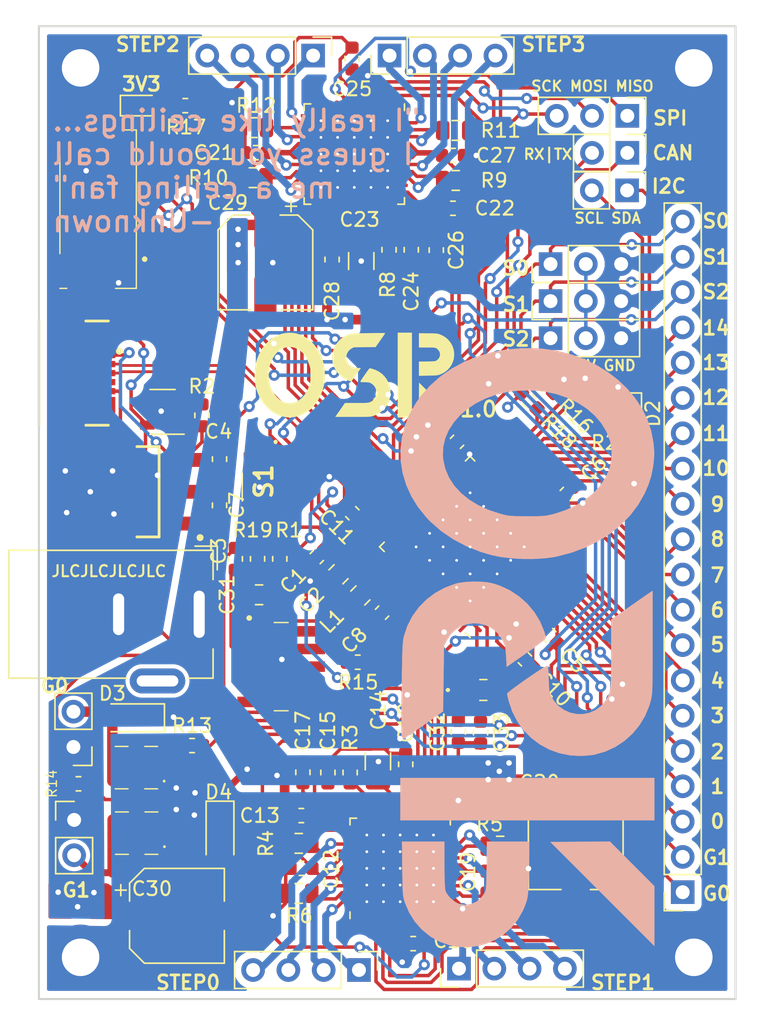
<source format=kicad_pcb>
(kicad_pcb (version 20171130) (host pcbnew "(5.1.6)-1")
  (layers (0 F.Cu signal) (31 B.Cu signal) (34 B.Paste user) (35 F.Paste user) (36 B.SilkS user) (37 F.SilkS user) (38 B.Mask user) (39 F.Mask user) (44 Edge.Cuts user))
  (net 0 "")
  (net 1 GND)
  (net 2 /VDDCORE)
  (net 3 /RESET)
  (net 4 +5V)
  (net 5 "Net-(D1-Pad2)")
  (net 6 /SWDIO)
  (net 7 /SWCLK)
  (net 8 +3V3)
  (net 9 /VSW)
  (net 10 "Net-(IC2-Pad51)")
  (net 11 /MOSI)
  (net 12 /MISO)
  (net 13 /D+)
  (net 14 /D-)
  (net 15 /RX)
  (net 16 /TX)
  (net 17 /SCL)
  (net 18 /SDA)
  (net 19 "Net-(IC2-Pad3)")
  (net 20 "Net-(J1-PadG4)")
  (net 21 "Net-(J1-PadG3)")
  (net 22 "Net-(J1-Pad8)")
  (net 23 /SCK)
  (net 24 /SD_CS)
  (net 25 "Net-(J1-Pad1)")
  (net 26 "Net-(U1-Pad24)")
  (net 27 "Net-(U1-Pad10)")
  (net 28 "Net-(U1-Pad9)")
  (net 29 "Net-(U2-Pad24)")
  (net 30 "Net-(U2-Pad10)")
  (net 31 "Net-(U2-Pad9)")
  (net 32 "Net-(J3-Pad4)")
  (net 33 /AREF)
  (net 34 "Net-(R2-Pad2)")
  (net 35 "Net-(U3-Pad4)")
  (net 36 +VDC)
  (net 37 /D0_VCP)
  (net 38 /D0_5VO)
  (net 39 /D0_VCC)
  (net 40 "Net-(C17-Pad2)")
  (net 41 "Net-(C17-Pad1)")
  (net 42 /D1_VCP)
  (net 43 /D1_5VO)
  (net 44 /D1_VCC)
  (net 45 "Net-(C26-Pad2)")
  (net 46 "Net-(C26-Pad1)")
  (net 47 /D1_S0_2B)
  (net 48 /D1_S0_1B)
  (net 49 /D1_S0_2A)
  (net 50 /D1_S0_1A)
  (net 51 /D1_S1_2B)
  (net 52 /D1_S1_1B)
  (net 53 /D1_S1_2A)
  (net 54 /D1_S1_1A)
  (net 55 /D0_S0_2B)
  (net 56 /D0_S0_1B)
  (net 57 /D0_S0_2A)
  (net 58 /D0_S0_1A)
  (net 59 /D0_S1_2B)
  (net 60 /D0_S1_1B)
  (net 61 /D0_S1_2A)
  (net 62 /D0_S1_1A)
  (net 63 "Net-(R4-Pad2)")
  (net 64 "Net-(R5-Pad2)")
  (net 65 "Net-(R6-Pad1)")
  (net 66 "Net-(R7-Pad1)")
  (net 67 "Net-(R9-Pad2)")
  (net 68 "Net-(R10-Pad2)")
  (net 69 "Net-(R11-Pad1)")
  (net 70 "Net-(R12-Pad1)")
  (net 71 /D1_EN)
  (net 72 /D1_S0_STEP)
  (net 73 /D1_S1_DIR)
  (net 74 /D1_S1_STEP)
  (net 75 /D1_CS)
  (net 76 /D0_EN)
  (net 77 /D0_S0_STEP)
  (net 78 /D0_S1_DIR)
  (net 79 /D0_S1_STEP)
  (net 80 /D0_CS)
  (net 81 /D1_S0_DIR)
  (net 82 /D0_S0_DIR)
  (net 83 "Net-(Q1-Pad4)")
  (net 84 "Net-(Q2-Pad4)")
  (net 85 "Net-(J6-Pad9)")
  (net 86 "Net-(J6-Pad8)")
  (net 87 "Net-(J6-Pad7)")
  (net 88 "Net-(J6-Pad6)")
  (net 89 /GATE0)
  (net 90 /GATE1)
  (net 91 /OSC1)
  (net 92 /OSC0)
  (net 93 /SERVO0)
  (net 94 /SERVO1)
  (net 95 /SERVO2)
  (net 96 /GEN14)
  (net 97 /GEN13)
  (net 98 /GEN12)
  (net 99 /GEN11)
  (net 100 /GEN10)
  (net 101 /GEN9)
  (net 102 /GEN8)
  (net 103 /GEN7)
  (net 104 /GEN6)
  (net 105 /GEN5)
  (net 106 /GEN4)
  (net 107 /GEN3)
  (net 108 /GEN2)
  (net 109 /GEN1)
  (net 110 /GEN0)
  (net 111 "Net-(IC2-Pad64)")
  (net 112 "Net-(IC2-Pad63)")
  (net 113 "Net-(IC2-Pad62)")
  (net 114 "Net-(R19-Pad1)")
  (net 115 "Net-(D2-Pad2)")
  (net 116 "Net-(D3-Pad2)")
  (net 117 "Net-(D4-Pad2)")
  (module Connector_PinHeader_2.54mm:PinHeader_1x02_P2.54mm_Vertical (layer F.Cu) (at 21.35 177.75 180)
    (fp_text reference J7 hide)
    (fp_text value Conn_01x02)
    (pad 2 thru_hole oval (at 0 2.54 180) (size 1.7 1.7) (drill 1) (layers *.Cu *.Mask) (net 116 "Net-(D3-Pad2)"))
    (pad 1 thru_hole rect (at 0 0 180) (size 1.7 1.7) (drill 1) (layers *.Cu *.Mask) (net 36 +VDC))
  )
  (module Diode_SMD:D_SOD-123F (layer F.Cu) (at 31.9 183.85 270)
    (fp_text reference D4 (at -2.85 0.1 180) (layer F.SilkS))
    (fp_text value CGRTS4004-HF)
    (pad 2 smd rect (at 1.4 0 270) (size 1.1 1.1) (layers F.Cu F.Paste F.Mask) (net 117 "Net-(D4-Pad2)"))
    (pad 1 smd rect (at -1.4 0 270) (size 1.1 1.1) (layers F.Cu F.Paste F.Mask) (net 36 +VDC))
  )
  (module Diode_SMD:D_SOD-123F (layer F.Cu) (at 25.7 175.65 180)
    (fp_text reference D3 (at 1.55 1.75) (layer F.SilkS))
    (fp_text value CGRTS4004-HF)
    (pad 2 smd rect (at 1.4 0 180) (size 1.1 1.1) (layers F.Cu F.Paste F.Mask) (net 116 "Net-(D3-Pad2)"))
    (pad 1 smd rect (at -1.4 0 180) (size 1.1 1.1) (layers F.Cu F.Paste F.Mask) (net 36 +VDC))
  )
  (module Resistor_SMD:R_0603_1608Metric (layer F.Cu) (at 59.8 153.75 270)
    (fp_text reference R20 (at 2.1 -0.25 180) (layer F.SilkS))
    (fp_text value 174)
    (pad 2 smd roundrect (at 0.7875 0 270) (size 0.875 0.95) (layers F.Cu F.Paste F.Mask) (net 96 /GEN14))
    (pad 1 smd roundrect (at -0.7875 0 270) (size 0.875 0.95) (layers F.Cu F.Paste F.Mask) (net 115 "Net-(D2-Pad2)"))
  )
  (module LED_SMD:LED_0603_1608Metric (layer F.Cu) (at 61.5 153.7625 270)
    (fp_text reference D2 (at 0 -1.55 90) (layer F.SilkS))
    (fp_text value LED)
    (pad 2 smd roundrect (at 0.7875 0 270) (size 0.875 0.95) (layers F.Cu F.Paste F.Mask) (net 115 "Net-(D2-Pad2)"))
    (pad 1 smd roundrect (at -0.7875 0 270) (size 0.875 0.95) (layers F.Cu F.Paste F.Mask) (net 1 GND))
  )
  (module Resistor_SMD:R_0603_1608Metric (layer F.Cu) (at 34.6 164.2125 270)
    (fp_text reference R19 (at -2.0625 0.35 180) (layer F.SilkS))
    (fp_text value 174)
    (pad 2 smd roundrect (at 0.7875 0 270) (size 0.875 0.95) (layers F.Cu F.Paste F.Mask) (net 3 /RESET))
    (pad 1 smd roundrect (at -0.7875 0 270) (size 0.875 0.95) (layers F.Cu F.Paste F.Mask) (net 114 "Net-(R19-Pad1)"))
  )
  (module imgs:smol_logo (layer F.Cu) (at 41.9 151.35)
    (fp_text reference G*** hide)
    (fp_text value LOGO hide)
  )
  (module imgs:logo (layer B.Cu) (at 55.1 171.6 270)
    (fp_text reference G*** hide)
    (fp_text value LOGO hide)
  )
  (module Package_DFN_QFN:QFN-64-1EP_9x9mm_P0.5mm_EP6x6mm_ThermalVias (layer F.Cu) (at 49.9 163.35 135)
    (fp_text reference IC2 hide)
    (fp_text value ATSAMD51J19A-MU)
    (pad 64 smd roundrect (at -3.75 -4.4375 135) (size 0.25 0.875) (layers F.Cu F.Paste F.Mask) (net 111 "Net-(IC2-Pad64)"))
    (pad 63 smd roundrect (at -3.25 -4.4375 135) (size 0.25 0.875) (layers F.Cu F.Paste F.Mask) (net 112 "Net-(IC2-Pad63)"))
    (pad 62 smd roundrect (at -2.75 -4.4375 135) (size 0.25 0.875) (layers F.Cu F.Paste F.Mask) (net 113 "Net-(IC2-Pad62)"))
    (pad 61 smd roundrect (at -2.25 -4.4375 135) (size 0.25 0.875) (layers F.Cu F.Paste F.Mask) (net 82 /D0_S0_DIR))
    (pad 60 smd roundrect (at -1.75 -4.4375 135) (size 0.25 0.875) (layers F.Cu F.Paste F.Mask) (net 77 /D0_S0_STEP))
    (pad 59 smd roundrect (at -1.25 -4.4375 135) (size 0.25 0.875) (layers F.Cu F.Paste F.Mask) (net 76 /D0_EN))
    (pad 58 smd roundrect (at -0.75 -4.4375 135) (size 0.25 0.875) (layers F.Cu F.Paste F.Mask) (net 6 /SWDIO))
    (pad 57 smd roundrect (at -0.25 -4.4375 135) (size 0.25 0.875) (layers F.Cu F.Paste F.Mask) (net 7 /SWCLK))
    (pad 56 smd roundrect (at 0.25 -4.4375 135) (size 0.25 0.875) (layers F.Cu F.Paste F.Mask) (net 8 +3V3))
    (pad 55 smd roundrect (at 0.75 -4.4375 135) (size 0.25 0.875) (layers F.Cu F.Paste F.Mask) (net 9 /VSW))
    (pad 54 smd roundrect (at 1.25 -4.4375 135) (size 0.25 0.875) (layers F.Cu F.Paste F.Mask) (net 1 GND))
    (pad 53 smd roundrect (at 1.75 -4.4375 135) (size 0.25 0.875) (layers F.Cu F.Paste F.Mask) (net 2 /VDDCORE))
    (pad 52 smd roundrect (at 2.25 -4.4375 135) (size 0.25 0.875) (layers F.Cu F.Paste F.Mask) (net 3 /RESET))
    (pad 51 smd roundrect (at 2.75 -4.4375 135) (size 0.25 0.875) (layers F.Cu F.Paste F.Mask) (net 10 "Net-(IC2-Pad51)"))
    (pad 50 smd roundrect (at 3.25 -4.4375 135) (size 0.25 0.875) (layers F.Cu F.Paste F.Mask) (net 11 /MOSI))
    (pad 49 smd roundrect (at 3.75 -4.4375 135) (size 0.25 0.875) (layers F.Cu F.Paste F.Mask) (net 12 /MISO))
    (pad 48 smd roundrect (at 4.4375 -3.75 135) (size 0.875 0.25) (layers F.Cu F.Paste F.Mask) (net 8 +3V3))
    (pad 47 smd roundrect (at 4.4375 -3.25 135) (size 0.875 0.25) (layers F.Cu F.Paste F.Mask) (net 1 GND))
    (pad 46 smd roundrect (at 4.4375 -2.75 135) (size 0.875 0.25) (layers F.Cu F.Paste F.Mask) (net 13 /D+))
    (pad 45 smd roundrect (at 4.4375 -2.25 135) (size 0.875 0.25) (layers F.Cu F.Paste F.Mask) (net 14 /D-))
    (pad 44 smd roundrect (at 4.4375 -1.75 135) (size 0.875 0.25) (layers F.Cu F.Paste F.Mask) (net 73 /D1_S1_DIR))
    (pad 43 smd roundrect (at 4.4375 -1.25 135) (size 0.875 0.25) (layers F.Cu F.Paste F.Mask) (net 74 /D1_S1_STEP))
    (pad 42 smd roundrect (at 4.4375 -0.75 135) (size 0.875 0.25) (layers F.Cu F.Paste F.Mask) (net 81 /D1_S0_DIR))
    (pad 41 smd roundrect (at 4.4375 -0.25 135) (size 0.875 0.25) (layers F.Cu F.Paste F.Mask) (net 72 /D1_S0_STEP))
    (pad 40 smd roundrect (at 4.4375 0.25 135) (size 0.875 0.25) (layers F.Cu F.Paste F.Mask) (net 15 /RX))
    (pad 39 smd roundrect (at 4.4375 0.75 135) (size 0.875 0.25) (layers F.Cu F.Paste F.Mask) (net 16 /TX))
    (pad 38 smd roundrect (at 4.4375 1.25 135) (size 0.875 0.25) (layers F.Cu F.Paste F.Mask) (net 71 /D1_EN))
    (pad 37 smd roundrect (at 4.4375 1.75 135) (size 0.875 0.25) (layers F.Cu F.Paste F.Mask) (net 75 /D1_CS))
    (pad 36 smd roundrect (at 4.4375 2.25 135) (size 0.875 0.25) (layers F.Cu F.Paste F.Mask) (net 23 /SCK))
    (pad 35 smd roundrect (at 4.4375 2.75 135) (size 0.875 0.25) (layers F.Cu F.Paste F.Mask) (net 93 /SERVO0))
    (pad 34 smd roundrect (at 4.4375 3.25 135) (size 0.875 0.25) (layers F.Cu F.Paste F.Mask) (net 8 +3V3))
    (pad 33 smd roundrect (at 4.4375 3.75 135) (size 0.875 0.25) (layers F.Cu F.Paste F.Mask) (net 1 GND))
    (pad 32 smd roundrect (at 3.75 4.4375 135) (size 0.25 0.875) (layers F.Cu F.Paste F.Mask) (net 94 /SERVO1))
    (pad 31 smd roundrect (at 3.25 4.4375 135) (size 0.25 0.875) (layers F.Cu F.Paste F.Mask) (net 95 /SERVO2))
    (pad 30 smd roundrect (at 2.75 4.4375 135) (size 0.25 0.875) (layers F.Cu F.Paste F.Mask) (net 17 /SCL))
    (pad 29 smd roundrect (at 2.25 4.4375 135) (size 0.25 0.875) (layers F.Cu F.Paste F.Mask) (net 18 /SDA))
    (pad 28 smd roundrect (at 1.75 4.4375 135) (size 0.25 0.875) (layers F.Cu F.Paste F.Mask) (net 96 /GEN14))
    (pad 27 smd roundrect (at 1.25 4.4375 135) (size 0.25 0.875) (layers F.Cu F.Paste F.Mask) (net 97 /GEN13))
    (pad 26 smd roundrect (at 0.75 4.4375 135) (size 0.25 0.875) (layers F.Cu F.Paste F.Mask) (net 98 /GEN12))
    (pad 25 smd roundrect (at 0.25 4.4375 135) (size 0.25 0.875) (layers F.Cu F.Paste F.Mask) (net 99 /GEN11))
    (pad 24 smd roundrect (at -0.25 4.4375 135) (size 0.25 0.875) (layers F.Cu F.Paste F.Mask) (net 100 /GEN10))
    (pad 23 smd roundrect (at -0.75 4.4375 135) (size 0.25 0.875) (layers F.Cu F.Paste F.Mask) (net 101 /GEN9))
    (pad 22 smd roundrect (at -1.25 4.4375 135) (size 0.25 0.875) (layers F.Cu F.Paste F.Mask) (net 1 GND))
    (pad 21 smd roundrect (at -1.75 4.4375 135) (size 0.25 0.875) (layers F.Cu F.Paste F.Mask) (net 8 +3V3))
    (pad 20 smd roundrect (at -2.25 4.4375 135) (size 0.25 0.875) (layers F.Cu F.Paste F.Mask) (net 102 /GEN8))
    (pad 19 smd roundrect (at -2.75 4.4375 135) (size 0.25 0.875) (layers F.Cu F.Paste F.Mask) (net 103 /GEN7))
    (pad 18 smd roundrect (at -3.25 4.4375 135) (size 0.25 0.875) (layers F.Cu F.Paste F.Mask) (net 104 /GEN6))
    (pad 17 smd roundrect (at -3.75 4.4375 135) (size 0.25 0.875) (layers F.Cu F.Paste F.Mask) (net 105 /GEN5))
    (pad 16 smd roundrect (at -4.4375 3.75 135) (size 0.875 0.25) (layers F.Cu F.Paste F.Mask) (net 106 /GEN4))
    (pad 15 smd roundrect (at -4.4375 3.25 135) (size 0.875 0.25) (layers F.Cu F.Paste F.Mask) (net 107 /GEN3))
    (pad 14 smd roundrect (at -4.4375 2.75 135) (size 0.875 0.25) (layers F.Cu F.Paste F.Mask) (net 108 /GEN2))
    (pad 13 smd roundrect (at -4.4375 2.25 135) (size 0.875 0.25) (layers F.Cu F.Paste F.Mask) (net 109 /GEN1))
    (pad 12 smd roundrect (at -4.4375 1.75 135) (size 0.875 0.25) (layers F.Cu F.Paste F.Mask) (net 110 /GEN0))
    (pad 11 smd roundrect (at -4.4375 1.25 135) (size 0.875 0.25) (layers F.Cu F.Paste F.Mask) (net 90 /GATE1))
    (pad 10 smd roundrect (at -4.4375 0.75 135) (size 0.875 0.25) (layers F.Cu F.Paste F.Mask) (net 89 /GATE0))
    (pad 9 smd roundrect (at -4.4375 0.25 135) (size 0.875 0.25) (layers F.Cu F.Paste F.Mask) (net 80 /D0_CS))
    (pad 8 smd roundrect (at -4.4375 -0.25 135) (size 0.875 0.25) (layers F.Cu F.Paste F.Mask) (net 8 +3V3))
    (pad 7 smd roundrect (at -4.4375 -0.75 135) (size 0.875 0.25) (layers F.Cu F.Paste F.Mask) (net 1 GND))
    (pad 6 smd roundrect (at -4.4375 -1.25 135) (size 0.875 0.25) (layers F.Cu F.Paste F.Mask) (net 79 /D0_S1_STEP))
    (pad 5 smd roundrect (at -4.4375 -1.75 135) (size 0.875 0.25) (layers F.Cu F.Paste F.Mask) (net 78 /D0_S1_DIR))
    (pad 4 smd roundrect (at -4.4375 -2.25 135) (size 0.875 0.25) (layers F.Cu F.Paste F.Mask) (net 33 /AREF))
    (pad 3 smd roundrect (at -4.4375 -2.75 135) (size 0.875 0.25) (layers F.Cu F.Paste F.Mask) (net 19 "Net-(IC2-Pad3)"))
    (pad 2 smd roundrect (at -4.4375 -3.25 135) (size 0.875 0.25) (layers F.Cu F.Paste F.Mask) (net 91 /OSC1))
    (pad 1 smd roundrect (at -4.4375 -3.75 135) (size 0.875 0.25) (layers F.Cu F.Paste F.Mask) (net 92 /OSC0))
    (pad 65 smd roundrect (at 0 0 135) (size 6 6) (layers B.Cu) (roundrect_rratio 0.041667) (net 1 GND))
    (pad 65 thru_hole circle (at 2.75 2.75 135) (size 0.5 0.5) (drill 0.2) (layers *.Cu) (net 1 GND))
    (pad 65 thru_hole circle (at 1.375 2.75 135) (size 0.5 0.5) (drill 0.2) (layers *.Cu) (net 1 GND))
    (pad 65 thru_hole circle (at 0 2.75 135) (size 0.5 0.5) (drill 0.2) (layers *.Cu) (net 1 GND))
    (pad 65 thru_hole circle (at -1.375 2.75 135) (size 0.5 0.5) (drill 0.2) (layers *.Cu) (net 1 GND))
    (pad 65 thru_hole circle (at -2.75 2.75 135) (size 0.5 0.5) (drill 0.2) (layers *.Cu) (net 1 GND))
    (pad 65 thru_hole circle (at 2.75 1.375 135) (size 0.5 0.5) (drill 0.2) (layers *.Cu) (net 1 GND))
    (pad 65 thru_hole circle (at 1.375 1.375 135) (size 0.5 0.5) (drill 0.2) (layers *.Cu) (net 1 GND))
    (pad 65 thru_hole circle (at 0 1.375 135) (size 0.5 0.5) (drill 0.2) (layers *.Cu) (net 1 GND))
    (pad 65 thru_hole circle (at -1.375 1.375 135) (size 0.5 0.5) (drill 0.2) (layers *.Cu) (net 1 GND))
    (pad 65 thru_hole circle (at -2.75 1.375 135) (size 0.5 0.5) (drill 0.2) (layers *.Cu) (net 1 GND))
    (pad 65 thru_hole circle (at 2.75 0 135) (size 0.5 0.5) (drill 0.2) (layers *.Cu) (net 1 GND))
    (pad 65 thru_hole circle (at 1.375 0 135) (size 0.5 0.5) (drill 0.2) (layers *.Cu) (net 1 GND))
    (pad 65 thru_hole circle (at 0 0 135) (size 0.5 0.5) (drill 0.2) (layers *.Cu) (net 1 GND))
    (pad 65 thru_hole circle (at -1.375 0 135) (size 0.5 0.5) (drill 0.2) (layers *.Cu) (net 1 GND))
    (pad 65 thru_hole circle (at -2.75 0 135) (size 0.5 0.5) (drill 0.2) (layers *.Cu) (net 1 GND))
    (pad 65 thru_hole circle (at 2.75 -1.375 135) (size 0.5 0.5) (drill 0.2) (layers *.Cu) (net 1 GND))
    (pad 65 thru_hole circle (at 1.375 -1.375 135) (size 0.5 0.5) (drill 0.2) (layers *.Cu) (net 1 GND))
    (pad 65 thru_hole circle (at 0 -1.375 135) (size 0.5 0.5) (drill 0.2) (layers *.Cu) (net 1 GND))
    (pad 65 thru_hole circle (at -1.375 -1.375 135) (size 0.5 0.5) (drill 0.2) (layers *.Cu) (net 1 GND))
    (pad 65 thru_hole circle (at -2.75 -1.375 135) (size 0.5 0.5) (drill 0.2) (layers *.Cu) (net 1 GND))
    (pad 65 thru_hole circle (at 2.75 -2.75 135) (size 0.5 0.5) (drill 0.2) (layers *.Cu) (net 1 GND))
    (pad 65 thru_hole circle (at 1.375 -2.75 135) (size 0.5 0.5) (drill 0.2) (layers *.Cu) (net 1 GND))
    (pad 65 thru_hole circle (at 0 -2.75 135) (size 0.5 0.5) (drill 0.2) (layers *.Cu) (net 1 GND))
    (pad 65 thru_hole circle (at -1.375 -2.75 135) (size 0.5 0.5) (drill 0.2) (layers *.Cu) (net 1 GND))
    (pad 65 thru_hole circle (at -2.75 -2.75 135) (size 0.5 0.5) (drill 0.2) (layers *.Cu) (net 1 GND))
    (pad 65 smd roundrect (at 0 0 135) (size 6 6) (layers F.Cu F.Mask) (roundrect_rratio 0.041667) (net 1 GND))
  )
  (module Resistor_SMD:R_0603_1608Metric (layer F.Cu) (at 54.156847 152.856847 315)
    (fp_text reference R18 (at 3.066231 0.035355 135) (layer F.SilkS))
    (fp_text value 10k)
    (pad 2 smd roundrect (at 0.7875 0 315) (size 0.875 0.95) (layers F.Cu F.Paste F.Mask) (net 17 /SCL))
    (pad 1 smd roundrect (at -0.7875 0 315) (size 0.875 0.95) (layers F.Cu F.Paste F.Mask) (net 8 +3V3))
  )
  (module Resistor_SMD:R_0603_1608Metric (layer F.Cu) (at 55.343153 151.693153 315)
    (fp_text reference R16 (at 3.11127 0.070711 135) (layer F.SilkS))
    (fp_text value 10k)
    (pad 2 smd roundrect (at 0.7875 0 315) (size 0.875 0.95) (layers F.Cu F.Paste F.Mask) (net 18 /SDA))
    (pad 1 smd roundrect (at -0.7875 0 315) (size 0.875 0.95) (layers F.Cu F.Paste F.Mask) (net 8 +3V3))
  )
  (module SamacSys_Parts:KMR421GULCLFS (layer F.Cu) (at 34.9 159.05 270)
    (fp_text reference S1 (at -0.4 -0.15 90) (layer F.SilkS) (effects (font (size 1.27 1.27) (thickness 0.254))))
    (fp_text value KMR243GLFG hide)
    (pad 5 smd rect (at 0 -1.425) (size 0.55 1.7) (layers F.Cu F.Paste F.Mask) (net 1 GND))
    (pad 4 smd rect (at 2.05 -0.8 270) (size 0.9 1) (layers F.Cu F.Paste F.Mask) (net 114 "Net-(R19-Pad1)"))
    (pad 3 smd rect (at 2.05 0.8 270) (size 0.9 1) (layers F.Cu F.Paste F.Mask) (net 1 GND))
    (pad 2 smd rect (at -2.05 0.8 270) (size 0.9 1) (layers F.Cu F.Paste F.Mask) (net 1 GND))
    (pad 1 smd rect (at -2.05 -0.8 270) (size 0.9 1) (layers F.Cu F.Paste F.Mask) (net 114 "Net-(R19-Pad1)"))
  )
  (module Connector_PinHeader_2.54mm:PinHeader_1x04_P2.54mm_Vertical (layer F.Cu) (at 41.9 193.8 270)
    (fp_text reference J11 hide)
    (fp_text value Conn_01x04)
    (pad 4 thru_hole oval (at 0 7.62 270) (size 1.7 1.7) (drill 1) (layers *.Cu *.Mask) (net 59 /D0_S1_2B))
    (pad 3 thru_hole oval (at 0 5.08 270) (size 1.7 1.7) (drill 1) (layers *.Cu *.Mask) (net 60 /D0_S1_1B))
    (pad 2 thru_hole oval (at 0 2.54 270) (size 1.7 1.7) (drill 1) (layers *.Cu *.Mask) (net 61 /D0_S1_2A))
    (pad 1 thru_hole rect (at 0 0 270) (size 1.7 1.7) (drill 1) (layers *.Cu *.Mask) (net 62 /D0_S1_1A))
  )
  (module Connector_PinHeader_2.54mm:PinHeader_1x04_P2.54mm_Vertical (layer F.Cu) (at 49.1 193.7 90)
    (fp_text reference J10 hide)
    (fp_text value Conn_01x04)
    (pad 4 thru_hole oval (at 0 7.62 90) (size 1.7 1.7) (drill 1) (layers *.Cu *.Mask) (net 55 /D0_S0_2B))
    (pad 3 thru_hole oval (at 0 5.08 90) (size 1.7 1.7) (drill 1) (layers *.Cu *.Mask) (net 56 /D0_S0_1B))
    (pad 2 thru_hole oval (at 0 2.54 90) (size 1.7 1.7) (drill 1) (layers *.Cu *.Mask) (net 57 /D0_S0_2A))
    (pad 1 thru_hole rect (at 0 0 90) (size 1.7 1.7) (drill 1) (layers *.Cu *.Mask) (net 58 /D0_S0_1A))
  )
  (module Connector_PinHeader_2.54mm:PinHeader_1x04_P2.54mm_Vertical (layer F.Cu) (at 44.1 128 90)
    (fp_text reference J5 hide)
    (fp_text value Conn_01x04)
    (pad 4 thru_hole oval (at 0 7.62 90) (size 1.7 1.7) (drill 1) (layers *.Cu *.Mask) (net 51 /D1_S1_2B))
    (pad 3 thru_hole oval (at 0 5.08 90) (size 1.7 1.7) (drill 1) (layers *.Cu *.Mask) (net 52 /D1_S1_1B))
    (pad 2 thru_hole oval (at 0 2.54 90) (size 1.7 1.7) (drill 1) (layers *.Cu *.Mask) (net 53 /D1_S1_2A))
    (pad 1 thru_hole rect (at 0 0 90) (size 1.7 1.7) (drill 1) (layers *.Cu *.Mask) (net 54 /D1_S1_1A))
  )
  (module Connector_PinHeader_2.54mm:PinHeader_1x04_P2.54mm_Vertical (layer F.Cu) (at 38.6 128 270)
    (fp_text reference J4 hide)
    (fp_text value Conn_01x04)
    (pad 4 thru_hole oval (at 0 7.62 270) (size 1.7 1.7) (drill 1) (layers *.Cu *.Mask) (net 47 /D1_S0_2B))
    (pad 3 thru_hole oval (at 0 5.08 270) (size 1.7 1.7) (drill 1) (layers *.Cu *.Mask) (net 48 /D1_S0_1B))
    (pad 2 thru_hole oval (at 0 2.54 270) (size 1.7 1.7) (drill 1) (layers *.Cu *.Mask) (net 49 /D1_S0_2A))
    (pad 1 thru_hole rect (at 0 0 270) (size 1.7 1.7) (drill 1) (layers *.Cu *.Mask) (net 50 /D1_S0_1A))
  )
  (module Connector_PinSocket_2.54mm:PinSocket_1x20_P2.54mm_Vertical (layer F.Cu) (at 65.2 188.2 180)
    (fp_text reference J14 hide)
    (fp_text value Conn_01x20)
    (pad 20 thru_hole oval (at 0 48.26 180) (size 1.7 1.7) (drill 1) (layers *.Cu *.Mask) (net 93 /SERVO0))
    (pad 19 thru_hole oval (at 0 45.72 180) (size 1.7 1.7) (drill 1) (layers *.Cu *.Mask) (net 94 /SERVO1))
    (pad 18 thru_hole oval (at 0 43.18 180) (size 1.7 1.7) (drill 1) (layers *.Cu *.Mask) (net 95 /SERVO2))
    (pad 17 thru_hole oval (at 0 40.64 180) (size 1.7 1.7) (drill 1) (layers *.Cu *.Mask) (net 96 /GEN14))
    (pad 16 thru_hole oval (at 0 38.1 180) (size 1.7 1.7) (drill 1) (layers *.Cu *.Mask) (net 97 /GEN13))
    (pad 15 thru_hole oval (at 0 35.56 180) (size 1.7 1.7) (drill 1) (layers *.Cu *.Mask) (net 98 /GEN12))
    (pad 14 thru_hole oval (at 0 33.02 180) (size 1.7 1.7) (drill 1) (layers *.Cu *.Mask) (net 99 /GEN11))
    (pad 13 thru_hole oval (at 0 30.48 180) (size 1.7 1.7) (drill 1) (layers *.Cu *.Mask) (net 100 /GEN10))
    (pad 12 thru_hole oval (at 0 27.94 180) (size 1.7 1.7) (drill 1) (layers *.Cu *.Mask) (net 101 /GEN9))
    (pad 11 thru_hole oval (at 0 25.4 180) (size 1.7 1.7) (drill 1) (layers *.Cu *.Mask) (net 102 /GEN8))
    (pad 10 thru_hole oval (at 0 22.86 180) (size 1.7 1.7) (drill 1) (layers *.Cu *.Mask) (net 103 /GEN7))
    (pad 9 thru_hole oval (at 0 20.32 180) (size 1.7 1.7) (drill 1) (layers *.Cu *.Mask) (net 104 /GEN6))
    (pad 8 thru_hole oval (at 0 17.78 180) (size 1.7 1.7) (drill 1) (layers *.Cu *.Mask) (net 105 /GEN5))
    (pad 7 thru_hole oval (at 0 15.24 180) (size 1.7 1.7) (drill 1) (layers *.Cu *.Mask) (net 106 /GEN4))
    (pad 6 thru_hole oval (at 0 12.7 180) (size 1.7 1.7) (drill 1) (layers *.Cu *.Mask) (net 107 /GEN3))
    (pad 5 thru_hole oval (at 0 10.16 180) (size 1.7 1.7) (drill 1) (layers *.Cu *.Mask) (net 108 /GEN2))
    (pad 4 thru_hole oval (at 0 7.62 180) (size 1.7 1.7) (drill 1) (layers *.Cu *.Mask) (net 109 /GEN1))
    (pad 3 thru_hole oval (at 0 5.08 180) (size 1.7 1.7) (drill 1) (layers *.Cu *.Mask) (net 110 /GEN0))
    (pad 2 thru_hole oval (at 0 2.54 180) (size 1.7 1.7) (drill 1) (layers *.Cu *.Mask) (net 90 /GATE1))
    (pad 1 thru_hole rect (at 0 0 180) (size 1.7 1.7) (drill 1) (layers *.Cu *.Mask) (net 89 /GATE0))
  )
  (module Capacitor_SMD:C_0805_2012Metric (layer F.Cu) (at 34.7125 166.8 180)
    (fp_text reference C31 (at 2.3 0 90) (layer F.SilkS))
    (fp_text value 10uF)
    (pad 2 smd roundrect (at 0.9375 0 180) (size 0.975 1.4) (layers F.Cu F.Paste F.Mask) (net 1 GND))
    (pad 1 smd roundrect (at -0.9375 0 180) (size 0.975 1.4) (layers F.Cu F.Paste F.Mask) (net 8 +3V3))
  )
  (module Connector_PinHeader_2.54mm:PinHeader_1x02_P2.54mm_Vertical (layer F.Cu) (at 61.214 135.001 270)
    (fp_text reference J21 hide)
    (fp_text value Conn_01x02)
    (pad 2 thru_hole oval (at 0 2.54 270) (size 1.7 1.7) (drill 1) (layers *.Cu *.Mask) (net 15 /RX))
    (pad 1 thru_hole rect (at 0 0 270) (size 1.7 1.7) (drill 1) (layers *.Cu *.Mask) (net 16 /TX))
  )
  (module Connector_PinHeader_2.54mm:PinHeader_1x03_P2.54mm_Vertical (layer F.Cu) (at 55.688 148.336 90)
    (fp_text reference J16 hide)
    (fp_text value Conn_01x03)
    (pad 3 thru_hole oval (at 0 5.08 90) (size 1.7 1.7) (drill 1) (layers *.Cu *.Mask) (net 1 GND))
    (pad 2 thru_hole oval (at 0 2.54 90) (size 1.7 1.7) (drill 1) (layers *.Cu *.Mask) (net 4 +5V))
    (pad 1 thru_hole rect (at 0 0 90) (size 1.7 1.7) (drill 1) (layers *.Cu *.Mask) (net 95 /SERVO2))
  )
  (module Connector_PinHeader_2.54mm:PinHeader_1x03_P2.54mm_Vertical (layer F.Cu) (at 55.688 145.669 90)
    (fp_text reference J15 hide)
    (fp_text value Conn_01x03)
    (pad 3 thru_hole oval (at 0 5.08 90) (size 1.7 1.7) (drill 1) (layers *.Cu *.Mask) (net 1 GND))
    (pad 2 thru_hole oval (at 0 2.54 90) (size 1.7 1.7) (drill 1) (layers *.Cu *.Mask) (net 4 +5V))
    (pad 1 thru_hole rect (at 0 0 90) (size 1.7 1.7) (drill 1) (layers *.Cu *.Mask) (net 94 /SERVO1))
  )
  (module Connector_PinHeader_2.54mm:PinHeader_1x03_P2.54mm_Vertical (layer F.Cu) (at 55.688 143.002 90)
    (fp_text reference J13 hide)
    (fp_text value Conn_01x03)
    (pad 3 thru_hole oval (at 0 5.08 90) (size 1.7 1.7) (drill 1) (layers *.Cu *.Mask) (net 1 GND))
    (pad 2 thru_hole oval (at 0 2.54 90) (size 1.7 1.7) (drill 1) (layers *.Cu *.Mask) (net 4 +5V))
    (pad 1 thru_hole rect (at 0 0 90) (size 1.7 1.7) (drill 1) (layers *.Cu *.Mask) (net 93 /SERVO0))
  )
  (module Connector_PinHeader_2.54mm:PinHeader_1x03_P2.54mm_Vertical (layer F.Cu) (at 61.214 132.334 270)
    (fp_text reference J12 hide)
    (fp_text value Conn_01x03)
    (pad 3 thru_hole oval (at 0 5.08 270) (size 1.7 1.7) (drill 1) (layers *.Cu *.Mask) (net 23 /SCK))
    (pad 2 thru_hole oval (at 0 2.54 270) (size 1.7 1.7) (drill 1) (layers *.Cu *.Mask) (net 11 /MOSI))
    (pad 1 thru_hole rect (at 0 0 270) (size 1.7 1.7) (drill 1) (layers *.Cu *.Mask) (net 12 /MISO))
  )
  (module Connector_PinHeader_2.54mm:PinHeader_1x02_P2.54mm_Vertical (layer F.Cu) (at 61.2 137.7 270)
    (fp_text reference J9 hide)
    (fp_text value Conn_01x02)
    (pad 2 thru_hole oval (at 0 2.54 270) (size 1.7 1.7) (drill 1) (layers *.Cu *.Mask) (net 17 /SCL))
    (pad 1 thru_hole rect (at 0 0 270) (size 1.7 1.7) (drill 1) (layers *.Cu *.Mask) (net 18 /SDA))
  )
  (module Resistor_SMD:R_0603_1608Metric (layer F.Cu) (at 41.8125 171.65 180)
    (fp_text reference R15 (at -0.0375 -1.45 180) (layer F.SilkS))
    (fp_text value 10k)
    (pad 2 smd roundrect (at 0.7875 0 180) (size 0.875 0.95) (layers F.Cu F.Paste F.Mask) (net 7 /SWCLK))
    (pad 1 smd roundrect (at -0.7875 0 180) (size 0.875 0.95) (layers F.Cu F.Paste F.Mask) (net 8 +3V3))
  )
  (module Capacitor_SMD:C_0603_1608Metric (layer F.Cu) (at 50.65 176.7125 270)
    (fp_text reference C33 (at -0.0125 -1.5 90) (layer F.SilkS))
    (fp_text value 22pF)
    (pad 2 smd roundrect (at 0.7875 0 270) (size 0.875 0.95) (layers F.Cu F.Paste F.Mask) (net 1 GND))
    (pad 1 smd roundrect (at -0.7875 0 270) (size 0.875 0.95) (layers F.Cu F.Paste F.Mask) (net 91 /OSC1))
  )
  (module Capacitor_SMD:C_0603_1608Metric (layer F.Cu) (at 49.05 176.6625 90)
    (fp_text reference C32 (at 0 -1.5 90) (layer F.SilkS))
    (fp_text value 22pF)
    (pad 2 smd roundrect (at 0.7875 0 90) (size 0.875 0.95) (layers F.Cu F.Paste F.Mask) (net 92 /OSC0))
    (pad 1 smd roundrect (at -0.7875 0 90) (size 0.875 0.95) (layers F.Cu F.Paste F.Mask) (net 1 GND))
  )
  (module Resistor_SMD:R_0603_1608Metric (layer F.Cu) (at 21.7125 180.4 180)
    (fp_text reference R14 (at 1.9125 0 90) (layer F.SilkS) (effects (font (size 0.7 0.7) (thickness 0.1))))
    (fp_text value 174)
    (pad 2 smd roundrect (at 0.7875 0 180) (size 0.875 0.95) (layers F.Cu F.Paste F.Mask) (net 90 /GATE1))
    (pad 1 smd roundrect (at -0.7875 0 180) (size 0.875 0.95) (layers F.Cu F.Paste F.Mask) (net 84 "Net-(Q2-Pad4)"))
  )
  (module Resistor_SMD:R_0603_1608Metric (layer F.Cu) (at 29.8875 177.65)
    (fp_text reference R13 (at 0 -1.43) (layer F.SilkS))
    (fp_text value 174)
    (pad 2 smd roundrect (at 0.7875 0) (size 0.875 0.95) (layers F.Cu F.Paste F.Mask) (net 89 /GATE0))
    (pad 1 smd roundrect (at -0.7875 0) (size 0.875 0.95) (layers F.Cu F.Paste F.Mask) (net 83 "Net-(Q1-Pad4)"))
  )
  (module Connector_PinHeader_2.54mm:PinHeader_1x02_P2.54mm_Vertical (layer F.Cu) (at 21.4 183)
    (fp_text reference J8 hide)
    (fp_text value Conn_01x02)
    (pad 2 thru_hole oval (at 0 2.54) (size 1.7 1.7) (drill 1) (layers *.Cu *.Mask) (net 117 "Net-(D4-Pad2)"))
    (pad 1 thru_hole rect (at 0 0) (size 1.7 1.7) (drill 1) (layers *.Cu *.Mask) (net 36 +VDC))
  )
  (module Connector_BarrelJack:BarrelJack_Wuerth_6941xx301002 (layer F.Cu) (at 30.4 168.2 270)
    (fp_text reference J2 hide)
    (fp_text value Conn_01x02)
    (pad 1 thru_hole rect (at 0 0 270) (size 4.4 1.8) (drill oval 3.4 0.8) (layers *.Cu *.Mask) (net 36 +VDC))
    (pad 2 thru_hole oval (at 0 5.8 270) (size 4 1.8) (drill oval 3 0.8) (layers *.Cu *.Mask) (net 1 GND))
    (pad 3 thru_hole oval (at 4.8 3) (size 4 1.8) (drill oval 3 0.8) (layers *.Cu *.Mask))
  )
  (module SamacSys_Parts:LFXTAL009678REEL (layer F.Cu) (at 50.85 173.65)
    (fp_text reference Y1 hide)
    (fp_text value LFXTAL009678REEL hide)
    (pad 2 smd rect (at 1.25 0) (size 1.1 1.9) (layers F.Cu F.Paste F.Mask) (net 91 /OSC1))
    (pad 1 smd rect (at -1.25 0) (size 1.1 1.9) (layers F.Cu F.Paste F.Mask) (net 92 /OSC0))
  )
  (module SamacSys_Parts:2002112100010C4LF (layer F.Cu) (at 36.3 171.97 270)
    (fp_text reference J6 hide)
    (fp_text value 20021121-00010C4LF hide)
    (pad 10 smd rect (at 2.54 -1.95 270) (size 0.76 2.4) (layers F.Cu F.Paste F.Mask) (net 3 /RESET))
    (pad 9 smd rect (at 2.54 1.95 270) (size 0.76 2.4) (layers F.Cu F.Paste F.Mask) (net 85 "Net-(J6-Pad9)"))
    (pad 8 smd rect (at 1.27 -1.95 270) (size 0.76 2.4) (layers F.Cu F.Paste F.Mask) (net 86 "Net-(J6-Pad8)"))
    (pad 7 smd rect (at 1.27 1.95 270) (size 0.76 2.4) (layers F.Cu F.Paste F.Mask) (net 87 "Net-(J6-Pad7)"))
    (pad 6 smd rect (at 0 -1.95 270) (size 0.76 2.4) (layers F.Cu F.Paste F.Mask) (net 88 "Net-(J6-Pad6)"))
    (pad 5 smd rect (at 0 1.95 270) (size 0.76 2.4) (layers F.Cu F.Paste F.Mask) (net 1 GND))
    (pad 4 smd rect (at -1.27 -1.95 270) (size 0.76 2.4) (layers F.Cu F.Paste F.Mask) (net 7 /SWCLK))
    (pad 3 smd rect (at -1.27 1.95 270) (size 0.76 2.4) (layers F.Cu F.Paste F.Mask) (net 1 GND))
    (pad 2 smd rect (at -2.54 -1.95 270) (size 0.76 2.4) (layers F.Cu F.Paste F.Mask) (net 6 /SWDIO))
    (pad 1 smd rect (at -2.54 1.95 270) (size 0.76 2.4) (layers F.Cu F.Paste F.Mask) (net 8 +3V3))
  )
  (module SamacSys_Parts:NVTFS6H854NTAG (layer F.Cu) (at 25.9 183.95 270)
    (fp_text reference Q2 hide)
    (fp_text value NVTFS5C680NLTAG hide)
    (pad 11 smd rect (at -1.458 0 270) (size 0.545 0.57) (layers F.Cu F.Paste F.Mask))
    (pad 10 smd rect (at 1.458 0 270) (size 0.545 0.57) (layers F.Cu F.Paste F.Mask))
    (pad 9 smd rect (at 0 0.45) (size 1.83 2.37) (layers F.Cu F.Paste F.Mask))
    (pad 8 smd rect (at 0.975 1.6 270) (size 0.42 0.47) (layers F.Cu F.Paste F.Mask) (net 117 "Net-(D4-Pad2)"))
    (pad 7 smd rect (at 0.325 1.6 270) (size 0.42 0.47) (layers F.Cu F.Paste F.Mask) (net 117 "Net-(D4-Pad2)"))
    (pad 6 smd rect (at -0.325 1.6 270) (size 0.42 0.47) (layers F.Cu F.Paste F.Mask) (net 117 "Net-(D4-Pad2)"))
    (pad 5 smd rect (at -0.975 1.6 270) (size 0.42 0.47) (layers F.Cu F.Paste F.Mask) (net 117 "Net-(D4-Pad2)"))
    (pad 4 smd rect (at -0.975 -1.435 270) (size 0.42 0.66) (layers F.Cu F.Paste F.Mask) (net 84 "Net-(Q2-Pad4)"))
    (pad 3 smd rect (at -0.325 -1.435 270) (size 0.42 0.66) (layers F.Cu F.Paste F.Mask) (net 1 GND))
    (pad 2 smd rect (at 0.325 -1.435 270) (size 0.42 0.66) (layers F.Cu F.Paste F.Mask) (net 1 GND))
    (pad 1 smd rect (at 0.975 -1.435 270) (size 0.42 0.66) (layers F.Cu F.Paste F.Mask) (net 1 GND))
  )
  (module SamacSys_Parts:NVTFS6H854NTAG (layer F.Cu) (at 25.879 179.236 270)
    (fp_text reference Q1 hide)
    (fp_text value NVTFS5C680NLTAG hide)
    (pad 11 smd rect (at -1.458 0 270) (size 0.545 0.57) (layers F.Cu F.Paste F.Mask))
    (pad 10 smd rect (at 1.458 0 270) (size 0.545 0.57) (layers F.Cu F.Paste F.Mask))
    (pad 9 smd rect (at 0 0.45) (size 1.83 2.37) (layers F.Cu F.Paste F.Mask))
    (pad 8 smd rect (at 0.975 1.6 270) (size 0.42 0.47) (layers F.Cu F.Paste F.Mask) (net 116 "Net-(D3-Pad2)"))
    (pad 7 smd rect (at 0.325 1.6 270) (size 0.42 0.47) (layers F.Cu F.Paste F.Mask) (net 116 "Net-(D3-Pad2)"))
    (pad 6 smd rect (at -0.325 1.6 270) (size 0.42 0.47) (layers F.Cu F.Paste F.Mask) (net 116 "Net-(D3-Pad2)"))
    (pad 5 smd rect (at -0.975 1.6 270) (size 0.42 0.47) (layers F.Cu F.Paste F.Mask) (net 116 "Net-(D3-Pad2)"))
    (pad 4 smd rect (at -0.975 -1.435 270) (size 0.42 0.66) (layers F.Cu F.Paste F.Mask) (net 83 "Net-(Q1-Pad4)"))
    (pad 3 smd rect (at -0.325 -1.435 270) (size 0.42 0.66) (layers F.Cu F.Paste F.Mask) (net 1 GND))
    (pad 2 smd rect (at 0.325 -1.435 270) (size 0.42 0.66) (layers F.Cu F.Paste F.Mask) (net 1 GND))
    (pad 1 smd rect (at 0.975 -1.435 270) (size 0.42 0.66) (layers F.Cu F.Paste F.Mask) (net 1 GND))
  )
  (module Resistor_SMD:R_0805_2012Metric (layer F.Cu) (at 34.3015 133.186 180)
    (fp_text reference R12 (at -0.1985 1.586) (layer F.SilkS))
    (fp_text value 0R2)
    (pad 2 smd roundrect (at 0.9375 0 180) (size 0.975 1.4) (layers F.Cu F.Paste F.Mask) (net 1 GND))
    (pad 1 smd roundrect (at -0.9375 0 180) (size 0.975 1.4) (layers F.Cu F.Paste F.Mask) (net 70 "Net-(R12-Pad1)"))
  )
  (module Resistor_SMD:R_0805_2012Metric (layer F.Cu) (at 48.864 133.386)
    (fp_text reference R11 (at 3.2375 0) (layer F.SilkS))
    (fp_text value 0R2)
    (pad 2 smd roundrect (at 0.9375 0) (size 0.975 1.4) (layers F.Cu F.Paste F.Mask) (net 1 GND))
    (pad 1 smd roundrect (at -0.9375 0) (size 0.975 1.4) (layers F.Cu F.Paste F.Mask) (net 69 "Net-(R11-Pad1)"))
  )
  (module Resistor_SMD:R_0805_2012Metric (layer F.Cu) (at 34.264 136.786)
    (fp_text reference R10 (at -3.2 0) (layer F.SilkS))
    (fp_text value 0R2)
    (pad 2 smd roundrect (at 0.9375 0) (size 0.975 1.4) (layers F.Cu F.Paste F.Mask) (net 68 "Net-(R10-Pad2)"))
    (pad 1 smd roundrect (at -0.9375 0) (size 0.975 1.4) (layers F.Cu F.Paste F.Mask) (net 1 GND))
  )
  (module Resistor_SMD:R_0805_2012Metric (layer F.Cu) (at 48.864 136.986 180)
    (fp_text reference R9 (at -2.7625 0) (layer F.SilkS))
    (fp_text value 0R2)
    (pad 2 smd roundrect (at 0.9375 0 180) (size 0.975 1.4) (layers F.Cu F.Paste F.Mask) (net 67 "Net-(R9-Pad2)"))
    (pad 1 smd roundrect (at -0.9375 0 180) (size 0.975 1.4) (layers F.Cu F.Paste F.Mask) (net 1 GND))
  )
  (module Resistor_SMD:R_0603_1608Metric (layer F.Cu) (at 44.064 141.9735 90)
    (fp_text reference R8 (at -2.5125 -0.1 90) (layer F.SilkS))
    (fp_text value 2R2)
    (pad 2 smd roundrect (at 0.7875 0 90) (size 0.875 0.95) (layers F.Cu F.Paste F.Mask) (net 44 /D1_VCC))
    (pad 1 smd roundrect (at -0.7875 0 90) (size 0.875 0.95) (layers F.Cu F.Paste F.Mask) (net 43 /D1_5VO))
  )
  (module Resistor_SMD:R_0805_2012Metric (layer F.Cu) (at 52.064 188.486)
    (fp_text reference R7 (at -0.664 1.714) (layer F.SilkS))
    (fp_text value 0R2)
    (pad 2 smd roundrect (at 0.9375 0) (size 0.975 1.4) (layers F.Cu F.Paste F.Mask) (net 1 GND))
    (pad 1 smd roundrect (at -0.9375 0) (size 0.975 1.4) (layers F.Cu F.Paste F.Mask) (net 66 "Net-(R7-Pad1)"))
  )
  (module Resistor_SMD:R_0805_2012Metric (layer F.Cu) (at 37.564 188.286 180)
    (fp_text reference R6 (at -0.036 -1.614) (layer F.SilkS))
    (fp_text value 0R2)
    (pad 2 smd roundrect (at 0.9375 0 180) (size 0.975 1.4) (layers F.Cu F.Paste F.Mask) (net 1 GND))
    (pad 1 smd roundrect (at -0.9375 0 180) (size 0.975 1.4) (layers F.Cu F.Paste F.Mask) (net 65 "Net-(R6-Pad1)"))
  )
  (module Resistor_SMD:R_0805_2012Metric (layer F.Cu) (at 52.064 184.886 180)
    (fp_text reference R5 (at 0.764 1.586) (layer F.SilkS))
    (fp_text value 0R2)
    (pad 2 smd roundrect (at 0.9375 0 180) (size 0.975 1.4) (layers F.Cu F.Paste F.Mask) (net 64 "Net-(R5-Pad2)"))
    (pad 1 smd roundrect (at -0.9375 0 180) (size 0.975 1.4) (layers F.Cu F.Paste F.Mask) (net 1 GND))
  )
  (module Resistor_SMD:R_0805_2012Metric (layer F.Cu) (at 37.564 184.686)
    (fp_text reference R4 (at -2.364 0.014 90) (layer F.SilkS))
    (fp_text value 0R2)
    (pad 2 smd roundrect (at 0.9375 0) (size 0.975 1.4) (layers F.Cu F.Paste F.Mask) (net 63 "Net-(R4-Pad2)"))
    (pad 1 smd roundrect (at -0.9375 0) (size 0.975 1.4) (layers F.Cu F.Paste F.Mask) (net 1 GND))
  )
  (module Resistor_SMD:R_0603_1608Metric (layer F.Cu) (at 41.264 179.586 270)
    (fp_text reference R3 (at -2.5 0 90) (layer F.SilkS))
    (fp_text value 2R2)
    (pad 2 smd roundrect (at 0.7875 0 270) (size 0.875 0.95) (layers F.Cu F.Paste F.Mask) (net 39 /D0_VCC))
    (pad 1 smd roundrect (at -0.7875 0 270) (size 0.875 0.95) (layers F.Cu F.Paste F.Mask) (net 38 /D0_5VO))
  )
  (module Capacitor_SMD:CP_Elec_6.3x7.7 (layer F.Cu) (at 28.8 189.9)
    (fp_text reference C30 (at -1.8 -1.95) (layer F.SilkS))
    (fp_text value 47uF)
    (pad 2 smd roundrect (at 2.7 0) (size 3.5 1.6) (layers F.Cu F.Paste F.Mask) (roundrect_rratio 0.15625) (net 1 GND))
    (pad 1 smd roundrect (at -2.7 0) (size 3.5 1.6) (layers F.Cu F.Paste F.Mask) (roundrect_rratio 0.15625) (net 36 +VDC))
  )
  (module Capacitor_SMD:CP_Elec_6.3x7.7 (layer F.Cu) (at 35.164 142.886 270)
    (fp_text reference C29 (at -4.3 2.7 180) (layer F.SilkS))
    (fp_text value 47uF)
    (pad 2 smd roundrect (at 2.7 0 270) (size 3.5 1.6) (layers F.Cu F.Paste F.Mask) (roundrect_rratio 0.15625) (net 1 GND))
    (pad 1 smd roundrect (at -2.7 0 270) (size 3.5 1.6) (layers F.Cu F.Paste F.Mask) (roundrect_rratio 0.15625) (net 36 +VDC))
  )
  (module Capacitor_SMD:C_0603_1608Metric (layer F.Cu) (at 39.964 142.6735 90)
    (fp_text reference C28 (at -2.9875 0 90) (layer F.SilkS))
    (fp_text value 100nF)
    (pad 2 smd roundrect (at 0.7875 0 90) (size 0.875 0.95) (layers F.Cu F.Paste F.Mask) (net 36 +VDC))
    (pad 1 smd roundrect (at -0.7875 0 90) (size 0.875 0.95) (layers F.Cu F.Paste F.Mask) (net 1 GND))
  )
  (module Capacitor_SMD:C_0603_1608Metric (layer F.Cu) (at 48.664 135.186 180)
    (fp_text reference C27 (at -3.1 0) (layer F.SilkS))
    (fp_text value 100nF)
    (pad 2 smd roundrect (at 0.7875 0 180) (size 0.875 0.95) (layers F.Cu F.Paste F.Mask) (net 36 +VDC))
    (pad 1 smd roundrect (at -0.7875 0 180) (size 0.875 0.95) (layers F.Cu F.Paste F.Mask) (net 1 GND))
  )
  (module Capacitor_SMD:C_0603_1608Metric (layer F.Cu) (at 47.464 141.9985 270)
    (fp_text reference C26 (at 0 -1.43 90) (layer F.SilkS))
    (fp_text value 22nF)
    (pad 2 smd roundrect (at 0.7875 0 270) (size 0.875 0.95) (layers F.Cu F.Paste F.Mask) (net 45 "Net-(C26-Pad2)"))
    (pad 1 smd roundrect (at -0.7875 0 270) (size 0.875 0.95) (layers F.Cu F.Paste F.Mask) (net 46 "Net-(C26-Pad1)"))
  )
  (module Capacitor_SMD:C_0603_1608Metric (layer F.Cu) (at 41.4 128.2125 90)
    (fp_text reference C25 (at -2.1875 0 180) (layer F.SilkS))
    (fp_text value 100nF)
    (pad 2 smd roundrect (at 0.7875 0 90) (size 0.875 0.95) (layers F.Cu F.Paste F.Mask) (net 8 +3V3))
    (pad 1 smd roundrect (at -0.7875 0 90) (size 0.875 0.95) (layers F.Cu F.Paste F.Mask) (net 1 GND))
  )
  (module Capacitor_SMD:C_0603_1608Metric (layer F.Cu) (at 45.664 141.9735 270)
    (fp_text reference C24 (at 3.0125 0 90) (layer F.SilkS))
    (fp_text value 470nF)
    (pad 2 smd roundrect (at 0.7875 0 270) (size 0.875 0.95) (layers F.Cu F.Paste F.Mask) (net 1 GND))
    (pad 1 smd roundrect (at -0.7875 0 270) (size 0.875 0.95) (layers F.Cu F.Paste F.Mask) (net 44 /D1_VCC))
  )
  (module Capacitor_SMD:C_1206_3216Metric (layer F.Cu) (at 42.064 142.786 90)
    (fp_text reference C23 (at 2.986 -0.114) (layer F.SilkS))
    (fp_text value 4.7uF)
    (pad 2 smd roundrect (at 1.4 0 90) (size 1.25 1.75) (layers F.Cu F.Paste F.Mask) (roundrect_rratio 0.2) (net 43 /D1_5VO))
    (pad 1 smd roundrect (at -1.4 0 90) (size 1.25 1.75) (layers F.Cu F.Paste F.Mask) (roundrect_rratio 0.2) (net 1 GND))
  )
  (module Capacitor_SMD:C_0603_1608Metric (layer F.Cu) (at 48.664 138.986 180)
    (fp_text reference C22 (at -3.0125 0) (layer F.SilkS))
    (fp_text value 100nF)
    (pad 2 smd roundrect (at 0.7875 0 180) (size 0.875 0.95) (layers F.Cu F.Paste F.Mask) (net 42 /D1_VCP))
    (pad 1 smd roundrect (at -0.7875 0 180) (size 0.875 0.95) (layers F.Cu F.Paste F.Mask) (net 36 +VDC))
  )
  (module Capacitor_SMD:C_0603_1608Metric (layer F.Cu) (at 34.4765 134.986)
    (fp_text reference C21 (at -3.0125 0) (layer F.SilkS))
    (fp_text value 100nF)
    (pad 2 smd roundrect (at 0.7875 0) (size 0.875 0.95) (layers F.Cu F.Paste F.Mask) (net 36 +VDC))
    (pad 1 smd roundrect (at -0.7875 0) (size 0.875 0.95) (layers F.Cu F.Paste F.Mask) (net 1 GND))
  )
  (module Capacitor_SMD:CP_Elec_6.3x7.7 (layer F.Cu) (at 57.5 184.6 270)
    (fp_text reference C20 (at -4.3 2.6 180) (layer F.SilkS))
    (fp_text value 47uF)
    (pad 2 smd roundrect (at 2.7 0 270) (size 3.5 1.6) (layers F.Cu F.Paste F.Mask) (roundrect_rratio 0.15625) (net 1 GND))
    (pad 1 smd roundrect (at -2.7 0 270) (size 3.5 1.6) (layers F.Cu F.Paste F.Mask) (roundrect_rratio 0.15625) (net 36 +VDC))
  )
  (module Capacitor_SMD:C_0603_1608Metric (layer F.Cu) (at 51.864 186.686 180)
    (fp_text reference C19 (at 2.114 -0.064 270) (layer F.SilkS))
    (fp_text value 100nF)
    (pad 2 smd roundrect (at 0.7875 0 180) (size 0.875 0.95) (layers F.Cu F.Paste F.Mask) (net 36 +VDC))
    (pad 1 smd roundrect (at -0.7875 0 180) (size 0.875 0.95) (layers F.Cu F.Paste F.Mask) (net 1 GND))
  )
  (module Capacitor_SMD:C_0603_1608Metric (layer F.Cu) (at 45.264 178.9985 270)
    (fp_text reference C18 (at -2.9875 0 90) (layer F.SilkS))
    (fp_text value 100nF)
    (pad 2 smd roundrect (at 0.7875 0 270) (size 0.875 0.95) (layers F.Cu F.Paste F.Mask) (net 36 +VDC))
    (pad 1 smd roundrect (at -0.7875 0 270) (size 0.875 0.95) (layers F.Cu F.Paste F.Mask) (net 1 GND))
  )
  (module Capacitor_SMD:C_0603_1608Metric (layer F.Cu) (at 37.864 179.5735 90)
    (fp_text reference C17 (at 2.9875 0 90) (layer F.SilkS))
    (fp_text value 22nF)
    (pad 2 smd roundrect (at 0.7875 0 90) (size 0.875 0.95) (layers F.Cu F.Paste F.Mask) (net 40 "Net-(C17-Pad2)"))
    (pad 1 smd roundrect (at -0.7875 0 90) (size 0.875 0.95) (layers F.Cu F.Paste F.Mask) (net 41 "Net-(C17-Pad1)"))
  )
  (module Capacitor_SMD:C_0603_1608Metric (layer F.Cu) (at 45.8 191.9)
    (fp_text reference C16 (at 2.9 -0.2) (layer F.SilkS))
    (fp_text value 100nF)
    (pad 2 smd roundrect (at 0.7875 0) (size 0.875 0.95) (layers F.Cu F.Paste F.Mask) (net 8 +3V3))
    (pad 1 smd roundrect (at -0.7875 0) (size 0.875 0.95) (layers F.Cu F.Paste F.Mask) (net 1 GND))
  )
  (module Capacitor_SMD:C_0603_1608Metric (layer F.Cu) (at 39.664 179.586 90)
    (fp_text reference C15 (at 3 0 90) (layer F.SilkS))
    (fp_text value 470nF)
    (pad 2 smd roundrect (at 0.7875 0 90) (size 0.875 0.95) (layers F.Cu F.Paste F.Mask) (net 1 GND))
    (pad 1 smd roundrect (at -0.7875 0 90) (size 0.875 0.95) (layers F.Cu F.Paste F.Mask) (net 39 /D0_VCC))
  )
  (module Capacitor_SMD:C_1206_3216Metric (layer F.Cu) (at 43.264 178.786 270)
    (fp_text reference C14 (at -3.686 -0.036 90) (layer F.SilkS))
    (fp_text value 4.7uF)
    (pad 2 smd roundrect (at 1.4 0 270) (size 1.25 1.75) (layers F.Cu F.Paste F.Mask) (roundrect_rratio 0.2) (net 38 /D0_5VO))
    (pad 1 smd roundrect (at -1.4 0 270) (size 1.25 1.75) (layers F.Cu F.Paste F.Mask) (roundrect_rratio 0.2) (net 1 GND))
  )
  (module Capacitor_SMD:C_0603_1608Metric (layer F.Cu) (at 37.7515 182.686)
    (fp_text reference C13 (at -2.9875 0) (layer F.SilkS))
    (fp_text value 100nF)
    (pad 2 smd roundrect (at 0.7875 0) (size 0.875 0.95) (layers F.Cu F.Paste F.Mask) (net 37 /D0_VCP))
    (pad 1 smd roundrect (at -0.7875 0) (size 0.875 0.95) (layers F.Cu F.Paste F.Mask) (net 36 +VDC))
  )
  (module Capacitor_SMD:C_0603_1608Metric (layer F.Cu) (at 37.764 186.486)
    (fp_text reference C12 (at 2.136 0.064 90) (layer F.SilkS))
    (fp_text value 100nF)
    (pad 2 smd roundrect (at 0.7875 0) (size 0.875 0.95) (layers F.Cu F.Paste F.Mask) (net 36 +VDC))
    (pad 1 smd roundrect (at -0.7875 0) (size 0.875 0.95) (layers F.Cu F.Paste F.Mask) (net 1 GND))
  )
  (module Package_TO_SOT_SMD:SOT-23-5 (layer F.Cu) (at 27.764 153.636 180)
    (fp_text reference U3 hide)
    (fp_text value AP2112K-3.3)
    (pad 5 smd rect (at 1.1 -0.95 180) (size 1.06 0.65) (layers F.Cu F.Paste F.Mask) (net 8 +3V3))
    (pad 4 smd rect (at 1.1 0.95 180) (size 1.06 0.65) (layers F.Cu F.Paste F.Mask) (net 35 "Net-(U3-Pad4)"))
    (pad 3 smd rect (at -1.1 0.95 180) (size 1.06 0.65) (layers F.Cu F.Paste F.Mask) (net 34 "Net-(R2-Pad2)"))
    (pad 2 smd rect (at -1.1 0 180) (size 1.06 0.65) (layers F.Cu F.Paste F.Mask) (net 1 GND))
    (pad 1 smd rect (at -1.1 -0.95 180) (size 1.06 0.65) (layers F.Cu F.Paste F.Mask) (net 4 +5V))
  )
  (module Resistor_SMD:R_0603_1608Metric (layer F.Cu) (at 30.6 153.8875 90)
    (fp_text reference R2 (at 2.0875 0 180) (layer F.SilkS))
    (fp_text value 10k)
    (pad 2 smd roundrect (at 0.7875 0 90) (size 0.875 0.95) (layers F.Cu F.Paste F.Mask) (net 34 "Net-(R2-Pad2)"))
    (pad 1 smd roundrect (at -0.7875 0 90) (size 0.875 0.95) (layers F.Cu F.Paste F.Mask) (net 4 +5V))
  )
  (module Capacitor_SMD:C_0603_1608Metric (layer F.Cu) (at 41.420847 160.929153 135)
    (fp_text reference C11 (at 0.106066 -1.479051 135) (layer F.SilkS))
    (fp_text value 1uF)
    (pad 2 smd roundrect (at 0.7875 0 135) (size 0.875 0.95) (layers F.Cu F.Paste F.Mask) (net 1 GND))
    (pad 1 smd roundrect (at -0.7875 0 135) (size 0.875 0.95) (layers F.Cu F.Paste F.Mask) (net 8 +3V3))
  )
  (module Capacitor_SMD:C_0603_1608Metric (layer F.Cu) (at 53.843153 171.443153 315)
    (fp_text reference C10 (at 2.960165 0.070711 135) (layer F.SilkS))
    (fp_text value 1uF)
    (pad 2 smd roundrect (at 0.7875 0 315) (size 0.875 0.95) (layers F.Cu F.Paste F.Mask) (net 1 GND))
    (pad 1 smd roundrect (at -0.7875 0 315) (size 0.875 0.95) (layers F.Cu F.Paste F.Mask) (net 33 /AREF))
  )
  (module Capacitor_SMD:C_0603_1608Metric (layer F.Cu) (at 48.956847 155.793153 45)
    (fp_text reference C9 (at -2.555268 0.141421 45) (layer F.SilkS))
    (fp_text value 1uF)
    (pad 2 smd roundrect (at 0.7875 0 45) (size 0.875 0.95) (layers F.Cu F.Paste F.Mask) (net 1 GND))
    (pad 1 smd roundrect (at -0.7875 0 45) (size 0.875 0.95) (layers F.Cu F.Paste F.Mask) (net 8 +3V3))
  )
  (module Capacitor_SMD:C_0603_1608Metric (layer F.Cu) (at 43.564 168.086 225)
    (fp_text reference C8 (at 2.828427 0 45) (layer F.SilkS))
    (fp_text value 1uF)
    (pad 2 smd roundrect (at 0.7875 0 225) (size 0.875 0.95) (layers F.Cu F.Paste F.Mask) (net 1 GND))
    (pad 1 smd roundrect (at -0.7875 0 225) (size 0.875 0.95) (layers F.Cu F.Paste F.Mask) (net 8 +3V3))
  )
  (module Capacitor_SMD:C_0603_1608Metric (layer F.Cu) (at 56.856847 159.543153 45)
    (fp_text reference C6 (at 2.677323 0.070711 45) (layer F.SilkS))
    (fp_text value 1uF)
    (pad 2 smd roundrect (at 0.7875 0 45) (size 0.875 0.95) (layers F.Cu F.Paste F.Mask) (net 1 GND))
    (pad 1 smd roundrect (at -0.7875 0 45) (size 0.875 0.95) (layers F.Cu F.Paste F.Mask) (net 8 +3V3))
  )
  (module Capacitor_SMD:C_0603_1608Metric (layer F.Cu) (at 55.6 169.7 135)
    (fp_text reference C5 (at -2.474874 -0.070711 135) (layer F.SilkS))
    (fp_text value 1uF)
    (pad 2 smd roundrect (at 0.7875 0 135) (size 0.875 0.95) (layers F.Cu F.Paste F.Mask) (net 1 GND))
    (pad 1 smd roundrect (at -0.7875 0 135) (size 0.875 0.95) (layers F.Cu F.Paste F.Mask) (net 8 +3V3))
  )
  (module SamacSys_Parts:47346-0001 (layer F.Cu) (at 18.864 150.8485 90)
    (fp_text reference J3 hide)
    (fp_text value 47346-0001 hide)
    (pad 11 smd rect (at -2.9125 2.15 180) (size 1.9 2.375) (layers F.Cu F.Paste F.Mask))
    (pad 10 smd rect (at 2.9125 2.15 180) (size 1.9 2.375) (layers F.Cu F.Paste F.Mask))
    (pad 9 smd rect (at -0.8375 2.15 90) (size 1.175 1.9) (layers F.Cu F.Paste F.Mask))
    (pad 8 smd rect (at 0.8375 2.15 90) (size 1.175 1.9) (layers F.Cu F.Paste F.Mask))
    (pad 7 smd rect (at 2.4525 4.45 90) (size 1.475 2.1) (layers F.Cu F.Paste F.Mask))
    (pad 6 smd rect (at -2.4525 4.45 90) (size 1.475 2.1) (layers F.Cu F.Paste F.Mask))
    (pad 5 smd rect (at -1.3 4.81 90) (size 0.45 1.38) (layers F.Cu F.Paste F.Mask) (net 1 GND))
    (pad 4 smd rect (at -0.65 4.81 90) (size 0.45 1.38) (layers F.Cu F.Paste F.Mask) (net 32 "Net-(J3-Pad4)"))
    (pad 3 smd rect (at 0 4.81 90) (size 0.45 1.38) (layers F.Cu F.Paste F.Mask) (net 13 /D+))
    (pad 2 smd rect (at 0.65 4.81 90) (size 0.45 1.38) (layers F.Cu F.Paste F.Mask) (net 14 /D-))
    (pad 1 smd rect (at 1.3 4.81 90) (size 0.45 1.38) (layers F.Cu F.Paste F.Mask) (net 4 +5V))
  )
  (module Package_DFN_QFN:QFN-48-1EP_7x7mm_P0.5mm_EP5.3x5.3mm_ThermalVias (layer F.Cu) (at 44.864 186.486 90)
    (fp_text reference U2 hide)
    (fp_text value TMC2041-LA)
    (pad 48 smd roundrect (at -2.75 -3.45 90) (size 0.25 0.8) (layers F.Cu F.Paste F.Mask) (net 1 GND))
    (pad 47 smd roundrect (at -2.25 -3.45 90) (size 0.25 0.8) (layers F.Cu F.Paste F.Mask) (net 62 /D0_S1_1A))
    (pad 46 smd roundrect (at -1.75 -3.45 90) (size 0.25 0.8) (layers F.Cu F.Paste F.Mask) (net 65 "Net-(R6-Pad1)"))
    (pad 45 smd roundrect (at -1.25 -3.45 90) (size 0.25 0.8) (layers F.Cu F.Paste F.Mask) (net 61 /D0_S1_2A))
    (pad 44 smd roundrect (at -0.75 -3.45 90) (size 0.25 0.8) (layers F.Cu F.Paste F.Mask) (net 36 +VDC))
    (pad 43 smd roundrect (at -0.25 -3.45 90) (size 0.25 0.8) (layers F.Cu F.Paste F.Mask) (net 1 GND))
    (pad 42 smd roundrect (at 0.25 -3.45 90) (size 0.25 0.8) (layers F.Cu F.Paste F.Mask) (net 36 +VDC))
    (pad 41 smd roundrect (at 0.75 -3.45 90) (size 0.25 0.8) (layers F.Cu F.Paste F.Mask) (net 60 /D0_S1_1B))
    (pad 40 smd roundrect (at 1.25 -3.45 90) (size 0.25 0.8) (layers F.Cu F.Paste F.Mask) (net 63 "Net-(R4-Pad2)"))
    (pad 39 smd roundrect (at 1.75 -3.45 90) (size 0.25 0.8) (layers F.Cu F.Paste F.Mask) (net 59 /D0_S1_2B))
    (pad 38 smd roundrect (at 2.25 -3.45 90) (size 0.25 0.8) (layers F.Cu F.Paste F.Mask) (net 1 GND))
    (pad 37 smd roundrect (at 2.75 -3.45 90) (size 0.25 0.8) (layers F.Cu F.Paste F.Mask) (net 37 /D0_VCP))
    (pad 36 smd roundrect (at 3.45 -2.75 90) (size 0.8 0.25) (layers F.Cu F.Paste F.Mask) (net 41 "Net-(C17-Pad1)"))
    (pad 35 smd roundrect (at 3.45 -2.25 90) (size 0.8 0.25) (layers F.Cu F.Paste F.Mask) (net 40 "Net-(C17-Pad2)"))
    (pad 34 smd roundrect (at 3.45 -1.75 90) (size 0.8 0.25) (layers F.Cu F.Paste F.Mask) (net 1 GND))
    (pad 33 smd roundrect (at 3.45 -1.25 90) (size 0.8 0.25) (layers F.Cu F.Paste F.Mask) (net 39 /D0_VCC))
    (pad 32 smd roundrect (at 3.45 -0.75 90) (size 0.8 0.25) (layers F.Cu F.Paste F.Mask) (net 38 /D0_5VO))
    (pad 31 smd roundrect (at 3.45 -0.25 90) (size 0.8 0.25) (layers F.Cu F.Paste F.Mask) (net 1 GND))
    (pad 30 smd roundrect (at 3.45 0.25 90) (size 0.8 0.25) (layers F.Cu F.Paste F.Mask) (net 36 +VDC))
    (pad 29 smd roundrect (at 3.45 0.75 90) (size 0.8 0.25) (layers F.Cu F.Paste F.Mask) (net 76 /D0_EN))
    (pad 28 smd roundrect (at 3.45 1.25 90) (size 0.8 0.25) (layers F.Cu F.Paste F.Mask) (net 77 /D0_S0_STEP))
    (pad 27 smd roundrect (at 3.45 1.75 90) (size 0.8 0.25) (layers F.Cu F.Paste F.Mask) (net 82 /D0_S0_DIR))
    (pad 26 smd roundrect (at 3.45 2.25 90) (size 0.8 0.25) (layers F.Cu F.Paste F.Mask) (net 79 /D0_S1_STEP))
    (pad 25 smd roundrect (at 3.45 2.75 90) (size 0.8 0.25) (layers F.Cu F.Paste F.Mask) (net 78 /D0_S1_DIR))
    (pad 24 smd roundrect (at 2.75 3.45 90) (size 0.25 0.8) (layers F.Cu F.Paste F.Mask) (net 29 "Net-(U2-Pad24)"))
    (pad 23 smd roundrect (at 2.25 3.45 90) (size 0.25 0.8) (layers F.Cu F.Paste F.Mask) (net 1 GND))
    (pad 22 smd roundrect (at 1.75 3.45 90) (size 0.25 0.8) (layers F.Cu F.Paste F.Mask) (net 55 /D0_S0_2B))
    (pad 21 smd roundrect (at 1.25 3.45 90) (size 0.25 0.8) (layers F.Cu F.Paste F.Mask) (net 64 "Net-(R5-Pad2)"))
    (pad 20 smd roundrect (at 0.75 3.45 90) (size 0.25 0.8) (layers F.Cu F.Paste F.Mask) (net 56 /D0_S0_1B))
    (pad 19 smd roundrect (at 0.25 3.45 90) (size 0.25 0.8) (layers F.Cu F.Paste F.Mask) (net 36 +VDC))
    (pad 18 smd roundrect (at -0.25 3.45 90) (size 0.25 0.8) (layers F.Cu F.Paste F.Mask) (net 1 GND))
    (pad 17 smd roundrect (at -0.75 3.45 90) (size 0.25 0.8) (layers F.Cu F.Paste F.Mask) (net 36 +VDC))
    (pad 16 smd roundrect (at -1.25 3.45 90) (size 0.25 0.8) (layers F.Cu F.Paste F.Mask) (net 57 /D0_S0_2A))
    (pad 15 smd roundrect (at -1.75 3.45 90) (size 0.25 0.8) (layers F.Cu F.Paste F.Mask) (net 66 "Net-(R7-Pad1)"))
    (pad 14 smd roundrect (at -2.25 3.45 90) (size 0.25 0.8) (layers F.Cu F.Paste F.Mask) (net 58 /D0_S0_1A))
    (pad 13 smd roundrect (at -2.75 3.45 90) (size 0.25 0.8) (layers F.Cu F.Paste F.Mask) (net 1 GND))
    (pad 12 smd roundrect (at -3.45 2.75 90) (size 0.8 0.25) (layers F.Cu F.Paste F.Mask) (net 1 GND))
    (pad 11 smd roundrect (at -3.45 2.25 90) (size 0.8 0.25) (layers F.Cu F.Paste F.Mask) (net 1 GND))
    (pad 10 smd roundrect (at -3.45 1.75 90) (size 0.8 0.25) (layers F.Cu F.Paste F.Mask) (net 30 "Net-(U2-Pad10)"))
    (pad 9 smd roundrect (at -3.45 1.25 90) (size 0.8 0.25) (layers F.Cu F.Paste F.Mask) (net 31 "Net-(U2-Pad9)"))
    (pad 8 smd roundrect (at -3.45 0.75 90) (size 0.8 0.25) (layers F.Cu F.Paste F.Mask) (net 12 /MISO))
    (pad 7 smd roundrect (at -3.45 0.25 90) (size 0.8 0.25) (layers F.Cu F.Paste F.Mask) (net 8 +3V3))
    (pad 6 smd roundrect (at -3.45 -0.25 90) (size 0.8 0.25) (layers F.Cu F.Paste F.Mask) (net 1 GND))
    (pad 5 smd roundrect (at -3.45 -0.75 90) (size 0.8 0.25) (layers F.Cu F.Paste F.Mask) (net 11 /MOSI))
    (pad 4 smd roundrect (at -3.45 -1.25 90) (size 0.8 0.25) (layers F.Cu F.Paste F.Mask) (net 23 /SCK))
    (pad 3 smd roundrect (at -3.45 -1.75 90) (size 0.8 0.25) (layers F.Cu F.Paste F.Mask) (net 80 /D0_CS))
    (pad 2 smd roundrect (at -3.45 -2.25 90) (size 0.8 0.25) (layers F.Cu F.Paste F.Mask) (net 1 GND))
    (pad 1 smd roundrect (at -3.45 -2.75 90) (size 0.8 0.25) (layers F.Cu F.Paste F.Mask) (net 1 GND))
    (pad 49 smd roundrect (at 0 0 90) (size 5.3 5.3) (layers B.Cu) (roundrect_rratio 0.04717) (net 1 GND))
    (pad 49 thru_hole circle (at 2.4 2.4 90) (size 0.5 0.5) (drill 0.2) (layers *.Cu) (net 1 GND))
    (pad 49 thru_hole circle (at 1.2 2.4 90) (size 0.5 0.5) (drill 0.2) (layers *.Cu) (net 1 GND))
    (pad 49 thru_hole circle (at 0 2.4 90) (size 0.5 0.5) (drill 0.2) (layers *.Cu) (net 1 GND))
    (pad 49 thru_hole circle (at -1.2 2.4 90) (size 0.5 0.5) (drill 0.2) (layers *.Cu) (net 1 GND))
    (pad 49 thru_hole circle (at -2.4 2.4 90) (size 0.5 0.5) (drill 0.2) (layers *.Cu) (net 1 GND))
    (pad 49 thru_hole circle (at 2.4 1.2 90) (size 0.5 0.5) (drill 0.2) (layers *.Cu) (net 1 GND))
    (pad 49 thru_hole circle (at 1.2 1.2 90) (size 0.5 0.5) (drill 0.2) (layers *.Cu) (net 1 GND))
    (pad 49 thru_hole circle (at 0 1.2 90) (size 0.5 0.5) (drill 0.2) (layers *.Cu) (net 1 GND))
    (pad 49 thru_hole circle (at -1.2 1.2 90) (size 0.5 0.5) (drill 0.2) (layers *.Cu) (net 1 GND))
    (pad 49 thru_hole circle (at -2.4 1.2 90) (size 0.5 0.5) (drill 0.2) (layers *.Cu) (net 1 GND))
    (pad 49 thru_hole circle (at 2.4 0 90) (size 0.5 0.5) (drill 0.2) (layers *.Cu) (net 1 GND))
    (pad 49 thru_hole circle (at 1.2 0 90) (size 0.5 0.5) (drill 0.2) (layers *.Cu) (net 1 GND))
    (pad 49 thru_hole circle (at 0 0 90) (size 0.5 0.5) (drill 0.2) (layers *.Cu) (net 1 GND))
    (pad 49 thru_hole circle (at -1.2 0 90) (size 0.5 0.5) (drill 0.2) (layers *.Cu) (net 1 GND))
    (pad 49 thru_hole circle (at -2.4 0 90) (size 0.5 0.5) (drill 0.2) (layers *.Cu) (net 1 GND))
    (pad 49 thru_hole circle (at 2.4 -1.2 90) (size 0.5 0.5) (drill 0.2) (layers *.Cu) (net 1 GND))
    (pad 49 thru_hole circle (at 1.2 -1.2 90) (size 0.5 0.5) (drill 0.2) (layers *.Cu) (net 1 GND))
    (pad 49 thru_hole circle (at 0 -1.2 90) (size 0.5 0.5) (drill 0.2) (layers *.Cu) (net 1 GND))
    (pad 49 thru_hole circle (at -1.2 -1.2 90) (size 0.5 0.5) (drill 0.2) (layers *.Cu) (net 1 GND))
    (pad 49 thru_hole circle (at -2.4 -1.2 90) (size 0.5 0.5) (drill 0.2) (layers *.Cu) (net 1 GND))
    (pad 49 thru_hole circle (at 2.4 -2.4 90) (size 0.5 0.5) (drill 0.2) (layers *.Cu) (net 1 GND))
    (pad 49 thru_hole circle (at 1.2 -2.4 90) (size 0.5 0.5) (drill 0.2) (layers *.Cu) (net 1 GND))
    (pad 49 thru_hole circle (at 0 -2.4 90) (size 0.5 0.5) (drill 0.2) (layers *.Cu) (net 1 GND))
    (pad 49 thru_hole circle (at -1.2 -2.4 90) (size 0.5 0.5) (drill 0.2) (layers *.Cu) (net 1 GND))
    (pad 49 thru_hole circle (at -2.4 -2.4 90) (size 0.5 0.5) (drill 0.2) (layers *.Cu) (net 1 GND))
    (pad 49 smd roundrect (at 0 0 90) (size 5.3 5.3) (layers F.Cu F.Mask) (roundrect_rratio 0.04717) (net 1 GND))
  )
  (module Package_DFN_QFN:QFN-48-1EP_7x7mm_P0.5mm_EP5.3x5.3mm_ThermalVias (layer F.Cu) (at 41.564 135.086 270)
    (fp_text reference U1 hide)
    (fp_text value TMC2041-LA)
    (pad 48 smd roundrect (at -2.75 -3.45 270) (size 0.25 0.8) (layers F.Cu F.Paste F.Mask) (net 1 GND))
    (pad 47 smd roundrect (at -2.25 -3.45 270) (size 0.25 0.8) (layers F.Cu F.Paste F.Mask) (net 54 /D1_S1_1A))
    (pad 46 smd roundrect (at -1.75 -3.45 270) (size 0.25 0.8) (layers F.Cu F.Paste F.Mask) (net 69 "Net-(R11-Pad1)"))
    (pad 45 smd roundrect (at -1.25 -3.45 270) (size 0.25 0.8) (layers F.Cu F.Paste F.Mask) (net 53 /D1_S1_2A))
    (pad 44 smd roundrect (at -0.75 -3.45 270) (size 0.25 0.8) (layers F.Cu F.Paste F.Mask) (net 36 +VDC))
    (pad 43 smd roundrect (at -0.25 -3.45 270) (size 0.25 0.8) (layers F.Cu F.Paste F.Mask) (net 1 GND))
    (pad 42 smd roundrect (at 0.25 -3.45 270) (size 0.25 0.8) (layers F.Cu F.Paste F.Mask) (net 36 +VDC))
    (pad 41 smd roundrect (at 0.75 -3.45 270) (size 0.25 0.8) (layers F.Cu F.Paste F.Mask) (net 52 /D1_S1_1B))
    (pad 40 smd roundrect (at 1.25 -3.45 270) (size 0.25 0.8) (layers F.Cu F.Paste F.Mask) (net 67 "Net-(R9-Pad2)"))
    (pad 39 smd roundrect (at 1.75 -3.45 270) (size 0.25 0.8) (layers F.Cu F.Paste F.Mask) (net 51 /D1_S1_2B))
    (pad 38 smd roundrect (at 2.25 -3.45 270) (size 0.25 0.8) (layers F.Cu F.Paste F.Mask) (net 1 GND))
    (pad 37 smd roundrect (at 2.75 -3.45 270) (size 0.25 0.8) (layers F.Cu F.Paste F.Mask) (net 42 /D1_VCP))
    (pad 36 smd roundrect (at 3.45 -2.75 270) (size 0.8 0.25) (layers F.Cu F.Paste F.Mask) (net 46 "Net-(C26-Pad1)"))
    (pad 35 smd roundrect (at 3.45 -2.25 270) (size 0.8 0.25) (layers F.Cu F.Paste F.Mask) (net 45 "Net-(C26-Pad2)"))
    (pad 34 smd roundrect (at 3.45 -1.75 270) (size 0.8 0.25) (layers F.Cu F.Paste F.Mask) (net 1 GND))
    (pad 33 smd roundrect (at 3.45 -1.25 270) (size 0.8 0.25) (layers F.Cu F.Paste F.Mask) (net 44 /D1_VCC))
    (pad 32 smd roundrect (at 3.45 -0.75 270) (size 0.8 0.25) (layers F.Cu F.Paste F.Mask) (net 43 /D1_5VO))
    (pad 31 smd roundrect (at 3.45 -0.25 270) (size 0.8 0.25) (layers F.Cu F.Paste F.Mask) (net 1 GND))
    (pad 30 smd roundrect (at 3.45 0.25 270) (size 0.8 0.25) (layers F.Cu F.Paste F.Mask) (net 36 +VDC))
    (pad 29 smd roundrect (at 3.45 0.75 270) (size 0.8 0.25) (layers F.Cu F.Paste F.Mask) (net 71 /D1_EN))
    (pad 28 smd roundrect (at 3.45 1.25 270) (size 0.8 0.25) (layers F.Cu F.Paste F.Mask) (net 72 /D1_S0_STEP))
    (pad 27 smd roundrect (at 3.45 1.75 270) (size 0.8 0.25) (layers F.Cu F.Paste F.Mask) (net 81 /D1_S0_DIR))
    (pad 26 smd roundrect (at 3.45 2.25 270) (size 0.8 0.25) (layers F.Cu F.Paste F.Mask) (net 74 /D1_S1_STEP))
    (pad 25 smd roundrect (at 3.45 2.75 270) (size 0.8 0.25) (layers F.Cu F.Paste F.Mask) (net 73 /D1_S1_DIR))
    (pad 24 smd roundrect (at 2.75 3.45 270) (size 0.25 0.8) (layers F.Cu F.Paste F.Mask) (net 26 "Net-(U1-Pad24)"))
    (pad 23 smd roundrect (at 2.25 3.45 270) (size 0.25 0.8) (layers F.Cu F.Paste F.Mask) (net 1 GND))
    (pad 22 smd roundrect (at 1.75 3.45 270) (size 0.25 0.8) (layers F.Cu F.Paste F.Mask) (net 47 /D1_S0_2B))
    (pad 21 smd roundrect (at 1.25 3.45 270) (size 0.25 0.8) (layers F.Cu F.Paste F.Mask) (net 68 "Net-(R10-Pad2)"))
    (pad 20 smd roundrect (at 0.75 3.45 270) (size 0.25 0.8) (layers F.Cu F.Paste F.Mask) (net 48 /D1_S0_1B))
    (pad 19 smd roundrect (at 0.25 3.45 270) (size 0.25 0.8) (layers F.Cu F.Paste F.Mask) (net 36 +VDC))
    (pad 18 smd roundrect (at -0.25 3.45 270) (size 0.25 0.8) (layers F.Cu F.Paste F.Mask) (net 1 GND))
    (pad 17 smd roundrect (at -0.75 3.45 270) (size 0.25 0.8) (layers F.Cu F.Paste F.Mask) (net 36 +VDC))
    (pad 16 smd roundrect (at -1.25 3.45 270) (size 0.25 0.8) (layers F.Cu F.Paste F.Mask) (net 49 /D1_S0_2A))
    (pad 15 smd roundrect (at -1.75 3.45 270) (size 0.25 0.8) (layers F.Cu F.Paste F.Mask) (net 70 "Net-(R12-Pad1)"))
    (pad 14 smd roundrect (at -2.25 3.45 270) (size 0.25 0.8) (layers F.Cu F.Paste F.Mask) (net 50 /D1_S0_1A))
    (pad 13 smd roundrect (at -2.75 3.45 270) (size 0.25 0.8) (layers F.Cu F.Paste F.Mask) (net 1 GND))
    (pad 12 smd roundrect (at -3.45 2.75 270) (size 0.8 0.25) (layers F.Cu F.Paste F.Mask) (net 1 GND))
    (pad 11 smd roundrect (at -3.45 2.25 270) (size 0.8 0.25) (layers F.Cu F.Paste F.Mask) (net 1 GND))
    (pad 10 smd roundrect (at -3.45 1.75 270) (size 0.8 0.25) (layers F.Cu F.Paste F.Mask) (net 27 "Net-(U1-Pad10)"))
    (pad 9 smd roundrect (at -3.45 1.25 270) (size 0.8 0.25) (layers F.Cu F.Paste F.Mask) (net 28 "Net-(U1-Pad9)"))
    (pad 8 smd roundrect (at -3.45 0.75 270) (size 0.8 0.25) (layers F.Cu F.Paste F.Mask) (net 12 /MISO))
    (pad 7 smd roundrect (at -3.45 0.25 270) (size 0.8 0.25) (layers F.Cu F.Paste F.Mask) (net 8 +3V3))
    (pad 6 smd roundrect (at -3.45 -0.25 270) (size 0.8 0.25) (layers F.Cu F.Paste F.Mask) (net 1 GND))
    (pad 5 smd roundrect (at -3.45 -0.75 270) (size 0.8 0.25) (layers F.Cu F.Paste F.Mask) (net 11 /MOSI))
    (pad 4 smd roundrect (at -3.45 -1.25 270) (size 0.8 0.25) (layers F.Cu F.Paste F.Mask) (net 23 /SCK))
    (pad 3 smd roundrect (at -3.45 -1.75 270) (size 0.8 0.25) (layers F.Cu F.Paste F.Mask) (net 75 /D1_CS))
    (pad 2 smd roundrect (at -3.45 -2.25 270) (size 0.8 0.25) (layers F.Cu F.Paste F.Mask) (net 1 GND))
    (pad 1 smd roundrect (at -3.45 -2.75 270) (size 0.8 0.25) (layers F.Cu F.Paste F.Mask) (net 1 GND))
    (pad 49 smd roundrect (at 0 0 270) (size 5.3 5.3) (layers B.Cu) (roundrect_rratio 0.04717) (net 1 GND))
    (pad 49 thru_hole circle (at 2.4 2.4 270) (size 0.5 0.5) (drill 0.2) (layers *.Cu) (net 1 GND))
    (pad 49 thru_hole circle (at 1.2 2.4 270) (size 0.5 0.5) (drill 0.2) (layers *.Cu) (net 1 GND))
    (pad 49 thru_hole circle (at 0 2.4 270) (size 0.5 0.5) (drill 0.2) (layers *.Cu) (net 1 GND))
    (pad 49 thru_hole circle (at -1.2 2.4 270) (size 0.5 0.5) (drill 0.2) (layers *.Cu) (net 1 GND))
    (pad 49 thru_hole circle (at -2.4 2.4 270) (size 0.5 0.5) (drill 0.2) (layers *.Cu) (net 1 GND))
    (pad 49 thru_hole circle (at 2.4 1.2 270) (size 0.5 0.5) (drill 0.2) (layers *.Cu) (net 1 GND))
    (pad 49 thru_hole circle (at 1.2 1.2 270) (size 0.5 0.5) (drill 0.2) (layers *.Cu) (net 1 GND))
    (pad 49 thru_hole circle (at 0 1.2 270) (size 0.5 0.5) (drill 0.2) (layers *.Cu) (net 1 GND))
    (pad 49 thru_hole circle (at -1.2 1.2 270) (size 0.5 0.5) (drill 0.2) (layers *.Cu) (net 1 GND))
    (pad 49 thru_hole circle (at -2.4 1.2 270) (size 0.5 0.5) (drill 0.2) (layers *.Cu) (net 1 GND))
    (pad 49 thru_hole circle (at 2.4 0 270) (size 0.5 0.5) (drill 0.2) (layers *.Cu) (net 1 GND))
    (pad 49 thru_hole circle (at 1.2 0 270) (size 0.5 0.5) (drill 0.2) (layers *.Cu) (net 1 GND))
    (pad 49 thru_hole circle (at 0 0 270) (size 0.5 0.5) (drill 0.2) (layers *.Cu) (net 1 GND))
    (pad 49 thru_hole circle (at -1.2 0 270) (size 0.5 0.5) (drill 0.2) (layers *.Cu) (net 1 GND))
    (pad 49 thru_hole circle (at -2.4 0 270) (size 0.5 0.5) (drill 0.2) (layers *.Cu) (net 1 GND))
    (pad 49 thru_hole circle (at 2.4 -1.2 270) (size 0.5 0.5) (drill 0.2) (layers *.Cu) (net 1 GND))
    (pad 49 thru_hole circle (at 1.2 -1.2 270) (size 0.5 0.5) (drill 0.2) (layers *.Cu) (net 1 GND))
    (pad 49 thru_hole circle (at 0 -1.2 270) (size 0.5 0.5) (drill 0.2) (layers *.Cu) (net 1 GND))
    (pad 49 thru_hole circle (at -1.2 -1.2 270) (size 0.5 0.5) (drill 0.2) (layers *.Cu) (net 1 GND))
    (pad 49 thru_hole circle (at -2.4 -1.2 270) (size 0.5 0.5) (drill 0.2) (layers *.Cu) (net 1 GND))
    (pad 49 thru_hole circle (at 2.4 -2.4 270) (size 0.5 0.5) (drill 0.2) (layers *.Cu) (net 1 GND))
    (pad 49 thru_hole circle (at 1.2 -2.4 270) (size 0.5 0.5) (drill 0.2) (layers *.Cu) (net 1 GND))
    (pad 49 thru_hole circle (at 0 -2.4 270) (size 0.5 0.5) (drill 0.2) (layers *.Cu) (net 1 GND))
    (pad 49 thru_hole circle (at -1.2 -2.4 270) (size 0.5 0.5) (drill 0.2) (layers *.Cu) (net 1 GND))
    (pad 49 thru_hole circle (at -2.4 -2.4 270) (size 0.5 0.5) (drill 0.2) (layers *.Cu) (net 1 GND))
    (pad 49 smd roundrect (at 0 0 270) (size 5.3 5.3) (layers F.Cu F.Mask) (roundrect_rratio 0.04717) (net 1 GND))
  )
  (module Resistor_SMD:R_0603_1608Metric (layer F.Cu) (at 29.4 131.6)
    (fp_text reference R17 (at 0.05 1.55) (layer F.SilkS))
    (fp_text value 174)
    (pad 2 smd roundrect (at 0.7875 0) (size 0.875 0.95) (layers F.Cu F.Paste F.Mask) (net 8 +3V3))
    (pad 1 smd roundrect (at -0.7875 0) (size 0.875 0.95) (layers F.Cu F.Paste F.Mask) (net 5 "Net-(D1-Pad2)"))
  )
  (module Resistor_SMD:R_0603_1608Metric (layer F.Cu) (at 36.2 164.2125 90)
    (fp_text reference R1 (at 2.0625 0.65) (layer F.SilkS))
    (fp_text value 10k)
    (pad 1 smd roundrect (at -0.7875 0 90) (size 0.875 0.95) (layers F.Cu F.Paste F.Mask) (net 8 +3V3))
    (pad 2 smd roundrect (at 0.7875 0 90) (size 0.875 0.95) (layers F.Cu F.Paste F.Mask) (net 3 /RESET))
  )
  (module Inductor_SMD:L_0805_2012Metric (layer F.Cu) (at 42.001087 166.848913 45)
    (fp_text reference L1 (at -2.739455 -0.141421 45) (layer F.SilkS))
    (fp_text value 10uH)
    (pad 2 smd roundrect (at 0.9375 0 45) (size 0.975 1.4) (layers F.Cu F.Paste F.Mask) (net 2 /VDDCORE))
    (pad 1 smd roundrect (at -0.9375 0 45) (size 0.975 1.4) (layers F.Cu F.Paste F.Mask) (net 9 /VSW))
  )
  (module MountingHole:MountingHole_2.7mm_M2.5_DIN965_Pad (layer F.Cu) (at 21.864 128.886)
    (fp_text reference J20 hide)
    (fp_text value Hole)
    (pad 1 thru_hole circle (at 0 0) (size 4.7 4.7) (drill 2.7) (layers *.Cu *.Mask) (net 1 GND))
  )
  (module MountingHole:MountingHole_2.7mm_M2.5_DIN965_Pad (layer F.Cu) (at 66 192.886)
    (fp_text reference J19 hide)
    (fp_text value Hole)
    (pad 1 thru_hole circle (at 0 0) (size 4.7 4.7) (drill 2.7) (layers *.Cu *.Mask) (net 1 GND))
  )
  (module MountingHole:MountingHole_2.7mm_M2.5_DIN965_Pad (layer F.Cu) (at 21.864 192.886)
    (fp_text reference J18 hide)
    (fp_text value Hole)
    (pad 1 thru_hole circle (at 0 0) (size 4.7 4.7) (drill 2.7) (layers *.Cu *.Mask) (net 1 GND))
  )
  (module MountingHole:MountingHole_2.7mm_M2.5_DIN965_Pad (layer F.Cu) (at 66 128.886)
    (fp_text reference J17 hide)
    (fp_text value Hole)
    (pad 1 thru_hole circle (at 0 0) (size 4.7 4.7) (drill 2.7) (layers *.Cu *.Mask) (net 1 GND))
  )
  (module SamacSys_Parts:473093351 (layer F.Cu) (at 23.375 139.05 270)
    (fp_text reference J1 hide)
    (fp_text value 47309-3351 hide)
    (pad G4 smd rect (at 4.475 2.775) (size 0.85 0.95) (layers F.Cu F.Paste F.Mask) (net 20 "Net-(J1-PadG4)"))
    (pad G3 smd rect (at 5.4 1.8) (size 0.6 1) (layers F.Cu F.Paste F.Mask) (net 21 "Net-(J1-PadG3)"))
    (pad G2 smd rect (at 5.175 0.55) (size 1.4 1.45) (layers F.Cu F.Paste F.Mask) (net 1 GND))
    (pad G1 smd rect (at -5.3 1.305 270) (size 1.2 3.79) (layers F.Cu F.Paste F.Mask) (net 1 GND))
    (pad 8 smd rect (at -4.15 -1.175 270) (size 0.6 1.25) (layers F.Cu F.Paste F.Mask) (net 22 "Net-(J1-Pad8)"))
    (pad 7 smd rect (at -3.05 -1.175 270) (size 0.6 1.25) (layers F.Cu F.Paste F.Mask) (net 12 /MISO))
    (pad 6 smd rect (at -1.95 -1.175 270) (size 0.6 1.25) (layers F.Cu F.Paste F.Mask) (net 1 GND))
    (pad 5 smd rect (at -0.85 -1.175 270) (size 0.6 1.25) (layers F.Cu F.Paste F.Mask) (net 23 /SCK))
    (pad 4 smd rect (at 0.25 -1.175 270) (size 0.6 1.25) (layers F.Cu F.Paste F.Mask) (net 8 +3V3))
    (pad 3 smd rect (at 1.35 -1.175 270) (size 0.6 1.25) (layers F.Cu F.Paste F.Mask) (net 11 /MOSI))
    (pad 2 smd rect (at 2.45 -1.175 270) (size 0.6 1.25) (layers F.Cu F.Paste F.Mask) (net 24 /SD_CS))
    (pad 1 smd rect (at 3.55 -1.175 270) (size 0.6 1.25) (layers F.Cu F.Paste F.Mask) (net 25 "Net-(J1-Pad1)"))
  )
  (module SamacSys_Parts:TO229P990X238-4N (layer F.Cu) (at 25.164 159.386 180)
    (fp_text reference IC1 hide)
    (fp_text value MC7805BDTRKG hide)
    (pad 4 smd rect (at 2.6 0 270) (size 5.55 5.95) (layers F.Cu F.Paste F.Mask) (net 1 GND))
    (pad 3 smd rect (at -4.15 2.29 270) (size 1 2.85) (layers F.Cu F.Paste F.Mask) (net 4 +5V))
    (pad 2 smd rect (at -4.15 0 270) (size 1 2.85) (layers F.Cu F.Paste F.Mask) (net 1 GND))
    (pad 1 smd rect (at -4.15 -2.29 270) (size 1 2.85) (layers F.Cu F.Paste F.Mask) (net 36 +VDC))
  )
  (module LED_SMD:LED_0603_1608Metric (layer F.Cu) (at 26.2125 131.6)
    (fp_text reference D1 hide)
    (fp_text value LED)
    (pad 2 smd roundrect (at 0.7875 0) (size 0.875 0.95) (layers F.Cu F.Paste F.Mask) (net 5 "Net-(D1-Pad2)"))
    (pad 1 smd roundrect (at -0.7875 0) (size 0.875 0.95) (layers F.Cu F.Paste F.Mask) (net 1 GND))
  )
  (module Capacitor_SMD:C_0603_1608Metric (layer F.Cu) (at 31.864 160.3625 90)
    (fp_text reference C7 (at 0.0125 1.236 90) (layer F.SilkS))
    (fp_text value 1uF)
    (pad 2 smd roundrect (at 0.7875 0 90) (size 0.875 0.95) (layers F.Cu F.Paste F.Mask) (net 1 GND))
    (pad 1 smd roundrect (at -0.7875 0 90) (size 0.875 0.95) (layers F.Cu F.Paste F.Mask) (net 36 +VDC))
  )
  (module Capacitor_SMD:C_0603_1608Metric (layer F.Cu) (at 31.864 157.036 270)
    (fp_text reference C4 (at -1.986 0.064 180) (layer F.SilkS))
    (fp_text value 1uF)
    (pad 2 smd roundrect (at 0.7875 0 270) (size 0.875 0.95) (layers F.Cu F.Paste F.Mask) (net 1 GND))
    (pad 1 smd roundrect (at -0.7875 0 270) (size 0.875 0.95) (layers F.Cu F.Paste F.Mask) (net 4 +5V))
  )
  (module Capacitor_SMD:C_0603_1608Metric (layer F.Cu) (at 33 164.2125 270)
    (fp_text reference C3 (at -0.5625 1.2 90) (layer F.SilkS))
    (fp_text value 1uF)
    (pad 1 smd roundrect (at -0.7875 0 270) (size 0.875 0.95) (layers F.Cu F.Paste F.Mask) (net 3 /RESET))
    (pad 2 smd roundrect (at 0.7875 0 270) (size 0.875 0.95) (layers F.Cu F.Paste F.Mask) (net 1 GND))
  )
  (module Capacitor_SMD:C_0805_2012Metric (layer F.Cu) (at 40.426913 165.323087 225)
    (fp_text reference C2 (at 2.705268 0.070711 45) (layer F.SilkS))
    (fp_text value 10uF)
    (pad 2 smd roundrect (at 0.9375 0 225) (size 0.975 1.4) (layers F.Cu F.Paste F.Mask) (net 1 GND))
    (pad 1 smd roundrect (at -0.9375 0 225) (size 0.975 1.4) (layers F.Cu F.Paste F.Mask) (net 2 /VDDCORE))
  )
  (module Capacitor_SMD:C_0603_1608Metric (layer F.Cu) (at 38.864 164.086 225)
    (fp_text reference C1 (at 2.404163 0 45) (layer F.SilkS))
    (fp_text value 1uF)
    (pad 2 smd roundrect (at 0.7875 0 225) (size 0.875 0.95) (layers F.Cu F.Paste F.Mask) (net 1 GND))
    (pad 1 smd roundrect (at -0.7875 0 225) (size 0.875 0.95) (layers F.Cu F.Paste F.Mask) (net 2 /VDDCORE))
  )
  (gr_text G1 (at 21.55 188.05) (layer F.SilkS) (effects (font (size 1 1) (thickness 0.2))))
  (gr_text G0 (at 20 173.35) (layer F.SilkS) (effects (font (size 1 1) (thickness 0.2))))
  (gr_text "\"I really like ceilings...\nI guess you could call\nme a ceiling fan\"\n-Unknown" (at 19.7 136.3) (layer B.SilkS) (effects (font (size 1.5 1.5) (thickness 0.25)) (justify right mirror)))
  (gr_text 1.0 (at 50.5 153.45) (layer F.SilkS) (effects (font (size 1.1 1.1) (thickness 0.2))))
  (gr_text JLCJLCJLCJLC (at 23.9 165.1) (layer F.SilkS) (effects (font (size 0.8 0.8))))
  (gr_text "SCK MOSI MISO" (at 58.7 130.2) (layer F.SilkS) (effects (font (size 0.75 0.75))))
  (gr_text "SCL SDA" (at 59.8 139.7) (layer F.SilkS) (effects (font (size 0.75 0.75))))
  (gr_text RX|TX (at 55.5 135.1) (layer F.SilkS) (effects (font (size 0.75 0.75))))
  (gr_text "SIG 5V GND" (at 58.5 150.3) (layer F.SilkS) (effects (font (size 0.75 0.75))))
  (gr_text S0 (at 53.2 143.3) (layer F.SilkS) (effects (font (size 1 1) (thickness 0.2))))
  (gr_text S2 (at 53.2 148.4) (layer F.SilkS) (effects (font (size 1 1) (thickness 0.2))))
  (gr_text S1 (at 53.2 145.9) (layer F.SilkS) (effects (font (size 1 1) (thickness 0.2))))
  (gr_text STEP2 (at 26.7 127.2) (layer F.SilkS) (effects (font (size 1 1) (thickness 0.2))))
  (gr_text STEP3 (at 55.9 127.2) (layer F.SilkS) (effects (font (size 1 1) (thickness 0.2))))
  (gr_text STEP0 (at 29.6 194.7) (layer F.SilkS) (effects (font (size 1 1) (thickness 0.2))))
  (gr_text STEP1 (at 60.9 194.7) (layer F.SilkS) (effects (font (size 1 1) (thickness 0.2))))
  (gr_text G0 (at 67.65 188.3) (layer F.SilkS) (effects (font (size 1 1) (thickness 0.2))))
  (gr_text G1 (at 67.65 185.7) (layer F.SilkS) (effects (font (size 1 1) (thickness 0.2))))
  (gr_text 13 (at 67.6 150.1) (layer F.SilkS) (effects (font (size 1 1) (thickness 0.2))))
  (gr_text 12 (at 67.6 152.6) (layer F.SilkS) (effects (font (size 1 1) (thickness 0.2))))
  (gr_text 14 (at 67.6 147.6) (layer F.SilkS) (effects (font (size 1 1) (thickness 0.2))))
  (gr_text 10 (at 67.6 157.7) (layer F.SilkS) (effects (font (size 1 1) (thickness 0.2))))
  (gr_text 9 (at 67.7 160.3) (layer F.SilkS) (effects (font (size 1 1) (thickness 0.2))))
  (gr_text 11 (at 67.6 155.2) (layer F.SilkS) (effects (font (size 1 1) (thickness 0.2))))
  (gr_text 7 (at 67.7 165.4) (layer F.SilkS) (effects (font (size 1 1) (thickness 0.2))))
  (gr_text 6 (at 67.7 167.9) (layer F.SilkS) (effects (font (size 1 1) (thickness 0.2))))
  (gr_text 8 (at 67.7 162.8) (layer F.SilkS) (effects (font (size 1 1) (thickness 0.2))))
  (gr_text 4 (at 67.7 173) (layer F.SilkS) (effects (font (size 1 1) (thickness 0.2))))
  (gr_text 3 (at 67.7 175.5) (layer F.SilkS) (effects (font (size 1 1) (thickness 0.2))))
  (gr_text 5 (at 67.7 170.4) (layer F.SilkS) (effects (font (size 1 1) (thickness 0.2))))
  (gr_text 2 (at 67.7 178.1) (layer F.SilkS) (effects (font (size 1 1) (thickness 0.2))))
  (gr_text 1 (at 67.7 180.6) (layer F.SilkS) (effects (font (size 1 1) (thickness 0.2))))
  (gr_text 0 (at 67.7 183.1) (layer F.SilkS) (effects (font (size 1 1) (thickness 0.2))))
  (gr_text S2 (at 67.6 145) (layer F.SilkS) (effects (font (size 1 1) (thickness 0.2))))
  (gr_text S1 (at 67.6 142.5) (layer F.SilkS) (effects (font (size 1 1) (thickness 0.2))))
  (gr_text S0 (at 67.6 139.9) (layer F.SilkS) (effects (font (size 1 1) (thickness 0.2))))
  (gr_text "3V3\n" (at 26.25 130.05) (layer F.SilkS) (effects (font (size 1 1) (thickness 0.2))))
  (gr_text I2C (at 64.2 137.4) (layer F.SilkS) (effects (font (size 1 1) (thickness 0.2))))
  (gr_text CAN (at 64.5 135) (layer F.SilkS) (effects (font (size 1 1) (thickness 0.2))))
  (gr_text SPI (at 64.3 132.5) (layer F.SilkS) (effects (font (size 1 1) (thickness 0.2))))
  (gr_line (start 69 125.886) (end 69 195.886) (layer Edge.Cuts) (width 0.15))
  (gr_line (start 69 195.886) (end 18.864 195.886) (layer Edge.Cuts) (width 0.15))
  (gr_line (start 18.864 125.886) (end 18.864 195.886) (layer Edge.Cuts) (width 0.15))
  (gr_line (start 18.864 125.886) (end 69 125.886) (layer Edge.Cuts) (width 0.15))
  (via (at 24.264 160.986) (size 0.8) (drill 0.4) (layers F.Cu B.Cu) (net 1))
  (via (at 20.864 160.886) (size 0.8) (drill 0.4) (layers F.Cu B.Cu) (net 1))
  (via (at 20.764 157.886) (size 0.8) (drill 0.4) (layers F.Cu B.Cu) (net 1))
  (via (at 24.164 157.886) (size 0.8) (drill 0.4) (layers F.Cu B.Cu) (net 1))
  (segment (start 42.314 184.236) (end 42.464 184.086) (width 0.25) (layer F.Cu) (net 1))
  (segment (start 41.414 184.236) (end 42.314 184.236) (width 0.25) (layer F.Cu) (net 1))
  (segment (start 42.214 186.736) (end 42.464 186.486) (width 0.25) (layer F.Cu) (net 1))
  (segment (start 41.414 186.736) (end 42.214 186.736) (width 0.25) (layer F.Cu) (net 1))
  (segment (start 41.414 189.236) (end 42.114 189.936) (width 0.25) (layer F.Cu) (net 1))
  (segment (start 42.614 189.936) (end 42.114 189.936) (width 0.25) (layer F.Cu) (net 1))
  (segment (start 42.614 189.036) (end 42.464 188.886) (width 0.25) (layer F.Cu) (net 1))
  (segment (start 42.614 189.936) (end 42.614 189.036) (width 0.25) (layer F.Cu) (net 1))
  (segment (start 47.114 189.936) (end 47.614 189.936) (width 0.25) (layer F.Cu) (net 1))
  (segment (start 48.314 189.236) (end 47.614 189.936) (width 0.25) (layer F.Cu) (net 1))
  (segment (start 47.614 189.236) (end 47.264 188.886) (width 0.25) (layer F.Cu) (net 1))
  (segment (start 48.314 189.236) (end 47.614 189.236) (width 0.25) (layer F.Cu) (net 1))
  (segment (start 47.514 186.736) (end 47.264 186.486) (width 0.25) (layer F.Cu) (net 1))
  (segment (start 48.314 186.736) (end 47.514 186.736) (width 0.25) (layer F.Cu) (net 1))
  (segment (start 47.414 184.236) (end 47.264 184.086) (width 0.25) (layer F.Cu) (net 1))
  (segment (start 48.314 184.236) (end 47.414 184.236) (width 0.25) (layer F.Cu) (net 1))
  (segment (start 44.614 183.836) (end 44.864 184.086) (width 0.25) (layer F.Cu) (net 1))
  (segment (start 44.614 183.036) (end 44.614 183.836) (width 0.25) (layer F.Cu) (net 1))
  (segment (start 43.114 183.889553) (end 43.310447 184.086) (width 0.25) (layer F.Cu) (net 1))
  (segment (start 43.310447 184.086) (end 43.664 184.086) (width 0.25) (layer F.Cu) (net 1))
  (segment (start 43.114 183.036) (end 43.114 183.889553) (width 0.25) (layer F.Cu) (net 1))
  (segment (start 53.0015 187.036) (end 52.6515 186.686) (width 0.25) (layer F.Cu) (net 1))
  (segment (start 53.0015 188.486) (end 53.0015 187.036) (width 0.25) (layer F.Cu) (net 1))
  (segment (start 53.0015 186.336) (end 52.6515 186.686) (width 0.25) (layer F.Cu) (net 1))
  (segment (start 53.0015 184.886) (end 53.0015 186.336) (width 0.25) (layer F.Cu) (net 1))
  (segment (start 43.814 131.636) (end 44.314 131.636) (width 0.25) (layer F.Cu) (net 1))
  (segment (start 45.014 132.336) (end 44.314 131.636) (width 0.25) (layer F.Cu) (net 1))
  (segment (start 43.814 132.836) (end 41.564 135.086) (width 0.25) (layer F.Cu) (net 1))
  (segment (start 43.814 131.636) (end 43.814 132.836) (width 0.25) (layer F.Cu) (net 1))
  (segment (start 39.314 132.536) (end 39.164 132.686) (width 0.25) (layer F.Cu) (net 1))
  (segment (start 39.314 131.636) (end 39.314 132.536) (width 0.25) (layer F.Cu) (net 1))
  (segment (start 38.114 132.336) (end 38.814 131.636) (width 0.25) (layer F.Cu) (net 1))
  (segment (start 39.314 131.636) (end 38.814 131.636) (width 0.25) (layer F.Cu) (net 1))
  (segment (start 38.914 134.836) (end 39.164 135.086) (width 0.25) (layer F.Cu) (net 1))
  (segment (start 38.114 134.836) (end 38.914 134.836) (width 0.25) (layer F.Cu) (net 1))
  (segment (start 39.014 137.336) (end 39.164 137.486) (width 0.25) (layer F.Cu) (net 1))
  (segment (start 38.114 137.336) (end 39.014 137.336) (width 0.25) (layer F.Cu) (net 1))
  (segment (start 41.814 137.736) (end 41.564 137.486) (width 0.25) (layer F.Cu) (net 1))
  (segment (start 41.814 138.536) (end 41.814 137.736) (width 0.25) (layer F.Cu) (net 1))
  (segment (start 43.117553 137.486) (end 42.764 137.486) (width 0.25) (layer F.Cu) (net 1))
  (segment (start 43.314 137.682447) (end 43.117553 137.486) (width 0.25) (layer F.Cu) (net 1))
  (segment (start 43.314 138.536) (end 43.314 137.682447) (width 0.25) (layer F.Cu) (net 1))
  (segment (start 44.114 137.336) (end 43.964 137.486) (width 0.25) (layer F.Cu) (net 1))
  (segment (start 45.014 137.336) (end 44.114 137.336) (width 0.25) (layer F.Cu) (net 1))
  (segment (start 44.214 134.836) (end 43.964 135.086) (width 0.25) (layer F.Cu) (net 1))
  (segment (start 45.014 134.836) (end 44.214 134.836) (width 0.25) (layer F.Cu) (net 1))
  (segment (start 49.4515 136.636) (end 49.8015 136.986) (width 0.25) (layer F.Cu) (net 1))
  (segment (start 49.4515 135.186) (end 49.4515 136.636) (width 0.25) (layer F.Cu) (net 1))
  (segment (start 41.339 143.461) (end 42.064 144.186) (width 0.25) (layer F.Cu) (net 1))
  (segment (start 39.964 143.461) (end 41.339 143.461) (width 0.25) (layer F.Cu) (net 1))
  (segment (start 44.239 144.186) (end 42.064 144.186) (width 0.25) (layer F.Cu) (net 1))
  (segment (start 45.664 142.761) (end 44.239 144.186) (width 0.25) (layer F.Cu) (net 1))
  (segment (start 33.3265 135.3485) (end 33.689 134.986) (width 0.25) (layer F.Cu) (net 1))
  (segment (start 33.3265 136.786) (end 33.3265 135.3485) (width 0.25) (layer F.Cu) (net 1))
  (segment (start 33.689 133.511) (end 33.364 133.186) (width 0.25) (layer F.Cu) (net 1))
  (segment (start 33.689 134.986) (end 33.689 133.511) (width 0.25) (layer F.Cu) (net 1))
  (via (at 32.764 131.386) (size 0.8) (drill 0.4) (layers F.Cu B.Cu) (net 1))
  (segment (start 33.364 133.186) (end 33.364 131.986) (width 0.25) (layer F.Cu) (net 1))
  (segment (start 33.364 131.986) (end 32.764 131.386) (width 0.25) (layer F.Cu) (net 1))
  (via (at 42.064 142.786) (size 0.8) (drill 0.4) (layers F.Cu B.Cu) (net 1))
  (segment (start 42.064 144.186) (end 42.064 142.786) (width 0.25) (layer F.Cu) (net 1))
  (segment (start 41.263563 168.642847) (end 39.764 167.143284) (width 0.25) (layer F.Cu) (net 1))
  (segment (start 39.764 167.143284) (end 39.764 165.986) (width 0.25) (layer F.Cu) (net 1))
  (segment (start 43.007153 168.642847) (end 41.263563 168.642847) (width 0.25) (layer F.Cu) (net 1))
  (segment (start 45.868847 165.613386) (end 45.882974 165.613386) (width 0.25) (layer F.Cu) (net 1))
  (via (at 49.864 156.686) (size 0.8) (drill 0.4) (layers F.Cu B.Cu) (net 1))
  (segment (start 49.864 159.286) (end 49.864 156.686) (width 0.25) (layer B.Cu) (net 1))
  (via (at 27.664 153.586) (size 0.8) (drill 0.4) (layers F.Cu B.Cu) (net 1))
  (segment (start 28.864 153.636) (end 27.714 153.636) (width 0.25) (layer F.Cu) (net 1))
  (segment (start 27.714 153.636) (end 27.664 153.586) (width 0.25) (layer F.Cu) (net 1))
  (segment (start 22.564 159.386) (end 22.564 159.386) (width 0.25) (layer F.Cu) (net 1))
  (via (at 22.564 159.386) (size 0.8) (drill 0.4) (layers F.Cu B.Cu) (net 1))
  (segment (start 24.729001 157.220999) (end 22.564 159.386) (width 0.25) (layer F.Cu) (net 1))
  (segment (start 24.729001 152.263501) (end 24.729001 157.220999) (width 0.25) (layer F.Cu) (net 1))
  (segment (start 24.614 152.1485) (end 24.729001 152.263501) (width 0.25) (layer F.Cu) (net 1))
  (segment (start 23.674 152.1485) (end 24.614 152.1485) (width 0.25) (layer F.Cu) (net 1))
  (segment (start 22.739 135.811) (end 22.264 136.286) (width 0.25) (layer F.Cu) (net 1))
  (via (at 22.264 136.286) (size 0.8) (drill 0.4) (layers F.Cu B.Cu) (net 1))
  (segment (start 39.764 165.986) (end 38.420847 164.642847) (width 0.25) (layer F.Cu) (net 1))
  (segment (start 36.6265 186.836) (end 36.9765 186.486) (width 0.25) (layer F.Cu) (net 1))
  (segment (start 36.6265 188.286) (end 36.6265 186.836) (width 0.25) (layer F.Cu) (net 1))
  (segment (start 36.6265 186.136) (end 36.9765 186.486) (width 0.25) (layer F.Cu) (net 1))
  (segment (start 36.6265 184.686) (end 36.6265 186.136) (width 0.25) (layer F.Cu) (net 1))
  (segment (start 49.773956 156.686) (end 49.864 156.686) (width 0.25) (layer F.Cu) (net 1))
  (segment (start 44.089 178.211) (end 43.264 177.386) (width 0.25) (layer F.Cu) (net 1))
  (segment (start 45.264 178.211) (end 44.089 178.211) (width 0.25) (layer F.Cu) (net 1))
  (segment (start 52.6515 186.686) (end 53.914 186.686) (width 0.25) (layer F.Cu) (net 1))
  (via (at 54.1 186.5) (size 0.8) (drill 0.4) (layers F.Cu B.Cu) (net 1))
  (segment (start 53.914 186.686) (end 54.1 186.5) (width 0.25) (layer F.Cu) (net 1))
  (segment (start 54.9 187.3) (end 54.1 186.5) (width 0.25) (layer F.Cu) (net 1))
  (segment (start 57.5 187.3) (end 54.9 187.3) (width 0.25) (layer F.Cu) (net 1))
  (via (at 50.34296 135.186) (size 0.8) (drill 0.4) (layers F.Cu B.Cu) (net 1))
  (segment (start 49.4515 135.186) (end 50.34296 135.186) (width 0.25) (layer F.Cu) (net 1))
  (segment (start 23.988999 160.810999) (end 22.564 159.386) (width 0.25) (layer F.Cu) (net 1))
  (segment (start 39.664 178.7985) (end 40.5625 177.9) (width 0.25) (layer F.Cu) (net 1))
  (segment (start 42.75 177.9) (end 43.264 177.386) (width 0.25) (layer F.Cu) (net 1))
  (segment (start 40.5625 177.9) (end 42.75 177.9) (width 0.25) (layer F.Cu) (net 1))
  (via (at 35.7 142.9) (size 0.8) (drill 0.4) (layers F.Cu B.Cu) (net 1))
  (segment (start 35.164 145.586) (end 35.164 143.436) (width 0.25) (layer F.Cu) (net 1))
  (segment (start 35.164 143.436) (end 35.7 142.9) (width 0.25) (layer F.Cu) (net 1))
  (segment (start 21.95 128.8) (end 21.864 128.886) (width 0.25) (layer F.Cu) (net 1))
  (via (at 27.4 158.2) (size 0.8) (drill 0.4) (layers F.Cu B.Cu) (net 1))
  (segment (start 29.314 159.386) (end 28.586 159.386) (width 0.25) (layer F.Cu) (net 1))
  (segment (start 28.586 159.386) (end 27.4 158.2) (width 0.25) (layer F.Cu) (net 1))
  (via (at 38.390944 165.809056) (size 0.8) (drill 0.4) (layers F.Cu B.Cu) (net 1))
  (segment (start 38.307153 165.725265) (end 38.390944 165.809056) (width 0.25) (layer F.Cu) (net 1))
  (segment (start 38.307153 164.642847) (end 38.307153 165.725265) (width 0.25) (layer F.Cu) (net 1))
  (segment (start 41.814 130.552476) (end 41.814 131.636) (width 0.25) (layer F.Cu) (net 1))
  (segment (start 41.814 129.814) (end 41.814 130.552476) (width 0.25) (layer F.Cu) (net 1))
  (segment (start 41.4 129) (end 41.4 129.4) (width 0.25) (layer F.Cu) (net 1))
  (segment (start 41.4 129.4) (end 41.814 129.814) (width 0.25) (layer F.Cu) (net 1))
  (via (at 42.529136 129.448445) (size 0.8) (drill 0.4) (layers F.Cu B.Cu) (net 1))
  (segment (start 41.4 129) (end 42.080691 129) (width 0.25) (layer F.Cu) (net 1))
  (segment (start 42.080691 129) (end 42.529136 129.448445) (width 0.25) (layer F.Cu) (net 1))
  (segment (start 44.614 191.5015) (end 45.0125 191.9) (width 0.25) (layer F.Cu) (net 1))
  (segment (start 44.614 189.936) (end 44.614 191.5015) (width 0.25) (layer F.Cu) (net 1))
  (segment (start 24.578 131.6) (end 21.864 128.886) (width 0.25) (layer F.Cu) (net 1))
  (segment (start 25.425 131.6) (end 24.578 131.6) (width 0.25) (layer F.Cu) (net 1))
  (via (at 61.7 158.8) (size 0.8) (drill 0.4) (layers F.Cu B.Cu) (net 1))
  (segment (start 61.5 158.6) (end 61.7 158.8) (width 0.25) (layer F.Cu) (net 1))
  (segment (start 57.413694 158.986306) (end 57.8 158.6) (width 0.25) (layer F.Cu) (net 1))
  (segment (start 57.8 158.6) (end 61.5 158.6) (width 0.25) (layer F.Cu) (net 1))
  (segment (start 54.546366 169.143153) (end 55.043153 169.143153) (width 0.25) (layer F.Cu) (net 1))
  (via (at 39.76501 158.3) (size 0.8) (drill 0.4) (layers F.Cu B.Cu) (net 1))
  (segment (start 40.864 158.898315) (end 40.265685 158.3) (width 0.25) (layer F.Cu) (net 1))
  (segment (start 40.265685 158.3) (end 39.76501 158.3) (width 0.25) (layer F.Cu) (net 1))
  (segment (start 40.864 160.372306) (end 40.864 158.898315) (width 0.25) (layer F.Cu) (net 1))
  (segment (start 54.4 169.786306) (end 55.043153 169.143153) (width 0.25) (layer F.Cu) (net 1))
  (segment (start 54.4 172) (end 54.4 169.786306) (width 0.25) (layer F.Cu) (net 1))
  (segment (start 50.6375 177.825) (end 50.65 177.8375) (width 0.25) (layer F.Cu) (net 1))
  (segment (start 49.363694 155.086306) (end 49.313694 155.086306) (width 0.25) (layer F.Cu) (net 1))
  (segment (start 49.864 156.686) (end 49.864 155.586612) (width 0.25) (layer F.Cu) (net 1))
  (segment (start 49.864 155.586612) (end 49.363694 155.086306) (width 0.25) (layer F.Cu) (net 1))
  (segment (start 36.15 159.05) (end 34.1 157) (width 0.25) (layer F.Cu) (net 1))
  (segment (start 36.15 159.05) (end 34.1 161.1) (width 0.25) (layer F.Cu) (net 1))
  (segment (start 36.325 159.05) (end 36.15 159.05) (width 0.25) (layer F.Cu) (net 1))
  (via (at 34.75 159.05) (size 0.8) (drill 0.4) (layers F.Cu B.Cu) (net 1))
  (segment (start 36.325 159.05) (end 34.75 159.05) (width 0.25) (layer F.Cu) (net 1))
  (segment (start 54.64662 169.143153) (end 55.043153 169.143153) (width 0.25) (layer F.Cu) (net 1))
  (segment (start 52.521583 167.018116) (end 54.64662 169.143153) (width 0.25) (layer F.Cu) (net 1))
  (segment (start 52.507456 167.018116) (end 52.521583 167.018116) (width 0.25) (layer F.Cu) (net 1))
  (segment (start 46.275773 165.220587) (end 46.920587 165.220587) (width 0.25) (layer F.Cu) (net 1))
  (segment (start 45.87833 165.603903) (end 45.892457 165.603903) (width 0.25) (layer F.Cu) (net 1))
  (segment (start 45.892457 165.603903) (end 46.275773 165.220587) (width 0.25) (layer F.Cu) (net 1))
  (segment (start 45.2 163.5) (end 45.2 163.15) (width 0.25) (layer F.Cu) (net 1))
  (segment (start 49.9 168.2) (end 46.920587 165.220587) (width 0.25) (layer F.Cu) (net 1))
  (segment (start 46.920587 165.220587) (end 45.2 163.5) (width 0.25) (layer F.Cu) (net 1))
  (segment (start 45.2 163.15) (end 49.75 158.6) (width 0.25) (layer F.Cu) (net 1))
  (segment (start 49.75 158.6) (end 50 158.6) (width 0.25) (layer F.Cu) (net 1))
  (segment (start 52.507456 167.003989) (end 51.825 166.321533) (width 0.25) (layer F.Cu) (net 1))
  (segment (start 54.75 163.35) (end 51.825 166.275) (width 0.25) (layer F.Cu) (net 1))
  (segment (start 51.825 166.321533) (end 51.825 166.275) (width 0.25) (layer F.Cu) (net 1))
  (segment (start 52.507456 167.018116) (end 52.507456 167.003989) (width 0.25) (layer F.Cu) (net 1))
  (segment (start 51.825 166.275) (end 49.9 168.2) (width 0.25) (layer F.Cu) (net 1))
  (segment (start 55.837403 159.180364) (end 57.219636 159.180364) (width 0.25) (layer F.Cu) (net 1))
  (segment (start 57.219636 159.180364) (end 57.413694 158.986306) (width 0.25) (layer F.Cu) (net 1))
  (segment (start 53.859153 161.158614) (end 55.837403 159.180364) (width 0.25) (layer F.Cu) (net 1))
  (segment (start 53.225 161.806894) (end 53.225 161.825) (width 0.25) (layer F.Cu) (net 1))
  (segment (start 53.92167 161.110224) (end 53.225 161.806894) (width 0.25) (layer F.Cu) (net 1))
  (segment (start 53.92167 161.096097) (end 53.92167 161.110224) (width 0.25) (layer F.Cu) (net 1))
  (segment (start 50 158.6) (end 53.225 161.825) (width 0.25) (layer F.Cu) (net 1))
  (segment (start 53.225 161.825) (end 54.75 163.35) (width 0.25) (layer F.Cu) (net 1))
  (segment (start 45.089679 163.15) (end 45.2 163.15) (width 0.25) (layer F.Cu) (net 1))
  (segment (start 44.464117 162.524438) (end 45.089679 163.15) (width 0.25) (layer F.Cu) (net 1))
  (segment (start 44.464117 162.510311) (end 44.464117 162.524438) (width 0.25) (layer F.Cu) (net 1))
  (segment (start 42.326112 160.372306) (end 44.464117 162.510311) (width 0.25) (layer F.Cu) (net 1))
  (segment (start 40.864 160.372306) (end 42.326112 160.372306) (width 0.25) (layer F.Cu) (net 1))
  (segment (start 49.413864 157.136136) (end 49.864 156.686) (width 0.25) (layer F.Cu) (net 1))
  (segment (start 49.413864 157.560563) (end 49.413864 157.136136) (width 0.25) (layer F.Cu) (net 1))
  (segment (start 34.35 170.7) (end 32.9 170.7) (width 0.25) (layer F.Cu) (net 1))
  (segment (start 32.9 170.7) (end 32.7 170.5) (width 0.25) (layer F.Cu) (net 1))
  (via (at 24.6 144.35) (size 0.8) (drill 0.4) (layers F.Cu B.Cu) (net 1))
  (segment (start 22.825 144.225) (end 24.475 144.225) (width 0.25) (layer F.Cu) (net 1))
  (segment (start 24.475 144.225) (end 24.6 144.35) (width 0.25) (layer F.Cu) (net 1))
  (segment (start 22.759 135.791) (end 22.739 135.811) (width 0.25) (layer F.Cu) (net 1))
  (segment (start 22.759 133.786) (end 22.759 135.791) (width 0.25) (layer F.Cu) (net 1))
  (segment (start 23.078 137.1) (end 24.55 137.1) (width 0.25) (layer F.Cu) (net 1))
  (segment (start 22.264 136.286) (end 23.078 137.1) (width 0.25) (layer F.Cu) (net 1))
  (segment (start 32.7 165.3) (end 33 165) (width 0.25) (layer F.Cu) (net 1))
  (segment (start 33.775 166.8) (end 32.7 166.8) (width 0.25) (layer F.Cu) (net 1))
  (segment (start 32.7 170.5) (end 32.7 166.8) (width 0.25) (layer F.Cu) (net 1))
  (segment (start 32.7 166.8) (end 32.7 165.3) (width 0.25) (layer F.Cu) (net 1))
  (segment (start 34.35 170.7) (end 34.35 171.97) (width 0.25) (layer F.Cu) (net 1))
  (via (at 36.35 171.45) (size 0.8) (drill 0.4) (layers F.Cu B.Cu) (net 1))
  (segment (start 34.35 171.97) (end 35.83 171.97) (width 0.25) (layer F.Cu) (net 1))
  (segment (start 35.83 171.97) (end 36.35 171.45) (width 0.25) (layer F.Cu) (net 1))
  (segment (start 31.864 159.575) (end 31.864 157.8235) (width 0.25) (layer F.Cu) (net 1))
  (segment (start 29.503 159.575) (end 29.314 159.386) (width 0.25) (layer F.Cu) (net 1))
  (segment (start 31.864 159.575) (end 29.503 159.575) (width 0.25) (layer F.Cu) (net 1))
  (segment (start 49.65 134.9875) (end 49.4515 135.186) (width 0.25) (layer F.Cu) (net 1))
  (segment (start 49.8015 133.386) (end 49.65 133.5375) (width 0.25) (layer F.Cu) (net 1))
  (segment (start 49.65 133.5375) (end 49.65 134.9875) (width 0.25) (layer F.Cu) (net 1))
  (via (at 60.55 151.85) (size 0.8) (drill 0.4) (layers F.Cu B.Cu) (net 1))
  (segment (start 61.5 152.975) (end 61.5 152.8) (width 0.25) (layer F.Cu) (net 1))
  (segment (start 61.5 152.8) (end 60.55 151.85) (width 0.25) (layer F.Cu) (net 1))
  (via (at 44.853066 177.146934) (size 0.8) (drill 0.4) (layers F.Cu B.Cu) (net 1))
  (segment (start 45.264 177.557868) (end 44.853066 177.146934) (width 0.25) (layer F.Cu) (net 1))
  (segment (start 45.264 178.211) (end 45.264 177.557868) (width 0.25) (layer F.Cu) (net 1))
  (segment (start 22.85 191.9) (end 21.864 192.886) (width 0.25) (layer F.Cu) (net 1))
  (via (at 35.71501 189.9) (size 0.8) (drill 0.4) (layers F.Cu B.Cu) (net 1))
  (segment (start 36.6265 188.98851) (end 35.71501 189.9) (width 0.25) (layer F.Cu) (net 1))
  (segment (start 36.6265 188.286) (end 36.6265 188.98851) (width 0.25) (layer F.Cu) (net 1))
  (segment (start 23.9 192.95) (end 22.85 191.9) (width 1) (layer F.Cu) (net 1))
  (segment (start 28.85 192.95) (end 23.9 192.95) (width 1) (layer F.Cu) (net 1))
  (segment (start 31.5 189.9) (end 31.5 190.3) (width 1) (layer F.Cu) (net 1))
  (segment (start 31.5 190.3) (end 28.85 192.95) (width 1) (layer F.Cu) (net 1))
  (via (at 28.75 180.7) (size 0.8) (drill 0.4) (layers F.Cu B.Cu) (net 1))
  (via (at 30.1 181.05) (size 0.8) (drill 0.4) (layers F.Cu B.Cu) (net 1))
  (via (at 28.75 182.25) (size 0.8) (drill 0.4) (layers F.Cu B.Cu) (net 1))
  (via (at 30.05 182.65) (size 0.8) (drill 0.4) (layers F.Cu B.Cu) (net 1))
  (segment (start 50.6 177.45) (end 50.65 177.5) (width 0.25) (layer F.Cu) (net 1))
  (segment (start 49.05 177.45) (end 50.6 177.45) (width 0.25) (layer F.Cu) (net 1))
  (segment (start 49.05 181.599994) (end 49.049994 181.6) (width 0.25) (layer F.Cu) (net 1))
  (via (at 49.049994 181.6) (size 0.8) (drill 0.4) (layers F.Cu B.Cu) (net 1))
  (segment (start 49.05 177.45) (end 49.05 181.599994) (width 0.25) (layer F.Cu) (net 1))
  (via (at 45.012521 193.232511) (size 0.8) (drill 0.4) (layers F.Cu B.Cu) (net 1))
  (segment (start 45.0125 193.23249) (end 45.012521 193.232511) (width 0.25) (layer F.Cu) (net 1))
  (segment (start 45.0125 191.9) (end 45.0125 193.23249) (width 0.25) (layer F.Cu) (net 1))
  (segment (start 41.138174 164.660174) (end 42.664 166.186) (width 0.25) (layer F.Cu) (net 2))
  (segment (start 39.507153 163.529153) (end 40.638174 164.660174) (width 0.25) (layer F.Cu) (net 2))
  (segment (start 44.93384 165.841286) (end 45.524777 165.250349) (width 0.25) (layer F.Cu) (net 2))
  (segment (start 42.664 166.186) (end 43.008714 165.841286) (width 0.25) (layer F.Cu) (net 2))
  (segment (start 43.008714 165.841286) (end 44.93384 165.841286) (width 0.25) (layer F.Cu) (net 2))
  (segment (start 34.575 165) (end 33 163.425) (width 0.25) (layer F.Cu) (net 3))
  (segment (start 34.6 165) (end 34.575 165) (width 0.25) (layer F.Cu) (net 3))
  (segment (start 34.625 165) (end 36.2 163.425) (width 0.25) (layer F.Cu) (net 3))
  (segment (start 34.6 165) (end 34.625 165) (width 0.25) (layer F.Cu) (net 3))
  (segment (start 37.690013 161.934987) (end 38.970009 161.934987) (width 0.25) (layer F.Cu) (net 3))
  (segment (start 38.970009 161.934987) (end 40.521022 163.486) (width 0.25) (layer F.Cu) (net 3))
  (segment (start 36.2 163.425) (end 37.690013 161.934987) (width 0.25) (layer F.Cu) (net 3))
  (segment (start 41.871022 163.486) (end 40.521022 163.486) (width 0.25) (layer F.Cu) (net 3))
  (segment (start 44.729571 165.324322) (end 43.709344 165.324322) (width 0.25) (layer F.Cu) (net 3))
  (segment (start 45.16174 164.90628) (end 45.147613 164.90628) (width 0.25) (layer F.Cu) (net 3))
  (segment (start 43.709344 165.324322) (end 41.871022 163.486) (width 0.25) (layer F.Cu) (net 3))
  (segment (start 45.147613 164.90628) (end 44.729571 165.324322) (width 0.25) (layer F.Cu) (net 3))
  (segment (start 37.504999 175.255001) (end 32.990961 175.255001) (width 0.25) (layer F.Cu) (net 3))
  (segment (start 32.15999 164.26501) (end 33 163.425) (width 0.25) (layer F.Cu) (net 3))
  (segment (start 38.25 174.51) (end 37.504999 175.255001) (width 0.25) (layer F.Cu) (net 3))
  (segment (start 32.15999 174.42403) (end 32.15999 164.26501) (width 0.25) (layer F.Cu) (net 3))
  (segment (start 32.990961 175.255001) (end 32.15999 174.42403) (width 0.25) (layer F.Cu) (net 3))
  (segment (start 28.964 154.686) (end 28.864 154.586) (width 0.25) (layer F.Cu) (net 4))
  (segment (start 58.228 143.002) (end 58.228 145.669) (width 0.25) (layer B.Cu) (net 4))
  (via (at 27.3 155.799994) (size 0.8) (drill 0.4) (layers F.Cu B.Cu) (net 4))
  (segment (start 29.314 157.096) (end 28.596006 157.096) (width 0.25) (layer F.Cu) (net 4))
  (segment (start 28.596006 157.096) (end 27.3 155.799994) (width 0.25) (layer F.Cu) (net 4))
  (via (at 47.835 145.8) (size 0.8) (drill 0.4) (layers F.Cu B.Cu) (net 4))
  (segment (start 47.835 145.8) (end 49.767202 145.8) (width 0.25) (layer B.Cu) (net 4))
  (segment (start 58.228 148.336) (end 58.228 147.028) (width 0.25) (layer B.Cu) (net 4))
  (segment (start 50.995202 147.028) (end 58.228 147.028) (width 0.25) (layer B.Cu) (net 4))
  (segment (start 49.767202 145.8) (end 50.995202 147.028) (width 0.25) (layer B.Cu) (net 4))
  (segment (start 58.228 147.028) (end 58.228 145.669) (width 0.25) (layer B.Cu) (net 4))
  (via (at 25.360311 149.374079) (size 0.8) (drill 0.4) (layers F.Cu B.Cu) (net 4))
  (segment (start 25.18589 149.5485) (end 25.360311 149.374079) (width 0.25) (layer F.Cu) (net 4))
  (segment (start 23.674 149.5485) (end 25.18589 149.5485) (width 0.25) (layer F.Cu) (net 4))
  (segment (start 24.734998 149.999392) (end 25.360311 149.374079) (width 0.25) (layer B.Cu) (net 4))
  (segment (start 24.734998 153.234992) (end 24.734998 149.999392) (width 0.25) (layer B.Cu) (net 4))
  (segment (start 27.3 155.799994) (end 24.734998 153.234992) (width 0.25) (layer B.Cu) (net 4))
  (segment (start 28.864 156.646) (end 29.314 157.096) (width 0.25) (layer F.Cu) (net 4))
  (segment (start 28.864 154.586) (end 28.864 156.646) (width 0.25) (layer F.Cu) (net 4))
  (segment (start 30.6 155.81) (end 29.314 157.096) (width 0.25) (layer F.Cu) (net 4))
  (segment (start 30.6 154.675) (end 30.6 155.81) (width 0.25) (layer F.Cu) (net 4))
  (segment (start 31.864 155.939) (end 30.6 154.675) (width 0.25) (layer F.Cu) (net 4))
  (segment (start 31.864 156.2485) (end 31.864 155.939) (width 0.25) (layer F.Cu) (net 4))
  (segment (start 32.575 154.675) (end 34 153.25) (width 0.25) (layer F.Cu) (net 4))
  (segment (start 30.6 154.675) (end 32.575 154.675) (width 0.25) (layer F.Cu) (net 4))
  (via (at 34 153.25) (size 0.8) (drill 0.4) (layers F.Cu B.Cu) (net 4))
  (via (at 40.173148 148.399078) (size 0.8) (drill 0.4) (layers F.Cu B.Cu) (net 4))
  (segment (start 47.835 145.8) (end 45.235922 148.399078) (width 0.25) (layer F.Cu) (net 4))
  (segment (start 45.235922 148.399078) (end 40.173148 148.399078) (width 0.25) (layer F.Cu) (net 4))
  (segment (start 34.6 148.762567) (end 35.413601 147.948966) (width 0.25) (layer B.Cu) (net 4))
  (segment (start 35.413601 147.948966) (end 39.723036 147.948966) (width 0.25) (layer B.Cu) (net 4))
  (segment (start 34 153.25) (end 34.6 152.65) (width 0.25) (layer B.Cu) (net 4))
  (segment (start 39.723036 147.948966) (end 40.173148 148.399078) (width 0.25) (layer B.Cu) (net 4))
  (segment (start 34.6 152.65) (end 34.6 148.762567) (width 0.25) (layer B.Cu) (net 4))
  (segment (start 27 131.6) (end 28.6125 131.6) (width 0.25) (layer F.Cu) (net 5))
  (segment (start 43.63064 170.68002) (end 47.292544 167.018116) (width 0.25) (layer F.Cu) (net 6))
  (segment (start 40.747998 170.68002) (end 43.63064 170.68002) (width 0.25) (layer F.Cu) (net 6))
  (segment (start 38.25 169.43) (end 39.497978 169.43) (width 0.25) (layer F.Cu) (net 6))
  (segment (start 39.497978 169.43) (end 40.747998 170.68002) (width 0.25) (layer F.Cu) (net 6))
  (segment (start 46.929507 166.674047) (end 46.929507 166.688173) (width 0.25) (layer F.Cu) (net 7))
  (segment (start 36.684999 170.102001) (end 37.282998 170.7) (width 0.25) (layer F.Cu) (net 7))
  (segment (start 37.282998 170.7) (end 38.25 170.7) (width 0.25) (layer F.Cu) (net 7))
  (segment (start 39.742001 168.684999) (end 36.757999 168.684999) (width 0.25) (layer F.Cu) (net 7))
  (segment (start 36.684999 168.757999) (end 36.684999 170.102001) (width 0.25) (layer F.Cu) (net 7))
  (segment (start 41.247012 170.19001) (end 39.742001 168.684999) (width 0.25) (layer F.Cu) (net 7))
  (segment (start 36.757999 168.684999) (end 36.684999 168.757999) (width 0.25) (layer F.Cu) (net 7))
  (segment (start 43.413543 170.19001) (end 41.247012 170.19001) (width 0.25) (layer F.Cu) (net 7))
  (segment (start 46.93899 166.664563) (end 43.413543 170.19001) (width 0.25) (layer F.Cu) (net 7))
  (segment (start 40.075 170.7) (end 41.025 171.65) (width 0.25) (layer F.Cu) (net 7))
  (segment (start 38.25 170.7) (end 40.075 170.7) (width 0.25) (layer F.Cu) (net 7))
  (segment (start 45.367293 167.529153) (end 46.575953 166.320493) (width 0.25) (layer F.Cu) (net 8))
  (segment (start 45.367293 167.529153) (end 44.120847 167.529153) (width 0.25) (layer F.Cu) (net 8))
  (via (at 58 160.2) (size 0.8) (drill 0.4) (layers F.Cu B.Cu) (net 8))
  (segment (start 58.92997 161.12997) (end 58 160.2) (width 0.25) (layer B.Cu) (net 8))
  (segment (start 56.4 160.2) (end 56.3 160.1) (width 0.25) (layer F.Cu) (net 8))
  (segment (start 58 160.2) (end 56.4 160.2) (width 0.25) (layer F.Cu) (net 8))
  (via (at 38.4 162.699988) (size 0.8) (drill 0.4) (layers F.Cu B.Cu) (net 8))
  (via (at 26.4 149.4) (size 0.8) (drill 0.4) (layers F.Cu B.Cu) (net 8))
  (segment (start 26.4 149.4) (end 26.4 150.8) (width 0.25) (layer B.Cu) (net 8))
  (segment (start 26.4 150.8) (end 25.5 151.7) (width 0.25) (layer B.Cu) (net 8))
  (via (at 25.5 151.7) (size 0.8) (drill 0.4) (layers F.Cu B.Cu) (net 8))
  (segment (start 25.5 153.422) (end 26.664 154.586) (width 0.25) (layer F.Cu) (net 8))
  (segment (start 25.5 151.7) (end 25.5 153.422) (width 0.25) (layer F.Cu) (net 8))
  (segment (start 46.38043 191.9) (end 46.5875 191.9) (width 0.25) (layer F.Cu) (net 8))
  (segment (start 45.114 190.63357) (end 46.38043 191.9) (width 0.25) (layer F.Cu) (net 8))
  (segment (start 45.114 189.936) (end 45.114 190.63357) (width 0.25) (layer F.Cu) (net 8))
  (via (at 46.601557 193.416569) (size 0.8) (drill 0.4) (layers F.Cu B.Cu) (net 8))
  (segment (start 46.5875 191.9) (end 46.5875 193.402512) (width 0.25) (layer F.Cu) (net 8))
  (segment (start 46.5875 193.402512) (end 46.601557 193.416569) (width 0.25) (layer F.Cu) (net 8))
  (via (at 51.231511 151.613678) (size 0.8) (drill 0.4) (layers F.Cu B.Cu) (net 8))
  (segment (start 58.92997 161.12997) (end 58.92997 158.72997) (width 0.25) (layer B.Cu) (net 8))
  (segment (start 51.813678 151.613678) (end 51.231511 151.613678) (width 0.25) (layer B.Cu) (net 8))
  (via (at 52.6 153.3) (size 0.8) (drill 0.4) (layers F.Cu B.Cu) (net 8))
  (segment (start 53.6 152.3) (end 52.6 153.3) (width 0.25) (layer F.Cu) (net 8))
  (segment (start 52.6 153.3) (end 53.05 152.85) (width 0.25) (layer B.Cu) (net 8))
  (segment (start 58.92997 158.72997) (end 53.05 152.85) (width 0.25) (layer B.Cu) (net 8))
  (segment (start 53.05 152.85) (end 51.813678 151.613678) (width 0.25) (layer B.Cu) (net 8))
  (segment (start 56.156847 169.068891) (end 56.156847 170.256847) (width 0.25) (layer F.Cu) (net 8))
  (segment (start 55.287956 168.2) (end 56.156847 169.068891) (width 0.25) (layer F.Cu) (net 8))
  (segment (start 41.977694 161.486) (end 40.789738 161.486) (width 0.25) (layer F.Cu) (net 8))
  (segment (start 38.4 161) (end 40 159.4) (width 0.25) (layer B.Cu) (net 8))
  (segment (start 38.4 162.699988) (end 38.4 161) (width 0.25) (layer B.Cu) (net 8))
  (segment (start 40.789738 161.486) (end 39.600001 160.296263) (width 0.25) (layer F.Cu) (net 8))
  (via (at 40 159.4) (size 0.8) (drill 0.4) (layers F.Cu B.Cu) (net 8))
  (segment (start 39.600001 159.799999) (end 40 159.4) (width 0.25) (layer F.Cu) (net 8))
  (segment (start 39.600001 160.296263) (end 39.600001 159.799999) (width 0.25) (layer F.Cu) (net 8))
  (via (at 55.3 171.1) (size 0.8) (drill 0.4) (layers F.Cu B.Cu) (net 8))
  (segment (start 56.156847 170.256847) (end 56.143153 170.256847) (width 0.25) (layer F.Cu) (net 8))
  (segment (start 56.143153 170.256847) (end 55.3 171.1) (width 0.25) (layer F.Cu) (net 8))
  (segment (start 54.763694 151.136306) (end 53.6 152.3) (width 0.25) (layer F.Cu) (net 8))
  (segment (start 54.786306 151.136306) (end 54.763694 151.136306) (width 0.25) (layer F.Cu) (net 8))
  (via (at 52 176.16998) (size 0.8) (drill 0.4) (layers F.Cu B.Cu) (net 8))
  (segment (start 47.06998 176.16998) (end 52 176.16998) (width 0.25) (layer B.Cu) (net 8))
  (segment (start 45.374949 174.474949) (end 47.06998 176.16998) (width 0.25) (layer B.Cu) (net 8))
  (segment (start 48.4 154.445189) (end 51.231511 151.613678) (width 0.25) (layer F.Cu) (net 8))
  (segment (start 54.396447 168.2) (end 55.287956 168.2) (width 0.25) (layer F.Cu) (net 8))
  (segment (start 52.86101 166.664563) (end 54.396447 168.2) (width 0.25) (layer F.Cu) (net 8))
  (segment (start 55.624874 160.1) (end 56.3 160.1) (width 0.25) (layer F.Cu) (net 8))
  (segment (start 54.212707 161.512167) (end 55.624874 160.1) (width 0.25) (layer F.Cu) (net 8))
  (segment (start 48.4 157.253806) (end 48.4 156.35) (width 0.25) (layer F.Cu) (net 8))
  (segment (start 49.060311 157.914117) (end 48.4 157.253806) (width 0.25) (layer F.Cu) (net 8))
  (segment (start 48.4 154.445189) (end 48.4 156.35) (width 0.25) (layer F.Cu) (net 8))
  (segment (start 42.6 171.65) (end 42.6 173.225051) (width 0.25) (layer F.Cu) (net 8))
  (segment (start 42.6 173.225051) (end 43.087475 173.712525) (width 0.25) (layer F.Cu) (net 8))
  (segment (start 20.20999 132.44001) (end 29.34749 132.44001) (width 0.25) (layer F.Cu) (net 8))
  (segment (start 19.75 132.9) (end 20.20999 132.44001) (width 0.25) (layer F.Cu) (net 8))
  (segment (start 26.4 148.834315) (end 23.151685 145.586) (width 0.25) (layer F.Cu) (net 8))
  (segment (start 26.4 149.4) (end 26.4 148.834315) (width 0.25) (layer F.Cu) (net 8))
  (segment (start 23.151685 145.586) (end 20.886 145.586) (width 0.25) (layer F.Cu) (net 8))
  (segment (start 29.34749 132.44001) (end 30.1875 131.6) (width 0.25) (layer F.Cu) (net 8))
  (segment (start 20.886 145.586) (end 19.75 144.45) (width 0.25) (layer F.Cu) (net 8))
  (segment (start 24.55 139.3) (end 19.75 139.3) (width 0.25) (layer F.Cu) (net 8))
  (segment (start 19.75 144.45) (end 19.75 139.3) (width 0.25) (layer F.Cu) (net 8))
  (segment (start 19.75 139.3) (end 19.75 132.9) (width 0.25) (layer F.Cu) (net 8))
  (segment (start 38.000001 163.099987) (end 38.4 162.699988) (width 0.25) (layer F.Cu) (net 8))
  (segment (start 38.099686 166.65) (end 37.3 165.850314) (width 0.25) (layer F.Cu) (net 8))
  (segment (start 37.3 165.850314) (end 37.3 163.799988) (width 0.25) (layer F.Cu) (net 8))
  (segment (start 44.120847 168.717109) (end 43.137956 169.7) (width 0.25) (layer F.Cu) (net 8))
  (segment (start 37.3 163.799988) (end 38.000001 163.099987) (width 0.25) (layer F.Cu) (net 8))
  (segment (start 44.120847 167.529153) (end 44.120847 168.717109) (width 0.25) (layer F.Cu) (net 8))
  (segment (start 43.137956 169.7) (end 41.6 169.7) (width 0.25) (layer F.Cu) (net 8))
  (segment (start 41.6 169.7) (end 38.55 166.65) (width 0.25) (layer F.Cu) (net 8))
  (segment (start 38.55 166.65) (end 38.099686 166.65) (width 0.25) (layer F.Cu) (net 8))
  (segment (start 36.2 166.25) (end 35.65 166.8) (width 0.25) (layer F.Cu) (net 8))
  (segment (start 36.2 165) (end 36.2 166.25) (width 0.25) (layer F.Cu) (net 8))
  (segment (start 35.65 168.13) (end 34.35 169.43) (width 0.25) (layer F.Cu) (net 8))
  (segment (start 35.65 166.8) (end 35.65 168.13) (width 0.25) (layer F.Cu) (net 8))
  (segment (start 36.350314 166.8) (end 37.3 165.850314) (width 0.25) (layer F.Cu) (net 8))
  (segment (start 35.65 166.8) (end 36.350314 166.8) (width 0.25) (layer F.Cu) (net 8))
  (segment (start 40.950652 174.050652) (end 40.950652 173.350652) (width 0.25) (layer F.Cu) (net 8))
  (via (at 40.35 172.75) (size 0.8) (drill 0.4) (layers F.Cu B.Cu) (net 8))
  (segment (start 40.950652 173.350652) (end 40.35 172.75) (width 0.25) (layer F.Cu) (net 8))
  (via (at 38.1 167.6) (size 0.8) (drill 0.4) (layers F.Cu B.Cu) (net 8))
  (segment (start 40.35 172.75) (end 38.1 170.5) (width 0.25) (layer B.Cu) (net 8))
  (segment (start 38.1 170.5) (end 38.1 167.6) (width 0.25) (layer B.Cu) (net 8))
  (segment (start 38.1 166.650314) (end 38.099686 166.65) (width 0.25) (layer F.Cu) (net 8))
  (segment (start 38.1 167.6) (end 38.1 166.650314) (width 0.25) (layer F.Cu) (net 8))
  (segment (start 53.145705 176.16998) (end 52 176.16998) (width 0.25) (layer F.Cu) (net 8))
  (segment (start 55.745655 174.704345) (end 54.28002 176.16998) (width 0.25) (layer F.Cu) (net 8))
  (segment (start 56.156847 171.458838) (end 55.745655 171.87003) (width 0.25) (layer F.Cu) (net 8))
  (segment (start 54.28002 176.16998) (end 53.145705 176.16998) (width 0.25) (layer F.Cu) (net 8))
  (segment (start 55.745655 171.87003) (end 55.745655 174.704345) (width 0.25) (layer F.Cu) (net 8))
  (segment (start 56.156847 170.256847) (end 56.156847 171.458838) (width 0.25) (layer F.Cu) (net 8))
  (via (at 45.374959 174) (size 0.8) (drill 0.4) (layers F.Cu B.Cu) (net 8))
  (segment (start 45.374949 174.00001) (end 45.374949 174.474949) (width 0.25) (layer B.Cu) (net 8))
  (segment (start 45.374959 174) (end 45.374949 174.00001) (width 0.25) (layer B.Cu) (net 8))
  (segment (start 44.907628 173.532669) (end 45.374959 174) (width 0.25) (layer F.Cu) (net 8))
  (segment (start 43.087475 173.712525) (end 43.267331 173.532669) (width 0.25) (layer F.Cu) (net 8))
  (segment (start 43.267331 173.532669) (end 44.907628 173.532669) (width 0.25) (layer F.Cu) (net 8))
  (segment (start 31.65 173.40702) (end 31.65 174.60702) (width 0.25) (layer F.Cu) (net 8))
  (segment (start 26.664 154.586) (end 26.534999 154.715001) (width 0.25) (layer F.Cu) (net 8))
  (segment (start 40 175.85) (end 40.950652 174.899348) (width 0.25) (layer F.Cu) (net 8))
  (segment (start 26.534999 154.715001) (end 26.534999 168.292019) (width 0.25) (layer F.Cu) (net 8))
  (segment (start 40.950652 174.899348) (end 40.950652 174.050652) (width 0.25) (layer F.Cu) (net 8))
  (segment (start 31.65 174.60702) (end 32.89298 175.85) (width 0.25) (layer F.Cu) (net 8))
  (segment (start 32.89298 175.85) (end 40 175.85) (width 0.25) (layer F.Cu) (net 8))
  (segment (start 26.534999 168.292019) (end 31.65 173.40702) (width 0.25) (layer F.Cu) (net 8))
  (segment (start 40.950652 174.050652) (end 41.288779 173.712525) (width 0.25) (layer F.Cu) (net 8))
  (segment (start 41.288779 173.712525) (end 43.087475 173.712525) (width 0.25) (layer F.Cu) (net 8))
  (segment (start 58.92997 167.12003) (end 58.92997 161.12997) (width 0.25) (layer B.Cu) (net 8))
  (segment (start 55.3 171.1) (end 55.3 170.75) (width 0.25) (layer B.Cu) (net 8))
  (segment (start 55.3 170.75) (end 58.92997 167.12003) (width 0.25) (layer B.Cu) (net 8))
  (segment (start 40.55 128.275) (end 41.4 127.425) (width 0.25) (layer F.Cu) (net 8))
  (segment (start 40.55 129.6) (end 40.55 128.275) (width 0.25) (layer F.Cu) (net 8))
  (segment (start 41.314 131.636) (end 41.314 130.364) (width 0.25) (layer F.Cu) (net 8))
  (segment (start 41.314 130.364) (end 40.55 129.6) (width 0.25) (layer F.Cu) (net 8))
  (segment (start 33.939446 129.460554) (end 32.779001 130.620999) (width 0.25) (layer F.Cu) (net 8))
  (segment (start 36.412448 129.460554) (end 33.939446 129.460554) (width 0.25) (layer F.Cu) (net 8))
  (segment (start 40.675 126.7) (end 37.6 126.7) (width 0.25) (layer F.Cu) (net 8))
  (segment (start 32.779001 130.620999) (end 31.166501 130.620999) (width 0.25) (layer F.Cu) (net 8))
  (segment (start 37.6 126.7) (end 37.285001 127.014999) (width 0.25) (layer F.Cu) (net 8))
  (segment (start 31.166501 130.620999) (end 30.1875 131.6) (width 0.25) (layer F.Cu) (net 8))
  (segment (start 37.285001 127.014999) (end 37.285001 128.588001) (width 0.25) (layer F.Cu) (net 8))
  (segment (start 41.4 127.425) (end 40.675 126.7) (width 0.25) (layer F.Cu) (net 8))
  (segment (start 37.285001 128.588001) (end 36.412448 129.460554) (width 0.25) (layer F.Cu) (net 8))
  (segment (start 42.732699 161.486) (end 41.977694 161.486) (width 0.25) (layer F.Cu) (net 8))
  (segment (start 44.110563 162.863864) (end 42.732699 161.486) (width 0.25) (layer F.Cu) (net 8))
  (via (at 41.95 192.15) (size 0.8) (drill 0.4) (layers F.Cu B.Cu) (net 8))
  (segment (start 44.65 194.3) (end 42.5 192.15) (width 0.25) (layer B.Cu) (net 8))
  (segment (start 42.5 192.15) (end 41.95 192.15) (width 0.25) (layer B.Cu) (net 8))
  (segment (start 46.601557 193.416569) (end 45.718126 194.3) (width 0.25) (layer B.Cu) (net 8))
  (segment (start 45.718126 194.3) (end 44.65 194.3) (width 0.25) (layer B.Cu) (net 8))
  (segment (start 45.374959 175.357243) (end 45.374959 174) (width 0.25) (layer F.Cu) (net 8))
  (segment (start 36.5 192.15) (end 34.95 190.6) (width 0.25) (layer F.Cu) (net 8))
  (segment (start 40.619978 177.330022) (end 41.85 176.1) (width 0.25) (layer F.Cu) (net 8))
  (segment (start 41.95 192.15) (end 36.5 192.15) (width 0.25) (layer F.Cu) (net 8))
  (segment (start 41.85 176.1) (end 44.632202 176.1) (width 0.25) (layer F.Cu) (net 8))
  (segment (start 34.95 190.6) (end 34.95 178.75) (width 0.25) (layer F.Cu) (net 8))
  (segment (start 34.95 178.75) (end 36.369978 177.330022) (width 0.25) (layer F.Cu) (net 8))
  (segment (start 44.632202 176.1) (end 45.374959 175.357243) (width 0.25) (layer F.Cu) (net 8))
  (segment (start 36.369978 177.330022) (end 40.619978 177.330022) (width 0.25) (layer F.Cu) (net 8))
  (segment (start 41.560265 167.289735) (end 41.338174 167.511826) (width 0.25) (layer F.Cu) (net 9))
  (segment (start 43.099605 167.289735) (end 41.560265 167.289735) (width 0.25) (layer F.Cu) (net 9))
  (segment (start 43.779823 166.609517) (end 43.099605 167.289735) (width 0.25) (layer F.Cu) (net 9))
  (segment (start 46.2224 165.96694) (end 45.579823 166.609517) (width 0.25) (layer F.Cu) (net 9))
  (segment (start 45.579823 166.609517) (end 43.779823 166.609517) (width 0.25) (layer F.Cu) (net 9))
  (segment (start 44.808187 164.552726) (end 44.79406 164.552726) (width 0.25) (layer F.Cu) (net 10))
  (segment (start 44.114 190.036) (end 44.12399 190.04599) (width 0.25) (layer F.Cu) (net 11))
  (via (at 50.927 130.556) (size 0.8) (drill 0.4) (layers F.Cu B.Cu) (net 11))
  (segment (start 50.927 130.556) (end 51.455989 131.084989) (width 0.25) (layer B.Cu) (net 11))
  (via (at 53.975 131.084989) (size 0.8) (drill 0.4) (layers F.Cu B.Cu) (net 11))
  (segment (start 51.455989 131.084989) (end 53.975 131.084989) (width 0.25) (layer B.Cu) (net 11))
  (segment (start 57.424989 131.084989) (end 58.674 132.334) (width 0.25) (layer F.Cu) (net 11))
  (segment (start 53.975 131.084989) (end 57.424989 131.084989) (width 0.25) (layer F.Cu) (net 11))
  (segment (start 51.59797 131.22697) (end 50.927 130.556) (width 0.25) (layer F.Cu) (net 11))
  (segment (start 51.59797 142.008008) (end 51.59797 131.22697) (width 0.25) (layer F.Cu) (net 11))
  (segment (start 49.1 144.505978) (end 51.59797 142.008008) (width 0.25) (layer F.Cu) (net 11))
  (via (at 49.735 146.9) (size 0.8) (drill 0.4) (layers F.Cu B.Cu) (net 11))
  (segment (start 49.1 147.3) (end 49.335 147.3) (width 0.25) (layer F.Cu) (net 11))
  (segment (start 49.1 147.3) (end 49.1 144.505978) (width 0.25) (layer F.Cu) (net 11))
  (segment (start 49.335 147.3) (end 49.735 146.9) (width 0.25) (layer F.Cu) (net 11))
  (segment (start 42.314 130.745454) (end 42.314 131.636) (width 0.25) (layer F.Cu) (net 11))
  (segment (start 50.896973 129.890973) (end 43.168482 129.890973) (width 0.25) (layer F.Cu) (net 11))
  (segment (start 51.181 130.175) (end 50.896973 129.890973) (width 0.25) (layer F.Cu) (net 11))
  (segment (start 51.181 130.302) (end 50.927 130.556) (width 0.25) (layer F.Cu) (net 11))
  (segment (start 43.168482 129.890973) (end 42.314 130.745454) (width 0.25) (layer F.Cu) (net 11))
  (segment (start 51.181 130.175) (end 51.181 130.302) (width 0.25) (layer F.Cu) (net 11))
  (via (at 35.798948 151) (size 0.8) (drill 0.4) (layers F.Cu B.Cu) (net 11))
  (via (at 40.1 150.8) (size 0.8) (drill 0.4) (layers F.Cu B.Cu) (net 11))
  (segment (start 35.5 154.32225) (end 35.5 154.5) (width 0.25) (layer F.Cu) (net 11))
  (via (at 35.5 154.5) (size 0.8) (drill 0.4) (layers F.Cu B.Cu) (net 11))
  (segment (start 49.1 149.184241) (end 44.168787 154.115454) (width 0.25) (layer F.Cu) (net 11))
  (segment (start 42.812783 152.680579) (end 40.932204 150.8) (width 0.25) (layer F.Cu) (net 11))
  (segment (start 40.932204 150.8) (end 40.1 150.8) (width 0.25) (layer F.Cu) (net 11))
  (segment (start 49.1 147.3) (end 49.1 149.184241) (width 0.25) (layer F.Cu) (net 11))
  (segment (start 44.168787 154.115454) (end 43.210583 154.115454) (width 0.25) (layer F.Cu) (net 11))
  (segment (start 42.812783 153.717654) (end 42.812783 152.680579) (width 0.25) (layer F.Cu) (net 11))
  (segment (start 43.210583 154.115454) (end 42.812783 153.717654) (width 0.25) (layer F.Cu) (net 11))
  (segment (start 36 154.5) (end 35.5 154.5) (width 0.25) (layer B.Cu) (net 11))
  (segment (start 39 151.5) (end 36 154.5) (width 0.25) (layer B.Cu) (net 11))
  (segment (start 40.1 150.8) (end 39 150.8) (width 0.25) (layer B.Cu) (net 11))
  (segment (start 39 150.8) (end 39 151.5) (width 0.25) (layer B.Cu) (net 11))
  (segment (start 42.063999 162.986001) (end 40.714 162.986) (width 0.25) (layer F.Cu) (net 11))
  (segment (start 44.454633 164.199173) (end 44.036591 164.617215) (width 0.25) (layer F.Cu) (net 11))
  (segment (start 44.036591 164.617215) (end 43.695215 164.617215) (width 0.25) (layer F.Cu) (net 11))
  (segment (start 43.695215 164.617215) (end 42.063999 162.986001) (width 0.25) (layer F.Cu) (net 11))
  (segment (start 44.440506 164.199173) (end 44.454633 164.199173) (width 0.25) (layer F.Cu) (net 11))
  (segment (start 40.714 162.986) (end 38.5 160.772) (width 0.25) (layer F.Cu) (net 11))
  (segment (start 38.5 160.772) (end 38.5 158.3) (width 0.25) (layer F.Cu) (net 11))
  (segment (start 38.5 158.3) (end 35.5 155.3) (width 0.25) (layer F.Cu) (net 11))
  (segment (start 35.5 155.3) (end 35.5 154.5) (width 0.25) (layer F.Cu) (net 11))
  (segment (start 38.9 151) (end 36.364633 151) (width 0.25) (layer B.Cu) (net 11))
  (segment (start 39.1 150.8) (end 38.9 151) (width 0.25) (layer B.Cu) (net 11))
  (segment (start 36.364633 151) (end 35.798948 151) (width 0.25) (layer B.Cu) (net 11))
  (segment (start 58.201957 191.191019) (end 59.619979 189.772997) (width 0.25) (layer F.Cu) (net 11))
  (segment (start 50.961405 149.793607) (end 51.532799 150.365001) (width 0.25) (layer B.Cu) (net 11))
  (segment (start 48.612491 191.191019) (end 58.201957 191.191019) (width 0.25) (layer F.Cu) (net 11))
  (segment (start 47.384989 192.418521) (end 48.612491 191.191019) (width 0.25) (layer F.Cu) (net 11))
  (segment (start 46.9 194.2) (end 47.384988 193.715012) (width 0.25) (layer F.Cu) (net 11))
  (segment (start 58.419979 174.284989) (end 58.33499 174.2) (width 0.25) (layer F.Cu) (net 11))
  (via (at 58.33499 174.2) (size 0.8) (drill 0.4) (layers F.Cu B.Cu) (net 11))
  (segment (start 51.972022 150.365002) (end 59.909989 158.302969) (width 0.25) (layer B.Cu) (net 11))
  (segment (start 56.800001 170.807019) (end 56.800001 171.467797) (width 0.25) (layer B.Cu) (net 11))
  (segment (start 59.619979 176.219979) (end 58.33499 174.93499) (width 0.25) (layer F.Cu) (net 11))
  (segment (start 59.909988 167.697032) (end 56.800001 170.807019) (width 0.25) (layer B.Cu) (net 11))
  (segment (start 51.532799 150.365001) (end 51.972022 150.365002) (width 0.25) (layer B.Cu) (net 11))
  (segment (start 47.384988 193.715012) (end 47.384989 192.418521) (width 0.25) (layer F.Cu) (net 11))
  (segment (start 59.619979 189.772997) (end 59.619979 176.219979) (width 0.25) (layer F.Cu) (net 11))
  (segment (start 58.33499 173.002786) (end 58.33499 174.2) (width 0.25) (layer B.Cu) (net 11))
  (segment (start 44.114 194.2) (end 46.9 194.2) (width 0.25) (layer F.Cu) (net 11))
  (segment (start 56.800001 171.467797) (end 58.33499 173.002786) (width 0.25) (layer B.Cu) (net 11))
  (segment (start 44.114 189.936) (end 44.114 194.2) (width 0.25) (layer F.Cu) (net 11))
  (segment (start 59.909989 158.302969) (end 59.909988 167.697032) (width 0.25) (layer B.Cu) (net 11))
  (segment (start 49.735 146.9) (end 49.932202 146.9) (width 0.25) (layer B.Cu) (net 11))
  (segment (start 58.33499 174.93499) (end 58.33499 174.2) (width 0.25) (layer F.Cu) (net 11))
  (segment (start 50.961405 147.929203) (end 50.961405 149.793607) (width 0.25) (layer B.Cu) (net 11))
  (segment (start 49.932202 146.9) (end 50.961405 147.929203) (width 0.25) (layer B.Cu) (net 11))
  (segment (start 27.95 140.4) (end 28.819979 141.269979) (width 0.25) (layer F.Cu) (net 11))
  (segment (start 24.55 140.4) (end 27.95 140.4) (width 0.25) (layer F.Cu) (net 11))
  (segment (start 28.819979 141.269979) (end 28.819979 143.569979) (width 0.25) (layer F.Cu) (net 11))
  (segment (start 35.798948 150.548948) (end 35.798948 151) (width 0.25) (layer F.Cu) (net 11))
  (segment (start 28.819979 143.569979) (end 35.798948 150.548948) (width 0.25) (layer F.Cu) (net 11))
  (segment (start 59.199989 130.319989) (end 61.214 132.334) (width 0.25) (layer F.Cu) (net 12))
  (segment (start 52.087989 130.319989) (end 59.199989 130.319989) (width 0.25) (layer F.Cu) (net 12))
  (via (at 45.6 129.125973) (size 0.8) (drill 0.4) (layers F.Cu B.Cu) (net 12))
  (segment (start 51.168962 129.400962) (end 52.087989 130.319989) (width 0.25) (layer F.Cu) (net 12))
  (segment (start 45.87499 129.400963) (end 51.168962 129.400962) (width 0.25) (layer F.Cu) (net 12))
  (segment (start 45.6 129.125973) (end 45.87499 129.400963) (width 0.25) (layer F.Cu) (net 12))
  (segment (start 52.087989 142.210967) (end 52.087989 130.319989) (width 0.25) (layer F.Cu) (net 12))
  (segment (start 50.5 143.798956) (end 52.087989 142.210967) (width 0.25) (layer F.Cu) (net 12))
  (via (at 49.9 148) (size 0.8) (drill 0.4) (layers F.Cu B.Cu) (net 12))
  (segment (start 50.5 147.4) (end 49.9 148) (width 0.25) (layer F.Cu) (net 12))
  (segment (start 50.5 147.4) (end 50.5 143.798956) (width 0.25) (layer F.Cu) (net 12))
  (segment (start 40.814 131.636) (end 40.814 131.014) (width 0.25) (layer F.Cu) (net 12))
  (via (at 40.2 130.4) (size 0.8) (drill 0.4) (layers F.Cu B.Cu) (net 12))
  (segment (start 40.814 131.014) (end 40.2 130.4) (width 0.25) (layer F.Cu) (net 12))
  (segment (start 40.2 129.634315) (end 40.2 130.4) (width 0.25) (layer B.Cu) (net 12))
  (segment (start 45.389001 126.835999) (end 45.314001 126.760999) (width 0.25) (layer B.Cu) (net 12))
  (segment (start 45.6 129.125973) (end 45.389001 128.914974) (width 0.25) (layer B.Cu) (net 12))
  (segment (start 45.314001 126.760999) (end 43.073316 126.760999) (width 0.25) (layer B.Cu) (net 12))
  (segment (start 45.389001 128.914974) (end 45.389001 126.835999) (width 0.25) (layer B.Cu) (net 12))
  (segment (start 43.073316 126.760999) (end 40.2 129.634315) (width 0.25) (layer B.Cu) (net 12))
  (via (at 40.8 151.8) (size 0.8) (drill 0.4) (layers F.Cu B.Cu) (net 12))
  (via (at 36.465 155.134992) (size 0.8) (drill 0.4) (layers F.Cu B.Cu) (net 12))
  (segment (start 50.5 147.4) (end 50.5 148.477221) (width 0.25) (layer F.Cu) (net 12))
  (segment (start 42.322772 153.920623) (end 42.322772 153.322772) (width 0.25) (layer F.Cu) (net 12))
  (segment (start 50.5 148.477221) (end 44.371757 154.605464) (width 0.25) (layer F.Cu) (net 12))
  (segment (start 44.371757 154.605464) (end 43.007613 154.605464) (width 0.25) (layer F.Cu) (net 12))
  (segment (start 42.322772 153.322772) (end 40.8 151.8) (width 0.25) (layer F.Cu) (net 12))
  (segment (start 43.007613 154.605464) (end 42.322772 153.920623) (width 0.25) (layer F.Cu) (net 12))
  (segment (start 39.6 151.6) (end 40.6 151.6) (width 0.25) (layer B.Cu) (net 12))
  (segment (start 40.6 151.6) (end 40.8 151.8) (width 0.25) (layer B.Cu) (net 12))
  (segment (start 36.465 155.134992) (end 36.465 154.735) (width 0.25) (layer B.Cu) (net 12))
  (segment (start 36.465 154.735) (end 39.6 151.6) (width 0.25) (layer B.Cu) (net 12))
  (segment (start 41.009573 162.495991) (end 39 160.486418) (width 0.25) (layer F.Cu) (net 12))
  (segment (start 39 160.486418) (end 39 158) (width 0.25) (layer F.Cu) (net 12))
  (segment (start 42.770418 162.495991) (end 41.009573 162.495991) (width 0.25) (layer F.Cu) (net 12))
  (segment (start 44.110563 163.836136) (end 42.770418 162.495991) (width 0.25) (layer F.Cu) (net 12))
  (segment (start 39 158) (end 36.465 155.465) (width 0.25) (layer F.Cu) (net 12))
  (segment (start 36.465 155.465) (end 36.465 155.134992) (width 0.25) (layer F.Cu) (net 12))
  (segment (start 36.366887 150.034998) (end 36.050335 149.718446) (width 0.25) (layer B.Cu) (net 12))
  (segment (start 40.8 151.8) (end 41.199999 151.400001) (width 0.25) (layer B.Cu) (net 12))
  (segment (start 41.199999 150.767795) (end 40.467202 150.034998) (width 0.25) (layer B.Cu) (net 12))
  (segment (start 40.467202 150.034998) (end 36.366887 150.034998) (width 0.25) (layer B.Cu) (net 12))
  (segment (start 41.199999 151.400001) (end 41.199999 150.767795) (width 0.25) (layer B.Cu) (net 12))
  (via (at 36.050335 149.718446) (size 0.8) (drill 0.4) (layers F.Cu B.Cu) (net 12))
  (segment (start 49.9 148) (end 49.9 149.42518) (width 0.25) (layer B.Cu) (net 12))
  (via (at 57.56998 173.4) (size 0.8) (drill 0.4) (layers F.Cu B.Cu) (net 12))
  (segment (start 56.300001 170.614039) (end 56.300001 172.130021) (width 0.25) (layer B.Cu) (net 12))
  (segment (start 49.9 149.42518) (end 51.32983 150.855012) (width 0.25) (layer B.Cu) (net 12))
  (segment (start 59.129968 189.570028) (end 57.998993 190.701003) (width 0.25) (layer F.Cu) (net 12))
  (segment (start 56.300001 172.130021) (end 57.56998 173.4) (width 0.25) (layer B.Cu) (net 12))
  (segment (start 59.419978 158.505938) (end 59.419978 167.494062) (width 0.25) (layer B.Cu) (net 12))
  (segment (start 51.32983 150.855012) (end 51.769052 150.855012) (width 0.25) (layer B.Cu) (net 12))
  (segment (start 51.769052 150.855012) (end 59.419978 158.505938) (width 0.25) (layer B.Cu) (net 12))
  (segment (start 59.419978 167.494062) (end 56.300001 170.614039) (width 0.25) (layer B.Cu) (net 12))
  (segment (start 45.614 190.440592) (end 45.614 189.936) (width 0.25) (layer F.Cu) (net 12))
  (segment (start 45.874411 190.701003) (end 45.614 190.440592) (width 0.25) (layer F.Cu) (net 12))
  (segment (start 57.998993 190.701003) (end 45.874411 190.701003) (width 0.25) (layer F.Cu) (net 12))
  (segment (start 59.129968 176.422948) (end 59.129968 189.570028) (width 0.25) (layer F.Cu) (net 12))
  (segment (start 57.56998 174.86296) (end 59.129968 176.422948) (width 0.25) (layer F.Cu) (net 12))
  (segment (start 57.56998 173.4) (end 57.56998 174.86296) (width 0.25) (layer F.Cu) (net 12))
  (segment (start 29.309989 143.367009) (end 35.661426 149.718446) (width 0.25) (layer F.Cu) (net 12))
  (segment (start 29.309989 139.231989) (end 29.309989 143.367009) (width 0.25) (layer F.Cu) (net 12))
  (segment (start 26.078 136) (end 29.309989 139.231989) (width 0.25) (layer F.Cu) (net 12))
  (segment (start 35.661426 149.718446) (end 36.050335 149.718446) (width 0.25) (layer F.Cu) (net 12))
  (segment (start 24.55 136) (end 26.078 136) (width 0.25) (layer F.Cu) (net 12))
  (segment (start 44.81767 162.156757) (end 44.81767 162.142631) (width 0.25) (layer F.Cu) (net 13))
  (segment (start 44.81767 162.121403) (end 33.444767 150.7485) (width 0.2) (layer F.Cu) (net 13))
  (segment (start 44.81767 162.156757) (end 44.81767 162.121403) (width 0.2) (layer F.Cu) (net 13))
  (segment (start 24.709001 150.8485) (end 23.674 150.8485) (width 0.2) (layer F.Cu) (net 13))
  (segment (start 33.444767 150.7485) (end 24.809001 150.7485) (width 0.2) (layer F.Cu) (net 13))
  (segment (start 24.809001 150.7485) (end 24.709001 150.8485) (width 0.2) (layer F.Cu) (net 13))
  (segment (start 23.674 150.1985) (end 23.758999 150.283499) (width 0.2) (layer F.Cu) (net 14))
  (segment (start 24.709001 150.1985) (end 23.674 150.1985) (width 0.2) (layer F.Cu) (net 14))
  (segment (start 33.631165 150.2985) (end 24.809001 150.2985) (width 0.2) (layer F.Cu) (net 14))
  (segment (start 45.135869 161.803204) (end 33.631165 150.2985) (width 0.2) (layer F.Cu) (net 14))
  (segment (start 24.809001 150.2985) (end 24.709001 150.1985) (width 0.2) (layer F.Cu) (net 14))
  (segment (start 45.171223 161.803204) (end 45.135869 161.803204) (width 0.2) (layer F.Cu) (net 14))
  (via (at 51.340415 144.040415) (size 0.8) (drill 0.4) (layers F.Cu B.Cu) (net 15))
  (segment (start 44.388574 155.281627) (end 51 148.670201) (width 0.25) (layer F.Cu) (net 15))
  (segment (start 46.93899 160.035437) (end 44.388574 157.485021) (width 0.25) (layer F.Cu) (net 15))
  (segment (start 51 148.670201) (end 51 144.38083) (width 0.25) (layer F.Cu) (net 15))
  (segment (start 44.388574 157.485021) (end 44.388574 155.281627) (width 0.25) (layer F.Cu) (net 15))
  (segment (start 51 144.38083) (end 51.340415 144.040415) (width 0.25) (layer F.Cu) (net 15))
  (segment (start 51.340415 144.040415) (end 53.343011 142.037819) (width 0.25) (layer B.Cu) (net 15))
  (segment (start 53.343011 140.331989) (end 53.343011 141.4) (width 0.25) (layer F.Cu) (net 15))
  (segment (start 53.343011 142.037819) (end 53.343011 141.4) (width 0.25) (layer B.Cu) (net 15))
  (via (at 53.343011 141.4) (size 0.8) (drill 0.4) (layers F.Cu B.Cu) (net 15))
  (segment (start 58.674 135.001) (end 53.343011 140.331989) (width 0.25) (layer F.Cu) (net 15))
  (via (at 51.813 145) (size 0.8) (drill 0.4) (layers F.Cu B.Cu) (net 16))
  (segment (start 53.4 143.1) (end 51.813 144.687) (width 0.25) (layer B.Cu) (net 16))
  (segment (start 51.813 144.687) (end 51.813 145) (width 0.25) (layer B.Cu) (net 16))
  (via (at 53.4 143.1) (size 0.8) (drill 0.4) (layers F.Cu B.Cu) (net 16))
  (segment (start 44.878585 155.484596) (end 44.878585 157.267925) (width 0.25) (layer F.Cu) (net 16))
  (segment (start 51.813 148.550181) (end 44.878585 155.484596) (width 0.25) (layer F.Cu) (net 16))
  (segment (start 51.813 145) (end 51.813 148.550181) (width 0.25) (layer F.Cu) (net 16))
  (segment (start 44.878585 157.267925) (end 47.292544 159.681884) (width 0.25) (layer F.Cu) (net 16))
  (segment (start 54.2 142.3) (end 53.4 143.1) (width 0.25) (layer F.Cu) (net 16))
  (segment (start 54.2 140.2) (end 54.2 142.3) (width 0.25) (layer F.Cu) (net 16))
  (segment (start 58.183999 136.216001) (end 54.2 140.2) (width 0.25) (layer F.Cu) (net 16))
  (segment (start 61.214 135.001) (end 59.998999 136.216001) (width 0.25) (layer F.Cu) (net 16))
  (segment (start 59.998999 136.216001) (end 58.183999 136.216001) (width 0.25) (layer F.Cu) (net 16))
  (segment (start 57.415002 150.832798) (end 57.415002 151.974166) (width 0.25) (layer F.Cu) (net 17))
  (segment (start 58.674 137.982537) (end 59.114741 137.982537) (width 0.25) (layer F.Cu) (net 17))
  (segment (start 58.1478 150.1) (end 57.415002 150.832798) (width 0.25) (layer F.Cu) (net 17))
  (segment (start 59.114741 137.982537) (end 62.3 141.167796) (width 0.25) (layer F.Cu) (net 17))
  (segment (start 58.674 137.668) (end 58.674 137.982537) (width 0.25) (layer F.Cu) (net 17))
  (segment (start 62.3 149.82106) (end 62.02106 150.1) (width 0.25) (layer F.Cu) (net 17))
  (segment (start 57.415002 151.974166) (end 54.794584 154.594584) (width 0.25) (layer F.Cu) (net 17))
  (segment (start 62.02106 150.1) (end 58.1478 150.1) (width 0.25) (layer F.Cu) (net 17))
  (segment (start 62.3 141.167796) (end 62.3 149.82106) (width 0.25) (layer F.Cu) (net 17))
  (segment (start 54.730456 154.630456) (end 51.030726 158.330187) (width 0.25) (layer F.Cu) (net 17))
  (segment (start 54.713694 153.413694) (end 54.713694 154.613694) (width 0.25) (layer F.Cu) (net 17))
  (segment (start 54.713694 154.613694) (end 54.730456 154.630456) (width 0.25) (layer F.Cu) (net 17))
  (segment (start 58.212183 151.191073) (end 58.180012 151.223244) (width 0.25) (layer F.Cu) (net 18))
  (segment (start 58.103256 151.3) (end 58.180012 151.223244) (width 0.25) (layer B.Cu) (net 18))
  (segment (start 58.891073 151.191073) (end 58.212183 151.191073) (width 0.25) (layer F.Cu) (net 18))
  (segment (start 56.65 151.3) (end 58.103256 151.3) (width 0.25) (layer B.Cu) (net 18))
  (segment (start 56.156847 151.793153) (end 56.65 151.3) (width 0.25) (layer F.Cu) (net 18))
  (segment (start 56.156847 151.956847) (end 56.156847 151.793153) (width 0.25) (layer F.Cu) (net 18))
  (via (at 58.180012 151.223244) (size 0.8) (drill 0.4) (layers F.Cu B.Cu) (net 18))
  (via (at 56.65 151.3) (size 0.8) (drill 0.4) (layers F.Cu B.Cu) (net 18))
  (segment (start 62.224029 150.590011) (end 62.8 150.01404) (width 0.25) (layer F.Cu) (net 18))
  (segment (start 62.8 150.01404) (end 62.8 138.2) (width 0.25) (layer F.Cu) (net 18))
  (segment (start 62.3 137.7) (end 61.2 137.7) (width 0.25) (layer F.Cu) (net 18))
  (segment (start 62.8 138.2) (end 62.3 137.7) (width 0.25) (layer F.Cu) (net 18))
  (segment (start 59.492135 150.590011) (end 62.224029 150.590011) (width 0.25) (layer F.Cu) (net 18))
  (segment (start 58.891073 151.191073) (end 59.492135 150.590011) (width 0.25) (layer F.Cu) (net 18))
  (segment (start 51.460923 158.621223) (end 58.891073 151.191073) (width 0.25) (layer F.Cu) (net 18))
  (segment (start 51.446796 158.621223) (end 51.460923 158.621223) (width 0.25) (layer F.Cu) (net 18))
  (segment (start 51.38428 158.68374) (end 51.38428 158.683739) (width 0.25) (layer F.Cu) (net 18))
  (segment (start 51.38428 158.683739) (end 51.446796 158.621223) (width 0.25) (layer F.Cu) (net 18))
  (via (at 50.829146 131.770854) (size 0.8) (drill 0.4) (layers F.Cu B.Cu) (net 23))
  (via (at 28.2 139.5) (size 0.8) (drill 0.4) (layers F.Cu B.Cu) (net 23))
  (via (at 29.5 138.3) (size 0.8) (drill 0.4) (layers F.Cu B.Cu) (net 23))
  (segment (start 28.2 139.5) (end 28.3 139.5) (width 0.25) (layer B.Cu) (net 23))
  (segment (start 28.3 139.5) (end 29.5 138.3) (width 0.25) (layer B.Cu) (net 23))
  (segment (start 50.829146 131.770854) (end 53.284854 131.770854) (width 0.25) (layer B.Cu) (net 23))
  (segment (start 53.284854 131.770854) (end 53.721 132.207) (width 0.25) (layer B.Cu) (net 23))
  (via (at 53.721 132.207) (size 0.8) (drill 0.4) (layers F.Cu B.Cu) (net 23))
  (segment (start 56.007 132.207) (end 56.134 132.334) (width 0.25) (layer F.Cu) (net 23))
  (segment (start 53.721 132.207) (end 56.007 132.207) (width 0.25) (layer F.Cu) (net 23))
  (segment (start 51.853511 149.646489) (end 51.9 149.6) (width 0.25) (layer F.Cu) (net 23))
  (via (at 51.9 149.6) (size 0.8) (drill 0.4) (layers F.Cu B.Cu) (net 23))
  (segment (start 42.814 131.636) (end 42.814 130.93843) (width 0.25) (layer F.Cu) (net 23))
  (segment (start 42.814 130.93843) (end 43.37145 130.38098) (width 0.25) (layer F.Cu) (net 23))
  (segment (start 49.439273 130.380981) (end 50.829146 131.770854) (width 0.25) (layer F.Cu) (net 23))
  (segment (start 49.050377 130.380981) (end 49.439273 130.380981) (width 0.25) (layer F.Cu) (net 23))
  (segment (start 43.37145 130.38098) (end 49.050377 130.380981) (width 0.25) (layer F.Cu) (net 23))
  (segment (start 51.9 149.6) (end 51.456161 149.6) (width 0.25) (layer F.Cu) (net 23))
  (via (at 46.858758 154.586312) (size 0.8) (drill 0.4) (layers F.Cu B.Cu) (net 23))
  (via (at 44 152.4) (size 0.8) (drill 0.4) (layers F.Cu B.Cu) (net 23))
  (segment (start 51.456161 149.6) (end 46.858758 154.197403) (width 0.25) (layer F.Cu) (net 23))
  (segment (start 46.858758 154.197403) (end 46.858758 154.586312) (width 0.25) (layer F.Cu) (net 23))
  (segment (start 44 152.45) (end 44 152.4) (width 0.25) (layer B.Cu) (net 23))
  (segment (start 46.858758 154.586312) (end 46.136312 154.586312) (width 0.25) (layer B.Cu) (net 23))
  (segment (start 46.136312 154.586312) (end 44 152.45) (width 0.25) (layer B.Cu) (net 23))
  (segment (start 48.339077 158.621223) (end 46.95999 157.242136) (width 0.25) (layer F.Cu) (net 23))
  (segment (start 48.353204 158.621223) (end 48.339077 158.621223) (width 0.25) (layer F.Cu) (net 23))
  (segment (start 46.95999 154.687544) (end 46.858758 154.586312) (width 0.25) (layer F.Cu) (net 23))
  (segment (start 46.95999 157.242136) (end 46.95999 154.687544) (width 0.25) (layer F.Cu) (net 23))
  (segment (start 26.9 138.2) (end 28.2 139.5) (width 0.25) (layer F.Cu) (net 23))
  (segment (start 24.55 138.2) (end 26.9 138.2) (width 0.25) (layer F.Cu) (net 23))
  (via (at 39.54039 149.224452) (size 0.8) (drill 0.4) (layers F.Cu B.Cu) (net 23))
  (via (at 35.780803 148.713968) (size 0.8) (drill 0.4) (layers F.Cu B.Cu) (net 23))
  (segment (start 39.029906 148.713968) (end 39.54039 149.224452) (width 0.25) (layer B.Cu) (net 23))
  (segment (start 40.824452 149.224452) (end 39.54039 149.224452) (width 0.25) (layer F.Cu) (net 23))
  (segment (start 35.780803 148.713968) (end 39.029906 148.713968) (width 0.25) (layer B.Cu) (net 23))
  (segment (start 44 152.4) (end 40.824452 149.224452) (width 0.25) (layer F.Cu) (net 23))
  (segment (start 43.623989 189.965969) (end 43.623989 194.402969) (width 0.25) (layer F.Cu) (net 23))
  (segment (start 43.60401 189.94599) (end 43.623989 189.965969) (width 0.25) (layer F.Cu) (net 23))
  (segment (start 59.3 173.274816) (end 59.3 173.4) (width 0.25) (layer B.Cu) (net 23))
  (segment (start 58.404927 191.681029) (end 60.10999 189.975966) (width 0.25) (layer F.Cu) (net 23))
  (segment (start 51.9 149.6) (end 60.4 158.1) (width 0.25) (layer B.Cu) (net 23))
  (segment (start 57.334217 171.309033) (end 59.3 173.274816) (width 0.25) (layer B.Cu) (net 23))
  (segment (start 60.4 158.1) (end 60.4 167.9) (width 0.25) (layer B.Cu) (net 23))
  (via (at 59.3 173.4) (size 0.8) (drill 0.4) (layers F.Cu B.Cu) (net 23))
  (segment (start 43.623989 194.402969) (end 43.911031 194.690011) (width 0.25) (layer F.Cu) (net 23))
  (segment (start 43.911031 194.690011) (end 47.10297 194.69001) (width 0.25) (layer F.Cu) (net 23))
  (segment (start 47.874999 192.621491) (end 48.81546 191.68103) (width 0.25) (layer F.Cu) (net 23))
  (segment (start 48.81546 191.68103) (end 58.404927 191.681029) (width 0.25) (layer F.Cu) (net 23))
  (segment (start 59.3 173.4) (end 59.3 175.207022) (width 0.25) (layer F.Cu) (net 23))
  (segment (start 47.10297 194.69001) (end 47.874999 193.917981) (width 0.25) (layer F.Cu) (net 23))
  (segment (start 47.874999 193.917981) (end 47.874999 192.621491) (width 0.25) (layer F.Cu) (net 23))
  (segment (start 60.10999 176.017012) (end 60.10999 189.975966) (width 0.25) (layer F.Cu) (net 23))
  (segment (start 57.334217 170.965783) (end 57.334217 171.309033) (width 0.25) (layer B.Cu) (net 23))
  (segment (start 60.4 167.9) (end 57.334217 170.965783) (width 0.25) (layer B.Cu) (net 23))
  (segment (start 59.3 175.207022) (end 60.10999 176.017012) (width 0.25) (layer F.Cu) (net 23))
  (segment (start 29.899999 138.699999) (end 29.899999 143.264039) (width 0.25) (layer F.Cu) (net 23))
  (segment (start 35.349928 148.713968) (end 35.780803 148.713968) (width 0.25) (layer F.Cu) (net 23))
  (segment (start 29.5 138.3) (end 29.899999 138.699999) (width 0.25) (layer F.Cu) (net 23))
  (segment (start 29.899999 143.264039) (end 35.349928 148.713968) (width 0.25) (layer F.Cu) (net 23))
  (segment (start 53.493 132.207) (end 53.721 132.207) (width 0.25) (layer F.Cu) (net 23))
  (segment (start 52.578001 133.121999) (end 53.493 132.207) (width 0.25) (layer F.Cu) (net 23))
  (segment (start 52.578001 148.921999) (end 52.578001 133.121999) (width 0.25) (layer F.Cu) (net 23))
  (segment (start 51.9 149.6) (end 52.578001 148.921999) (width 0.25) (layer F.Cu) (net 23))
  (segment (start 52.554102 170.886306) (end 53.286306 170.886306) (width 0.25) (layer F.Cu) (net 33))
  (segment (start 51.809989 170.142193) (end 52.554102 170.886306) (width 0.25) (layer F.Cu) (net 33))
  (segment (start 51.830112 170.12207) (end 51.809989 170.142193) (width 0.25) (layer F.Cu) (net 33))
  (segment (start 51.830112 168.462093) (end 51.830112 170.12207) (width 0.25) (layer F.Cu) (net 33))
  (segment (start 51.446796 168.078777) (end 51.830112 168.462093) (width 0.25) (layer F.Cu) (net 33))
  (segment (start 30.186 152.686) (end 30.6 153.1) (width 0.25) (layer F.Cu) (net 34))
  (segment (start 28.864 152.686) (end 30.186 152.686) (width 0.25) (layer F.Cu) (net 34))
  (segment (start 29.5115 161.8735) (end 29.314 161.676) (width 0.25) (layer F.Cu) (net 36))
  (segment (start 40.231201 187.151001) (end 39.216501 187.151001) (width 0.25) (layer F.Cu) (net 36))
  (segment (start 40.629001 186.753201) (end 40.231201 187.151001) (width 0.25) (layer F.Cu) (net 36))
  (segment (start 40.629001 186.516407) (end 40.629001 186.753201) (width 0.25) (layer F.Cu) (net 36))
  (segment (start 40.909408 186.236) (end 40.629001 186.516407) (width 0.25) (layer F.Cu) (net 36))
  (segment (start 39.216501 187.151001) (end 38.5515 186.486) (width 0.25) (layer F.Cu) (net 36))
  (segment (start 41.414 186.236) (end 40.909408 186.236) (width 0.25) (layer F.Cu) (net 36))
  (segment (start 49.116798 187.236) (end 49.666798 186.686) (width 0.25) (layer F.Cu) (net 36))
  (segment (start 48.314 187.236) (end 49.116798 187.236) (width 0.25) (layer F.Cu) (net 36))
  (segment (start 49.226788 186.24599) (end 49.666798 186.686) (width 0.25) (layer F.Cu) (net 36))
  (segment (start 48.42399 186.24599) (end 49.226788 186.24599) (width 0.25) (layer F.Cu) (net 36))
  (segment (start 48.414 186.236) (end 48.42399 186.24599) (width 0.25) (layer F.Cu) (net 36))
  (segment (start 48.314 186.236) (end 48.414 186.236) (width 0.25) (layer F.Cu) (net 36))
  (segment (start 49.666798 186.686) (end 51.0765 186.686) (width 0.25) (layer F.Cu) (net 36))
  (segment (start 37.47901 185.41351) (end 38.5515 186.486) (width 0.25) (layer F.Cu) (net 36))
  (segment (start 37.47901 183.20101) (end 37.47901 185.41351) (width 0.25) (layer F.Cu) (net 36))
  (segment (start 36.964 182.686) (end 37.47901 183.20101) (width 0.25) (layer F.Cu) (net 36))
  (segment (start 48.94899 136.25849) (end 47.8765 135.186) (width 0.25) (layer F.Cu) (net 36))
  (segment (start 48.94899 138.48349) (end 48.94899 136.25849) (width 0.25) (layer F.Cu) (net 36))
  (segment (start 49.4515 138.986) (end 48.94899 138.48349) (width 0.25) (layer F.Cu) (net 36))
  (segment (start 47.8765 135.186) (end 47.7765 135.086) (width 0.25) (layer F.Cu) (net 36))
  (segment (start 37.246202 135.336) (end 36.896202 134.986) (width 0.25) (layer F.Cu) (net 36))
  (segment (start 38.114 135.336) (end 37.246202 135.336) (width 0.25) (layer F.Cu) (net 36))
  (segment (start 37.546202 134.336) (end 36.896202 134.986) (width 0.25) (layer F.Cu) (net 36))
  (segment (start 38.114 134.336) (end 37.546202 134.336) (width 0.25) (layer F.Cu) (net 36))
  (segment (start 34.264 139.286) (end 35.164 140.186) (width 0.25) (layer F.Cu) (net 36))
  (segment (start 35.264 134.986) (end 34.264 135.986) (width 0.25) (layer F.Cu) (net 36))
  (segment (start 34.264 135.986) (end 34.264 139.286) (width 0.25) (layer F.Cu) (net 36))
  (segment (start 41.314 140.266242) (end 40.164 141.416242) (width 0.25) (layer F.Cu) (net 36))
  (segment (start 40.164 141.686) (end 39.964 141.886) (width 0.25) (layer F.Cu) (net 36))
  (segment (start 41.314 138.536) (end 41.314 140.266242) (width 0.25) (layer F.Cu) (net 36))
  (segment (start 40.164 141.416242) (end 40.164 141.686) (width 0.25) (layer F.Cu) (net 36))
  (segment (start 54.426582 181.9) (end 57.5 181.9) (width 0.75) (layer F.Cu) (net 36))
  (via (at 52 179.5) (size 0.8) (drill 0.4) (layers F.Cu B.Cu) (net 36))
  (via (at 51.2 180.1) (size 0.8) (drill 0.4) (layers F.Cu B.Cu) (net 36))
  (via (at 51.2 178.9) (size 0.8) (drill 0.4) (layers F.Cu B.Cu) (net 36))
  (via (at 52.7 178.9) (size 0.8) (drill 0.4) (layers F.Cu B.Cu) (net 36))
  (via (at 52.7 180.1) (size 0.8) (drill 0.4) (layers F.Cu B.Cu) (net 36))
  (segment (start 52.064 185.6985) (end 52.064 183.5) (width 0.25) (layer F.Cu) (net 36))
  (segment (start 51.0765 186.686) (end 52.064 185.6985) (width 0.25) (layer F.Cu) (net 36))
  (segment (start 52.826582 183.5) (end 54.426582 181.9) (width 0.75) (layer F.Cu) (net 36))
  (segment (start 52.064 183.5) (end 52.826582 183.5) (width 0.75) (layer F.Cu) (net 36))
  (via (at 43.3 178.8) (size 0.8) (drill 0.4) (layers F.Cu B.Cu) (net 36))
  (segment (start 45.264 179.786) (end 44.278 178.8) (width 0.25) (layer F.Cu) (net 36))
  (segment (start 44.278 178.8) (end 43.3 178.8) (width 0.25) (layer F.Cu) (net 36))
  (via (at 33.2 142.9) (size 0.8) (drill 0.4) (layers F.Cu B.Cu) (net 36))
  (via (at 33.2 140.5) (size 0.8) (drill 0.4) (layers F.Cu B.Cu) (net 36))
  (segment (start 35.164 140.186) (end 33.514 140.186) (width 0.75) (layer F.Cu) (net 36))
  (segment (start 33.514 140.186) (end 33.2 140.5) (width 0.25) (layer F.Cu) (net 36))
  (via (at 33.2 141.6) (size 0.8) (drill 0.4) (layers F.Cu B.Cu) (net 36))
  (via (at 40.9 147) (size 0.8) (drill 0.4) (layers F.Cu B.Cu) (net 36))
  (segment (start 39.12399 144.32399) (end 39.3 144.5) (width 0.25) (layer F.Cu) (net 36))
  (segment (start 39.964 141.886) (end 39.12399 142.72601) (width 0.25) (layer F.Cu) (net 36))
  (segment (start 39.12399 142.72601) (end 39.12399 144.32399) (width 0.25) (layer F.Cu) (net 36))
  (segment (start 49.4515 142.4485) (end 49.4515 138.986) (width 0.7) (layer F.Cu) (net 36))
  (segment (start 40.9 147) (end 44.9 147) (width 0.7) (layer F.Cu) (net 36))
  (segment (start 44.9 147) (end 49.4515 142.4485) (width 0.7) (layer F.Cu) (net 36))
  (segment (start 57.5 181.9) (end 55.7 180.1) (width 0.75) (layer F.Cu) (net 36))
  (segment (start 40.3162 187.236) (end 40.231201 187.151001) (width 0.25) (layer F.Cu) (net 36))
  (segment (start 41.414 187.236) (end 40.3162 187.236) (width 0.25) (layer F.Cu) (net 36))
  (segment (start 45.264 180.10004) (end 45.264 179.786) (width 0.25) (layer F.Cu) (net 36))
  (segment (start 47.8765 135.186) (end 47.656501 134.966001) (width 0.25) (layer F.Cu) (net 36))
  (segment (start 47.656501 134.966001) (end 47.622502 135) (width 0.4) (layer F.Cu) (net 36))
  (segment (start 47.622502 135) (end 46.067998 135) (width 0.4) (layer F.Cu) (net 36))
  (segment (start 36.896202 134.986) (end 35.264 134.986) (width 0.4) (layer F.Cu) (net 36))
  (segment (start 45.731998 135.336) (end 45.014 135.336) (width 0.25) (layer F.Cu) (net 36))
  (segment (start 46.067998 135) (end 45.731998 135.336) (width 0.25) (layer F.Cu) (net 36))
  (segment (start 46.067998 134.885406) (end 46.067998 135) (width 0.25) (layer F.Cu) (net 36))
  (segment (start 45.413988 134.34599) (end 45.528582 134.34599) (width 0.25) (layer F.Cu) (net 36))
  (segment (start 45.014 134.336) (end 45.403998 134.336) (width 0.25) (layer F.Cu) (net 36))
  (segment (start 45.528582 134.34599) (end 46.067998 134.885406) (width 0.25) (layer F.Cu) (net 36))
  (segment (start 45.403998 134.336) (end 45.413988 134.34599) (width 0.25) (layer F.Cu) (net 36))
  (segment (start 30.4 163.15) (end 30.4 168.2) (width 0.25) (layer F.Cu) (net 36))
  (segment (start 31.864 161.15) (end 31.864 161.686) (width 0.25) (layer F.Cu) (net 36))
  (segment (start 31.864 161.686) (end 30.4 163.15) (width 0.25) (layer F.Cu) (net 36))
  (segment (start 31.338 161.676) (end 31.864 161.15) (width 0.25) (layer F.Cu) (net 36))
  (segment (start 29.314 161.676) (end 31.338 161.676) (width 0.25) (layer F.Cu) (net 36))
  (via (at 39.600208 146.99736) (size 0.8) (drill 0.4) (layers F.Cu B.Cu) (net 36))
  (segment (start 39.600208 144.800208) (end 39.600208 146.99736) (width 0.7) (layer F.Cu) (net 36))
  (segment (start 39.602848 147) (end 39.600208 146.99736) (width 0.7) (layer F.Cu) (net 36))
  (segment (start 39.3 144.5) (end 39.600208 144.800208) (width 0.7) (layer F.Cu) (net 36))
  (segment (start 40.9 147) (end 39.602848 147) (width 0.7) (layer F.Cu) (net 36))
  (segment (start 22.6 188) (end 22.825 188.225) (width 0.25) (layer F.Cu) (net 36))
  (segment (start 36.964 182.686) (end 36.55 182.272) (width 0.7) (layer F.Cu) (net 36))
  (segment (start 36.55 180.35) (end 36 179.8) (width 0.7) (layer F.Cu) (net 36))
  (segment (start 36.55 182.272) (end 36.55 180.35) (width 0.7) (layer F.Cu) (net 36))
  (segment (start 36 179.8) (end 36 179.8) (width 0.7) (layer F.Cu) (net 36))
  (via (at 36 179.8) (size 0.8) (drill 0.4) (layers F.Cu B.Cu) (net 36))
  (segment (start 45.114 179.936) (end 45.264 179.786) (width 0.25) (layer F.Cu) (net 36))
  (segment (start 45.114 183.036) (end 45.114 179.936) (width 0.25) (layer F.Cu) (net 36))
  (segment (start 55.7 180.1) (end 52.7 180.1) (width 0.75) (layer F.Cu) (net 36))
  (via (at 28.55 175.6) (size 0.8) (drill 0.4) (layers F.Cu B.Cu) (net 36))
  (segment (start 27.1 175.65) (end 28.5 175.65) (width 0.5) (layer F.Cu) (net 36))
  (segment (start 28.5 175.65) (end 28.55 175.6) (width 0.25) (layer F.Cu) (net 36))
  (via (at 33.85 179.35) (size 0.8) (drill 0.4) (layers F.Cu B.Cu) (net 36))
  (segment (start 31.9 182.45) (end 31.9 181.3) (width 0.5) (layer F.Cu) (net 36))
  (segment (start 31.9 181.3) (end 33.85 179.35) (width 0.5) (layer F.Cu) (net 36))
  (via (at 20.25 188.2) (size 0.8) (drill 0.4) (layers F.Cu B.Cu) (net 36))
  (segment (start 22.825 188.225) (end 22.9 188.3) (width 0.25) (layer F.Cu) (net 36))
  (via (at 22.825 188.225) (size 0.8) (drill 0.4) (layers F.Cu B.Cu) (net 36))
  (via (at 21.65 189.25) (size 0.8) (drill 0.4) (layers F.Cu B.Cu) (net 36))
  (segment (start 39.589 183.736) (end 38.539 182.686) (width 0.25) (layer F.Cu) (net 37))
  (segment (start 41.414 183.736) (end 39.589 183.736) (width 0.25) (layer F.Cu) (net 37))
  (segment (start 41.8765 178.7985) (end 43.264 180.186) (width 0.25) (layer F.Cu) (net 38))
  (segment (start 41.264 178.7985) (end 41.8765 178.7985) (width 0.25) (layer F.Cu) (net 38))
  (segment (start 42.92399 180.52601) (end 43.264 180.186) (width 0.25) (layer F.Cu) (net 38))
  (segment (start 44.114 181.036) (end 44.114 183.036) (width 0.25) (layer F.Cu) (net 38))
  (segment (start 43.264 180.186) (end 44.114 181.036) (width 0.25) (layer F.Cu) (net 38))
  (segment (start 39.664 180.3735) (end 41.1515 180.3735) (width 0.25) (layer F.Cu) (net 39))
  (segment (start 41.51648 180.3735) (end 41.264 180.3735) (width 0.25) (layer F.Cu) (net 39))
  (segment (start 43.614 183.036) (end 43.614 182.47102) (width 0.25) (layer F.Cu) (net 39))
  (segment (start 43.614 182.47102) (end 41.51648 180.3735) (width 0.25) (layer F.Cu) (net 39))
  (segment (start 38.70401 179.62601) (end 37.864 178.786) (width 0.25) (layer F.Cu) (net 40))
  (segment (start 38.868456 181.286) (end 38.70401 181.121554) (width 0.25) (layer F.Cu) (net 40))
  (segment (start 41.736 181.286) (end 38.868456 181.286) (width 0.25) (layer F.Cu) (net 40))
  (segment (start 38.70401 181.121554) (end 38.70401 179.62601) (width 0.25) (layer F.Cu) (net 40))
  (segment (start 42.614 183.036) (end 42.614 182.164) (width 0.25) (layer F.Cu) (net 40))
  (segment (start 42.614 182.164) (end 41.736 181.286) (width 0.25) (layer F.Cu) (net 40))
  (segment (start 37.864 180.986) (end 37.864 180.361) (width 0.25) (layer F.Cu) (net 41))
  (segment (start 38.65401 181.77601) (end 37.864 180.986) (width 0.25) (layer F.Cu) (net 41))
  (segment (start 42.114 183.036) (end 42.114 182.414) (width 0.25) (layer F.Cu) (net 41))
  (segment (start 41.47601 181.77601) (end 38.65401 181.77601) (width 0.25) (layer F.Cu) (net 41))
  (segment (start 42.114 182.414) (end 41.47601 181.77601) (width 0.25) (layer F.Cu) (net 41))
  (segment (start 46.564 138.986) (end 47.8765 138.986) (width 0.25) (layer F.Cu) (net 42))
  (segment (start 45.414 137.836) (end 46.564 138.986) (width 0.25) (layer F.Cu) (net 42))
  (segment (start 45.014 137.836) (end 45.414 137.836) (width 0.25) (layer F.Cu) (net 42))
  (segment (start 43.439 142.761) (end 42.064 141.386) (width 0.25) (layer F.Cu) (net 43))
  (segment (start 44.064 142.761) (end 43.439 142.761) (width 0.25) (layer F.Cu) (net 43))
  (segment (start 42.314 141.136) (end 42.064 141.386) (width 0.25) (layer F.Cu) (net 43))
  (segment (start 42.314 138.536) (end 42.314 141.136) (width 0.25) (layer F.Cu) (net 43))
  (segment (start 42.82399 139.94599) (end 44.064 141.186) (width 0.25) (layer F.Cu) (net 44))
  (segment (start 42.814 138.636) (end 42.82399 138.64599) (width 0.25) (layer F.Cu) (net 44))
  (segment (start 42.82399 138.64599) (end 42.82399 139.94599) (width 0.25) (layer F.Cu) (net 44))
  (segment (start 42.814 138.536) (end 42.814 138.636) (width 0.25) (layer F.Cu) (net 44))
  (segment (start 45.664 141.186) (end 44.064 141.186) (width 0.25) (layer F.Cu) (net 44))
  (segment (start 46.62399 141.94599) (end 46.62399 140.77399) (width 0.25) (layer F.Cu) (net 45))
  (segment (start 44.159408 139.386) (end 43.814 139.040592) (width 0.25) (layer F.Cu) (net 45))
  (segment (start 45.236 139.386) (end 44.159408 139.386) (width 0.25) (layer F.Cu) (net 45))
  (segment (start 43.814 139.040592) (end 43.814 138.536) (width 0.25) (layer F.Cu) (net 45))
  (segment (start 47.464 142.786) (end 46.62399 141.94599) (width 0.25) (layer F.Cu) (net 45))
  (segment (start 46.62399 140.77399) (end 45.236 139.386) (width 0.25) (layer F.Cu) (net 45))
  (segment (start 45.114 138.536) (end 44.314 138.536) (width 0.25) (layer F.Cu) (net 46))
  (segment (start 47.464 141.211) (end 47.464 140.886) (width 0.25) (layer F.Cu) (net 46))
  (segment (start 47.464 140.886) (end 45.114 138.536) (width 0.25) (layer F.Cu) (net 46))
  (via (at 37.005559 137.685798) (size 0.8) (drill 0.4) (layers F.Cu B.Cu) (net 47))
  (segment (start 38.114 136.836) (end 37.609408 136.836) (width 0.25) (layer F.Cu) (net 47))
  (segment (start 37.005559 137.439849) (end 37.005559 137.685798) (width 0.25) (layer F.Cu) (net 47))
  (segment (start 37.609408 136.836) (end 37.005559 137.439849) (width 0.25) (layer F.Cu) (net 47))
  (segment (start 37.005559 137.559561) (end 37.005559 137.685798) (width 0.5) (layer B.Cu) (net 47))
  (segment (start 32.566 129.586) (end 33.764 129.586) (width 0.5) (layer B.Cu) (net 47))
  (segment (start 30.98 128) (end 32.566 129.586) (width 0.5) (layer B.Cu) (net 47))
  (segment (start 33.764 129.586) (end 34.4 130.222) (width 0.5) (layer B.Cu) (net 47))
  (segment (start 34.4 130.222) (end 34.4 134.954002) (width 0.5) (layer B.Cu) (net 47))
  (segment (start 34.4 134.954002) (end 37.005559 137.559561) (width 0.5) (layer B.Cu) (net 47))
  (segment (start 38.114 135.836) (end 36.714 135.836) (width 0.25) (layer F.Cu) (net 48))
  (via (at 36.664 135.886) (size 0.8) (drill 0.4) (layers F.Cu B.Cu) (net 48))
  (segment (start 36.714 135.836) (end 36.664 135.886) (width 0.25) (layer F.Cu) (net 48))
  (segment (start 35.2 134.422) (end 36.664 135.886) (width 0.5) (layer B.Cu) (net 48))
  (segment (start 33.52 128) (end 35.2 129.68) (width 0.5) (layer B.Cu) (net 48))
  (segment (start 35.2 129.68) (end 35.2 134.422) (width 0.5) (layer B.Cu) (net 48))
  (via (at 36.739164 134.061164) (size 0.8) (drill 0.4) (layers F.Cu B.Cu) (net 49))
  (segment (start 38.114 133.836) (end 36.964328 133.836) (width 0.25) (layer F.Cu) (net 49))
  (segment (start 36.964328 133.836) (end 36.739164 134.061164) (width 0.25) (layer F.Cu) (net 49))
  (segment (start 36.024 133.346) (end 36.739164 134.061164) (width 0.5) (layer B.Cu) (net 49))
  (segment (start 36.06 128) (end 36.024 128.036) (width 0.5) (layer B.Cu) (net 49))
  (segment (start 36.024 128.036) (end 36.024 133.346) (width 0.5) (layer B.Cu) (net 49))
  (via (at 37.064 132.086) (size 0.8) (drill 0.4) (layers F.Cu B.Cu) (net 50))
  (segment (start 37.064 132.290592) (end 37.064 132.086) (width 0.25) (layer F.Cu) (net 50))
  (segment (start 38.114 132.836) (end 37.609408 132.836) (width 0.25) (layer F.Cu) (net 50))
  (segment (start 37.609408 132.836) (end 37.064 132.290592) (width 0.25) (layer F.Cu) (net 50))
  (segment (start 37 129.45) (end 37 132.022) (width 0.5) (layer B.Cu) (net 50))
  (segment (start 38.6 128) (end 38.45 128) (width 0.5) (layer B.Cu) (net 50))
  (segment (start 37 132.022) (end 37.064 132.086) (width 0.5) (layer B.Cu) (net 50))
  (segment (start 38.45 128) (end 37 129.45) (width 0.5) (layer B.Cu) (net 50))
  (segment (start 46.164 137.481408) (end 46.164 137.486) (width 0.25) (layer F.Cu) (net 51))
  (segment (start 45.014 136.836) (end 45.518592 136.836) (width 0.25) (layer F.Cu) (net 51))
  (via (at 46.164 137.486) (size 0.8) (drill 0.4) (layers F.Cu B.Cu) (net 51))
  (segment (start 45.518592 136.836) (end 46.164 137.481408) (width 0.25) (layer F.Cu) (net 51))
  (segment (start 46.231002 137.486) (end 46.164 137.486) (width 0.5) (layer B.Cu) (net 51))
  (segment (start 48.764019 134.952983) (end 46.231002 137.486) (width 0.5) (layer B.Cu) (net 51))
  (segment (start 51.72 128) (end 51.72 128.05) (width 0.5) (layer B.Cu) (net 51))
  (segment (start 48.764021 131.005979) (end 48.764019 134.952983) (width 0.5) (layer B.Cu) (net 51))
  (segment (start 51.72 128.05) (end 48.764021 131.005979) (width 0.5) (layer B.Cu) (net 51))
  (via (at 46.464 135.921) (size 0.8) (drill 0.4) (layers F.Cu B.Cu) (net 52))
  (segment (start 45.014 135.836) (end 46.379 135.836) (width 0.25) (layer F.Cu) (net 52))
  (segment (start 46.379 135.836) (end 46.464 135.921) (width 0.25) (layer F.Cu) (net 52))
  (segment (start 48.014011 134.370989) (end 46.464 135.921) (width 0.5) (layer B.Cu) (net 52))
  (segment (start 49.18 128) (end 48.014011 129.165989) (width 0.5) (layer B.Cu) (net 52))
  (segment (start 48.014011 129.165989) (end 48.014011 134.370989) (width 0.5) (layer B.Cu) (net 52))
  (segment (start 46.114623 133.836) (end 46.409415 134.130792) (width 0.25) (layer F.Cu) (net 53))
  (segment (start 46.64 128) (end 47.264001 128.624001) (width 0.5) (layer B.Cu) (net 53))
  (segment (start 47.264001 133.276206) (end 46.409415 134.130792) (width 0.5) (layer B.Cu) (net 53))
  (segment (start 45.014 133.836) (end 46.114623 133.836) (width 0.25) (layer F.Cu) (net 53))
  (via (at 46.409415 134.130792) (size 0.8) (drill 0.4) (layers F.Cu B.Cu) (net 53))
  (segment (start 47.264001 128.624001) (end 47.264001 133.276206) (width 0.5) (layer B.Cu) (net 53))
  (via (at 46.364 132.486) (size 0.8) (drill 0.4) (layers F.Cu B.Cu) (net 54))
  (segment (start 45.014 132.836) (end 46.014 132.836) (width 0.25) (layer F.Cu) (net 54))
  (segment (start 46.014 132.836) (end 46.364 132.486) (width 0.25) (layer F.Cu) (net 54))
  (segment (start 46.364 131.214) (end 46.364 132.486) (width 0.5) (layer B.Cu) (net 54))
  (segment (start 44.1 128) (end 44.1 128.95) (width 0.5) (layer B.Cu) (net 54))
  (segment (start 44.1 128.95) (end 46.364 131.214) (width 0.5) (layer B.Cu) (net 54))
  (segment (start 49.73882 184.086) (end 49.864 184.086) (width 0.25) (layer F.Cu) (net 55))
  (via (at 49.864 184.086) (size 0.8) (drill 0.4) (layers F.Cu B.Cu) (net 55))
  (segment (start 48.314 184.736) (end 49.08882 184.736) (width 0.25) (layer F.Cu) (net 55))
  (segment (start 49.08882 184.736) (end 49.73882 184.086) (width 0.25) (layer F.Cu) (net 55))
  (segment (start 52.15 186.372) (end 49.864 184.086) (width 0.5) (layer B.Cu) (net 55))
  (segment (start 53.75 192.1) (end 52.15 190.5) (width 0.5) (layer B.Cu) (net 55))
  (segment (start 52.15 190.5) (end 52.15 186.372) (width 0.5) (layer B.Cu) (net 55))
  (segment (start 56.72 193.7) (end 55.12 192.1) (width 0.5) (layer B.Cu) (net 55))
  (segment (start 55.12 192.1) (end 53.75 192.1) (width 0.5) (layer B.Cu) (net 55))
  (via (at 49.864 185.786) (size 0.8) (drill 0.4) (layers F.Cu B.Cu) (net 56))
  (segment (start 48.314 185.736) (end 49.814 185.736) (width 0.25) (layer F.Cu) (net 56))
  (segment (start 49.814 185.736) (end 49.864 185.786) (width 0.25) (layer F.Cu) (net 56))
  (segment (start 51.149989 187.071989) (end 49.864 185.786) (width 0.5) (layer B.Cu) (net 56))
  (segment (start 54.18 193.7) (end 54 193.7) (width 0.5) (layer B.Cu) (net 56))
  (segment (start 51.149989 190.84999) (end 51.149989 187.071989) (width 0.5) (layer B.Cu) (net 56))
  (segment (start 54 193.7) (end 51.149989 190.84999) (width 0.5) (layer B.Cu) (net 56))
  (via (at 49.764 187.721) (size 0.8) (drill 0.4) (layers F.Cu B.Cu) (net 57))
  (segment (start 48.314 187.736) (end 49.749 187.736) (width 0.25) (layer F.Cu) (net 57))
  (segment (start 49.749 187.736) (end 49.764 187.721) (width 0.25) (layer F.Cu) (net 57))
  (segment (start 50.264 188.221) (end 49.764 187.721) (width 0.5) (layer B.Cu) (net 57))
  (segment (start 51.64 193.7) (end 50.264 192.324) (width 0.5) (layer B.Cu) (net 57))
  (segment (start 50.264 192.324) (end 50.264 188.221) (width 0.5) (layer B.Cu) (net 57))
  (via (at 49.364 189.386) (size 0.8) (drill 0.4) (layers F.Cu B.Cu) (net 58))
  (segment (start 49.364 189.281408) (end 49.364 189.386) (width 0.25) (layer F.Cu) (net 58))
  (segment (start 48.314 188.736) (end 48.818592 188.736) (width 0.25) (layer F.Cu) (net 58))
  (segment (start 48.818592 188.736) (end 49.364 189.281408) (width 0.25) (layer F.Cu) (net 58))
  (segment (start 49.364 192.886) (end 49.364 189.386) (width 0.5) (layer B.Cu) (net 58))
  (segment (start 49.1 193.7) (end 49.1 193.15) (width 0.5) (layer B.Cu) (net 58))
  (segment (start 49.1 193.15) (end 49.364 192.886) (width 0.5) (layer B.Cu) (net 58))
  (via (at 39.877869 184.697372) (size 0.8) (drill 0.4) (layers F.Cu B.Cu) (net 59))
  (segment (start 41.414 184.736) (end 39.916497 184.736) (width 0.25) (layer F.Cu) (net 59))
  (segment (start 39.916497 184.736) (end 39.877869 184.697372) (width 0.25) (layer F.Cu) (net 59))
  (segment (start 37.064 187.511241) (end 39.877869 184.697372) (width 0.5) (layer B.Cu) (net 59))
  (segment (start 37.064 191.466) (end 37.064 187.511241) (width 0.5) (layer B.Cu) (net 59))
  (segment (start 34.444 193.886) (end 34.644 193.886) (width 0.5) (layer B.Cu) (net 59))
  (segment (start 34.644 193.886) (end 37.064 191.466) (width 0.5) (layer B.Cu) (net 59))
  (via (at 39.864 186.386) (size 0.8) (drill 0.4) (layers F.Cu B.Cu) (net 60))
  (segment (start 40.614 185.736) (end 39.964 186.386) (width 0.25) (layer F.Cu) (net 60))
  (segment (start 41.414 185.736) (end 40.614 185.736) (width 0.25) (layer F.Cu) (net 60))
  (segment (start 39.964 186.386) (end 39.864 186.386) (width 0.25) (layer F.Cu) (net 60))
  (segment (start 37.864 188.386) (end 39.864 186.386) (width 0.5) (layer B.Cu) (net 60))
  (segment (start 37.864 191.986) (end 37.864 188.386) (width 0.5) (layer B.Cu) (net 60))
  (segment (start 36.984 193.886) (end 36.984 192.866) (width 0.5) (layer B.Cu) (net 60))
  (segment (start 36.984 192.866) (end 37.864 191.986) (width 0.5) (layer B.Cu) (net 60))
  (via (at 39.864 187.916001) (size 0.8) (drill 0.4) (layers F.Cu B.Cu) (net 61))
  (segment (start 41.414 187.736) (end 40.044001 187.736) (width 0.25) (layer F.Cu) (net 61))
  (segment (start 40.044001 187.736) (end 39.864 187.916001) (width 0.25) (layer F.Cu) (net 61))
  (segment (start 38.664 193.026) (end 38.664 189.116001) (width 0.5) (layer B.Cu) (net 61))
  (segment (start 38.664 189.116001) (end 39.864 187.916001) (width 0.5) (layer B.Cu) (net 61))
  (segment (start 39.724 193.886) (end 39.524 193.886) (width 0.5) (layer B.Cu) (net 61))
  (segment (start 39.524 193.886) (end 38.664 193.026) (width 0.5) (layer B.Cu) (net 61))
  (via (at 39.964 189.446002) (size 0.8) (drill 0.4) (layers F.Cu B.Cu) (net 62))
  (segment (start 41.414 188.736) (end 40.869181 188.736) (width 0.25) (layer F.Cu) (net 62))
  (segment (start 40.159179 189.446002) (end 39.964 189.446002) (width 0.25) (layer F.Cu) (net 62))
  (segment (start 40.869181 188.736) (end 40.159179 189.446002) (width 0.25) (layer F.Cu) (net 62))
  (segment (start 39.5 189.910002) (end 39.964 189.446002) (width 0.5) (layer B.Cu) (net 62))
  (segment (start 39.5 191.822) (end 39.5 189.910002) (width 0.5) (layer B.Cu) (net 62))
  (segment (start 42.064 193.886) (end 41.564 193.886) (width 0.5) (layer B.Cu) (net 62))
  (segment (start 41.564 193.886) (end 39.5 191.822) (width 0.5) (layer B.Cu) (net 62))
  (segment (start 40.41103 185.24599) (end 40.106019 185.551001) (width 0.25) (layer F.Cu) (net 63))
  (segment (start 41.414 185.236) (end 41.40401 185.24599) (width 0.25) (layer F.Cu) (net 63))
  (segment (start 40.106019 185.551001) (end 39.366501 185.551001) (width 0.25) (layer F.Cu) (net 63))
  (segment (start 39.366501 185.551001) (end 38.5015 184.686) (width 0.25) (layer F.Cu) (net 63))
  (segment (start 41.40401 185.24599) (end 40.41103 185.24599) (width 0.25) (layer F.Cu) (net 63))
  (segment (start 49.281798 185.236) (end 49.631798 184.886) (width 0.25) (layer F.Cu) (net 64))
  (segment (start 48.314 185.236) (end 49.281798 185.236) (width 0.25) (layer F.Cu) (net 64))
  (segment (start 49.631798 184.886) (end 51.1265 184.886) (width 0.25) (layer F.Cu) (net 64))
  (segment (start 40.231201 188.681002) (end 38.896502 188.681002) (width 0.25) (layer F.Cu) (net 65))
  (segment (start 40.676203 188.236) (end 40.231201 188.681002) (width 0.25) (layer F.Cu) (net 65))
  (segment (start 38.896502 188.681002) (end 38.5015 188.286) (width 0.25) (layer F.Cu) (net 65))
  (segment (start 41.414 188.236) (end 40.676203 188.236) (width 0.25) (layer F.Cu) (net 65))
  (segment (start 48.42399 188.24599) (end 49.12399 188.24599) (width 0.25) (layer F.Cu) (net 66))
  (segment (start 48.314 188.236) (end 48.414 188.236) (width 0.25) (layer F.Cu) (net 66))
  (segment (start 48.414 188.236) (end 48.42399 188.24599) (width 0.25) (layer F.Cu) (net 66))
  (segment (start 49.12399 188.24599) (end 49.364 188.486) (width 0.25) (layer F.Cu) (net 66))
  (segment (start 49.364 188.486) (end 51.1265 188.486) (width 0.25) (layer F.Cu) (net 66))
  (segment (start 45.02399 136.34599) (end 45.014 136.336) (width 0.25) (layer F.Cu) (net 67))
  (segment (start 45.72156 136.34599) (end 45.02399 136.34599) (width 0.25) (layer F.Cu) (net 67))
  (segment (start 47.9265 136.986) (end 47.6265 136.686) (width 0.25) (layer F.Cu) (net 67))
  (segment (start 46.06157 136.686) (end 45.72156 136.34599) (width 0.25) (layer F.Cu) (net 67))
  (segment (start 47.6265 136.686) (end 46.06157 136.686) (width 0.25) (layer F.Cu) (net 67))
  (segment (start 38.114 136.336) (end 37.714 136.336) (width 0.25) (layer F.Cu) (net 68))
  (segment (start 37.70401 136.34599) (end 37.40401 136.34599) (width 0.25) (layer F.Cu) (net 68))
  (segment (start 37.714 136.336) (end 37.70401 136.34599) (width 0.25) (layer F.Cu) (net 68))
  (segment (start 36.964 136.786) (end 35.2015 136.786) (width 0.25) (layer F.Cu) (net 68))
  (segment (start 37.40401 136.34599) (end 36.964 136.786) (width 0.25) (layer F.Cu) (net 68))
  (segment (start 47.9265 133.386) (end 47.8765 133.336) (width 0.25) (layer F.Cu) (net 69))
  (segment (start 47.114 133.336) (end 45.014 133.336) (width 0.25) (layer F.Cu) (net 69))
  (segment (start 47.8765 133.336) (end 47.114 133.336) (width 0.25) (layer F.Cu) (net 69))
  (segment (start 37.40644 133.32601) (end 37.26643 133.186) (width 0.25) (layer F.Cu) (net 70))
  (segment (start 38.00401 133.32601) (end 37.40644 133.32601) (width 0.25) (layer F.Cu) (net 70))
  (segment (start 37.26643 133.186) (end 35.239 133.186) (width 0.25) (layer F.Cu) (net 70))
  (segment (start 38.114 133.336) (end 38.014 133.336) (width 0.25) (layer F.Cu) (net 70))
  (segment (start 38.014 133.336) (end 38.00401 133.32601) (width 0.25) (layer F.Cu) (net 70))
  (via (at 45.65 156.45) (size 0.8) (drill 0.4) (layers F.Cu B.Cu) (net 71))
  (segment (start 47.646097 159.32833) (end 45.65 157.332233) (width 0.25) (layer F.Cu) (net 71))
  (segment (start 45.65 157.332233) (end 45.65 156.45) (width 0.25) (layer F.Cu) (net 71))
  (segment (start 44.510829 156.45) (end 43.623573 155.562744) (width 0.25) (layer B.Cu) (net 71))
  (segment (start 45.65 156.45) (end 44.510829 156.45) (width 0.25) (layer B.Cu) (net 71))
  (via (at 43.623573 155.562744) (size 0.8) (drill 0.4) (layers F.Cu B.Cu) (net 71))
  (segment (start 40.814 138.536) (end 40.814 140.073264) (width 0.25) (layer F.Cu) (net 71))
  (segment (start 39.803769 141.083495) (end 39.166505 141.083495) (width 0.25) (layer F.Cu) (net 71))
  (segment (start 39.166505 141.083495) (end 38.564 141.686) (width 0.25) (layer F.Cu) (net 71))
  (segment (start 38.564 148.327989) (end 38.77538 148.539369) (width 0.25) (layer F.Cu) (net 71))
  (segment (start 38.77538 148.539369) (end 38.77538 151.10346) (width 0.25) (layer F.Cu) (net 71))
  (segment (start 43.234664 155.562744) (end 43.623573 155.562744) (width 0.25) (layer F.Cu) (net 71))
  (segment (start 38.77538 151.10346) (end 43.234664 155.562744) (width 0.25) (layer F.Cu) (net 71))
  (segment (start 38.564 141.686) (end 38.564 148.327989) (width 0.25) (layer F.Cu) (net 71))
  (segment (start 40.814 140.073264) (end 39.803769 141.083495) (width 0.25) (layer F.Cu) (net 71))
  (segment (start 40.314 139.62196) (end 40.314 138.536) (width 0.25) (layer F.Cu) (net 72))
  (segment (start 38.064 141.486) (end 38.956516 140.593484) (width 0.25) (layer F.Cu) (net 72))
  (segment (start 39.342476 140.593484) (end 40.314 139.62196) (width 0.25) (layer F.Cu) (net 72))
  (segment (start 38.956516 140.593484) (end 39.342476 140.593484) (width 0.25) (layer F.Cu) (net 72))
  (segment (start 38.064 148.520969) (end 38.064 141.486) (width 0.25) (layer F.Cu) (net 72))
  (segment (start 38.285369 148.742338) (end 38.064 148.520969) (width 0.25) (layer F.Cu) (net 72))
  (segment (start 38.285369 151.306429) (end 38.285369 148.742338) (width 0.25) (layer F.Cu) (net 72))
  (segment (start 43.790315 156.811375) (end 38.285369 151.306429) (width 0.25) (layer F.Cu) (net 72))
  (segment (start 43.790315 157.593868) (end 43.790315 156.811375) (width 0.25) (layer F.Cu) (net 72))
  (segment (start 46.585437 160.38899) (end 43.790315 157.593868) (width 0.25) (layer F.Cu) (net 72))
  (segment (start 38.814 138.536) (end 38.814 138.636) (width 0.25) (layer F.Cu) (net 73))
  (segment (start 45.51065 161.449651) (end 45.524777 161.449651) (width 0.25) (layer F.Cu) (net 73))
  (segment (start 36.578768 140.771232) (end 36.578768 149.114677) (width 0.25) (layer F.Cu) (net 73))
  (segment (start 36.578768 149.114677) (end 36.815336 149.351245) (width 0.25) (layer F.Cu) (net 73))
  (segment (start 36.815336 149.351245) (end 36.815336 151.915336) (width 0.25) (layer F.Cu) (net 73))
  (segment (start 36.815336 151.915336) (end 42.320282 157.420282) (width 0.25) (layer F.Cu) (net 73))
  (segment (start 42.320282 157.420282) (end 42.320282 158.26064) (width 0.25) (layer F.Cu) (net 73))
  (segment (start 42.320282 158.26064) (end 42.607324 158.547682) (width 0.25) (layer F.Cu) (net 73))
  (segment (start 42.608681 158.547682) (end 45.51065 161.449651) (width 0.25) (layer F.Cu) (net 73))
  (segment (start 38.814 138.536) (end 36.578768 140.771232) (width 0.25) (layer F.Cu) (net 73))
  (segment (start 42.607324 158.547682) (end 42.608681 158.547682) (width 0.25) (layer F.Cu) (net 73))
  (segment (start 37.305347 151.712367) (end 37.305347 149.148276) (width 0.25) (layer F.Cu) (net 74))
  (segment (start 38.536538 139.613462) (end 38.936538 139.613462) (width 0.25) (layer F.Cu) (net 74))
  (segment (start 42.810293 158.013933) (end 42.810293 157.217313) (width 0.25) (layer F.Cu) (net 74))
  (segment (start 39.314 139.236) (end 39.314 138.536) (width 0.25) (layer F.Cu) (net 74))
  (segment (start 38.936538 139.613462) (end 39.314 139.236) (width 0.25) (layer F.Cu) (net 74))
  (segment (start 37.072769 141.077231) (end 38.536538 139.613462) (width 0.25) (layer F.Cu) (net 74))
  (segment (start 37.072769 148.915698) (end 37.072769 141.077231) (width 0.25) (layer F.Cu) (net 74))
  (segment (start 37.305347 149.148276) (end 37.072769 148.915698) (width 0.25) (layer F.Cu) (net 74))
  (segment (start 42.810293 157.217313) (end 37.305347 151.712367) (width 0.25) (layer F.Cu) (net 74))
  (segment (start 45.87833 161.08197) (end 42.810293 158.013933) (width 0.25) (layer F.Cu) (net 74))
  (segment (start 45.87833 161.096097) (end 45.87833 161.08197) (width 0.25) (layer F.Cu) (net 74))
  (via (at 46.034764 155.43464) (size 0.8) (drill 0.4) (layers F.Cu B.Cu) (net 75))
  (segment (start 43.950576 153.350452) (end 43.577785 153.350452) (width 0.25) (layer B.Cu) (net 75))
  (via (at 43.577785 153.350452) (size 0.8) (drill 0.4) (layers F.Cu B.Cu) (net 75))
  (segment (start 43.314 131.131408) (end 43.574418 130.87099) (width 0.25) (layer F.Cu) (net 75))
  (segment (start 48.6 148.991261) (end 44.240809 153.350452) (width 0.25) (layer F.Cu) (net 75))
  (segment (start 43.574418 130.87099) (end 48.847408 130.87099) (width 0.25) (layer F.Cu) (net 75))
  (segment (start 46.034764 155.43464) (end 43.950576 153.350452) (width 0.25) (layer B.Cu) (net 75))
  (segment (start 48.847408 130.87099) (end 51.107969 133.131551) (width 0.25) (layer F.Cu) (net 75))
  (segment (start 51.107961 133.131559) (end 51.107961 141.805039) (width 0.25) (layer F.Cu) (net 75))
  (segment (start 43.314 131.636) (end 43.314 131.131408) (width 0.25) (layer F.Cu) (net 75))
  (segment (start 51.107969 133.131551) (end 51.107961 133.131559) (width 0.25) (layer F.Cu) (net 75))
  (segment (start 44.240809 153.350452) (end 43.577785 153.350452) (width 0.25) (layer F.Cu) (net 75))
  (segment (start 48.6 144.313) (end 48.6 148.991261) (width 0.25) (layer F.Cu) (net 75))
  (segment (start 51.107961 141.805039) (end 48.6 144.313) (width 0.25) (layer F.Cu) (net 75))
  (segment (start 47.999651 158.974777) (end 46.46998 157.445104) (width 0.25) (layer F.Cu) (net 75))
  (segment (start 46.46998 155.869856) (end 46.034764 155.43464) (width 0.25) (layer F.Cu) (net 75))
  (segment (start 46.46998 157.445104) (end 46.46998 155.869856) (width 0.25) (layer F.Cu) (net 75))
  (segment (start 47.622485 167.381153) (end 47.622487 167.381153) (width 0.25) (layer F.Cu) (net 76))
  (segment (start 47.646097 167.37167) (end 46.139959 168.877808) (width 0.25) (layer F.Cu) (net 76))
  (segment (start 45.614 181.56408) (end 45.614 183.036) (width 0.25) (layer F.Cu) (net 76))
  (segment (start 46.139959 168.877808) (end 46.139958 181.038122) (width 0.25) (layer F.Cu) (net 76))
  (segment (start 46.139958 181.038122) (end 45.614 181.56408) (width 0.25) (layer F.Cu) (net 76))
  (segment (start 46.629968 181.241092) (end 46.629969 169.109032) (width 0.25) (layer F.Cu) (net 77))
  (segment (start 46.629969 169.109032) (end 47.999651 167.73935) (width 0.25) (layer F.Cu) (net 77))
  (segment (start 47.999651 167.73935) (end 47.999651 167.725223) (width 0.25) (layer F.Cu) (net 77))
  (segment (start 46.114 183.036) (end 46.114 181.75706) (width 0.25) (layer F.Cu) (net 77))
  (segment (start 46.114 181.75706) (end 46.629968 181.241092) (width 0.25) (layer F.Cu) (net 77))
  (via (at 52.7 169.9) (size 0.8) (drill 0.4) (layers F.Cu B.Cu) (net 78))
  (segment (start 52.45 169.65) (end 52.7 169.9) (width 0.25) (layer F.Cu) (net 78))
  (segment (start 51.800349 167.73935) (end 52.45 168.389001) (width 0.25) (layer F.Cu) (net 78))
  (segment (start 52.45 168.389001) (end 52.45 169.65) (width 0.25) (layer F.Cu) (net 78))
  (segment (start 51.800349 167.725223) (end 51.800349 167.73935) (width 0.25) (layer F.Cu) (net 78))
  (via (at 48.841776 170.133252) (size 0.8) (drill 0.4) (layers F.Cu B.Cu) (net 78))
  (segment (start 52.7 169.9) (end 49.075028 169.9) (width 0.25) (layer B.Cu) (net 78))
  (segment (start 49.075028 169.9) (end 48.841776 170.133252) (width 0.25) (layer B.Cu) (net 78))
  (segment (start 48.841776 170.133252) (end 48.1 170.875028) (width 0.25) (layer F.Cu) (net 78))
  (segment (start 47.60401 183.02601) (end 47.614 183.036) (width 0.25) (layer F.Cu) (net 78))
  (segment (start 48.099998 181.85) (end 47.60401 182.345988) (width 0.25) (layer F.Cu) (net 78))
  (segment (start 48.1 170.875028) (end 48.099998 181.85) (width 0.25) (layer F.Cu) (net 78))
  (segment (start 47.60401 182.345988) (end 47.60401 183.02601) (width 0.25) (layer F.Cu) (net 78))
  (segment (start 52.153903 167.37167) (end 53.21501 168.432777) (width 0.25) (layer F.Cu) (net 79))
  (via (at 53.21501 168.9) (size 0.8) (drill 0.4) (layers F.Cu B.Cu) (net 79))
  (segment (start 53.21501 168.432777) (end 53.21501 168.9) (width 0.25) (layer F.Cu) (net 79))
  (segment (start 48.613868 168.9) (end 53.21501 168.9) (width 0.25) (layer B.Cu) (net 79))
  (segment (start 48.027142 169.486726) (end 48.613868 168.9) (width 0.25) (layer B.Cu) (net 79))
  (via (at 48.027142 169.486726) (size 0.8) (drill 0.4) (layers F.Cu B.Cu) (net 79))
  (segment (start 47.609989 169.903879) (end 48.027142 169.486726) (width 0.25) (layer F.Cu) (net 79))
  (segment (start 47.114 182.14302) (end 47.609989 181.647031) (width 0.25) (layer F.Cu) (net 79))
  (segment (start 47.609989 181.647031) (end 47.609989 169.903879) (width 0.25) (layer F.Cu) (net 79))
  (segment (start 47.114 183.036) (end 47.114 182.14302) (width 0.25) (layer F.Cu) (net 79))
  (via (at 58.25414 171.135) (size 0.8) (drill 0.4) (layers F.Cu B.Cu) (net 80))
  (via (at 60.099998 174.3) (size 0.8) (drill 0.4) (layers F.Cu B.Cu) (net 80))
  (segment (start 55.599407 167.557275) (end 54.460828 167.557275) (width 0.25) (layer F.Cu) (net 80))
  (segment (start 58.5 170.457868) (end 55.599407 167.557275) (width 0.25) (layer F.Cu) (net 80))
  (segment (start 54.460828 167.557275) (end 53.214563 166.31101) (width 0.25) (layer F.Cu) (net 80))
  (segment (start 58.25414 171.135) (end 58.5 170.88914) (width 0.25) (layer F.Cu) (net 80))
  (segment (start 58.5 170.88914) (end 58.5 170.457868) (width 0.25) (layer F.Cu) (net 80))
  (segment (start 60.099998 175.299998) (end 60.099998 174.3) (width 0.25) (layer F.Cu) (net 80))
  (segment (start 60.6 175.8) (end 60.099998 175.299998) (width 0.25) (layer F.Cu) (net 80))
  (segment (start 43.125001 192.649999) (end 43.125001 194.617981) (width 0.25) (layer F.Cu) (net 80))
  (segment (start 43.114 189.936) (end 43.114 192.638998) (width 0.25) (layer F.Cu) (net 80))
  (segment (start 43.114 192.638998) (end 43.125001 192.649999) (width 0.25) (layer F.Cu) (net 80))
  (segment (start 43.125001 194.617981) (end 43.70702 195.2) (width 0.25) (layer F.Cu) (net 80))
  (segment (start 50 195.2) (end 50.4 194.8) (width 0.25) (layer F.Cu) (net 80))
  (segment (start 43.70702 195.2) (end 50 195.2) (width 0.25) (layer F.Cu) (net 80))
  (segment (start 50.4 192.842078) (end 51.042078 192.2) (width 0.25) (layer F.Cu) (net 80))
  (segment (start 58.578936 192.2) (end 60.6 190.178936) (width 0.25) (layer F.Cu) (net 80))
  (segment (start 50.4 194.8) (end 50.4 192.842078) (width 0.25) (layer F.Cu) (net 80))
  (segment (start 51.042078 192.2) (end 58.578936 192.2) (width 0.25) (layer F.Cu) (net 80))
  (segment (start 60.6 190.178936) (end 60.6 175.8) (width 0.25) (layer F.Cu) (net 80))
  (segment (start 60.099998 172.980858) (end 60.099998 174.3) (width 0.25) (layer B.Cu) (net 80))
  (segment (start 58.25414 171.135) (end 60.099998 172.980858) (width 0.25) (layer B.Cu) (net 80))
  (segment (start 37.564 141.27898) (end 37.564 148.713949) (width 0.25) (layer F.Cu) (net 81))
  (segment (start 37.795358 151.509398) (end 43.300304 157.014344) (width 0.25) (layer F.Cu) (net 81))
  (segment (start 39.814 139.42898) (end 39.139507 140.103473) (width 0.25) (layer F.Cu) (net 81))
  (segment (start 43.300304 157.810964) (end 46.231884 160.742544) (width 0.25) (layer F.Cu) (net 81))
  (segment (start 43.300304 157.014344) (end 43.300304 157.810964) (width 0.25) (layer F.Cu) (net 81))
  (segment (start 37.795358 148.945307) (end 37.795358 151.509398) (width 0.25) (layer F.Cu) (net 81))
  (segment (start 37.564 148.713949) (end 37.795358 148.945307) (width 0.25) (layer F.Cu) (net 81))
  (segment (start 38.739507 140.103473) (end 37.564 141.27898) (width 0.25) (layer F.Cu) (net 81))
  (segment (start 39.139507 140.103473) (end 38.739507 140.103473) (width 0.25) (layer F.Cu) (net 81))
  (segment (start 39.814 138.536) (end 39.814 139.42898) (width 0.25) (layer F.Cu) (net 81))
  (segment (start 47.119979 169.312002) (end 48.353204 168.078777) (width 0.25) (layer F.Cu) (net 82))
  (segment (start 47.119978 181.444062) (end 47.119979 169.312002) (width 0.25) (layer F.Cu) (net 82))
  (segment (start 46.614 183.036) (end 46.614 181.95004) (width 0.25) (layer F.Cu) (net 82))
  (segment (start 46.614 181.95004) (end 47.119978 181.444062) (width 0.25) (layer F.Cu) (net 82))
  (segment (start 27.925 177.65) (end 27.314 178.261) (width 0.25) (layer F.Cu) (net 83))
  (segment (start 29.1 177.65) (end 27.925 177.65) (width 0.25) (layer F.Cu) (net 83))
  (segment (start 27.335 182.515) (end 27.335 182.975) (width 0.25) (layer F.Cu) (net 84))
  (segment (start 26.35499 181.53499) (end 27.335 182.515) (width 0.25) (layer F.Cu) (net 84))
  (segment (start 23.63499 181.53499) (end 26.35499 181.53499) (width 0.25) (layer F.Cu) (net 84))
  (segment (start 22.5 180.4) (end 23.63499 181.53499) (width 0.25) (layer F.Cu) (net 84))
  (via (at 59.273107 170.926893) (size 0.8) (drill 0.4) (layers F.Cu B.Cu) (net 89))
  (segment (start 61.53495 172.79984) (end 61.53495 184.53495) (width 0.25) (layer F.Cu) (net 89))
  (segment (start 61.53495 184.53495) (end 65.2 188.2) (width 0.25) (layer F.Cu) (net 89))
  (segment (start 61.12512 172.39001) (end 61.53495 172.79984) (width 0.25) (layer F.Cu) (net 89))
  (segment (start 60.60999 172.39001) (end 61.12512 172.39001) (width 0.25) (layer F.Cu) (net 89))
  (segment (start 60.60999 172.976852) (end 60.86501 173.231872) (width 0.25) (layer F.Cu) (net 89))
  (segment (start 60.86501 172.518796) (end 60.86501 173.231872) (width 0.25) (layer B.Cu) (net 89))
  (segment (start 59.273107 170.926893) (end 60.86501 172.518796) (width 0.25) (layer B.Cu) (net 89))
  (via (at 60.86501 173.231872) (size 0.8) (drill 0.4) (layers F.Cu B.Cu) (net 89))
  (segment (start 60.60999 172.39001) (end 60.60999 172.976852) (width 0.25) (layer F.Cu) (net 89))
  (via (at 52.05 177.7) (size 0.8) (drill 0.4) (layers F.Cu B.Cu) (net 89))
  (segment (start 55.802375 167.067265) (end 54.677925 167.067265) (width 0.25) (layer F.Cu) (net 89))
  (segment (start 58.990009 170.254899) (end 55.802375 167.067265) (width 0.25) (layer F.Cu) (net 89))
  (segment (start 54.677925 167.067265) (end 53.568116 165.957456) (width 0.25) (layer F.Cu) (net 89))
  (segment (start 59.273107 170.926893) (end 58.990009 170.643795) (width 0.25) (layer F.Cu) (net 89))
  (segment (start 58.990009 170.643795) (end 58.990009 170.254899) (width 0.25) (layer F.Cu) (net 89))
  (segment (start 52.05 177.7) (end 54.13596 177.7) (width 0.25) (layer F.Cu) (net 89))
  (segment (start 56.725677 175.110283) (end 56.725677 172.390011) (width 0.25) (layer F.Cu) (net 89))
  (segment (start 56.725677 172.390011) (end 60.60999 172.39001) (width 0.25) (layer F.Cu) (net 89))
  (segment (start 54.13596 177.7) (end 56.725677 175.110283) (width 0.25) (layer F.Cu) (net 89))
  (segment (start 52.05 177.7) (end 46.61501 177.7) (width 0.25) (layer B.Cu) (net 89))
  (via (at 44.25 175.33499) (size 0.8) (drill 0.4) (layers F.Cu B.Cu) (net 89))
  (segment (start 46.61501 177.7) (end 44.25 175.33499) (width 0.25) (layer B.Cu) (net 89))
  (segment (start 40.417009 176.840011) (end 41.92203 175.33499) (width 0.25) (layer F.Cu) (net 89))
  (segment (start 32.009989 176.840011) (end 40.417009 176.840011) (width 0.25) (layer F.Cu) (net 89))
  (segment (start 41.92203 175.33499) (end 44.25 175.33499) (width 0.25) (layer F.Cu) (net 89))
  (segment (start 30.675 177.65) (end 31.2 177.65) (width 0.25) (layer F.Cu) (net 89))
  (segment (start 31.2 177.65) (end 32.009989 176.840011) (width 0.25) (layer F.Cu) (net 89))
  (segment (start 62.02496 182.48496) (end 65.2 185.66) (width 0.25) (layer F.Cu) (net 90))
  (segment (start 54.893664 166.577255) (end 56.005343 166.577255) (width 0.25) (layer F.Cu) (net 90))
  (segment (start 62.02496 172.596872) (end 62.02496 182.48496) (width 0.25) (layer F.Cu) (net 90))
  (segment (start 56.005343 166.577255) (end 61.714044 172.285956) (width 0.25) (layer F.Cu) (net 90))
  (segment (start 61.714044 172.285956) (end 62.02496 172.596872) (width 0.25) (layer F.Cu) (net 90))
  (via (at 52.879724 176.93499) (size 0.8) (drill 0.4) (layers F.Cu B.Cu) (net 90))
  (segment (start 53.11501 176.93499) (end 52.879724 176.93499) (width 0.25) (layer F.Cu) (net 90))
  (segment (start 54.893664 166.575897) (end 53.92167 165.603903) (width 0.25) (layer F.Cu) (net 90))
  (segment (start 54.893664 166.577255) (end 54.893664 166.575897) (width 0.25) (layer F.Cu) (net 90))
  (segment (start 61.328088 171.9) (end 61.714044 172.285956) (width 0.25) (layer F.Cu) (net 90))
  (segment (start 56.408665 171.9) (end 61.328088 171.9) (width 0.25) (layer F.Cu) (net 90))
  (segment (start 56.235666 174.907314) (end 56.235666 172.072999) (width 0.25) (layer F.Cu) (net 90))
  (segment (start 56.235666 172.072999) (end 56.408665 171.9) (width 0.25) (layer F.Cu) (net 90))
  (segment (start 52.879724 176.93499) (end 54.20799 176.93499) (width 0.25) (layer F.Cu) (net 90))
  (segment (start 54.20799 176.93499) (end 56.235666 174.907314) (width 0.25) (layer F.Cu) (net 90))
  (via (at 44.324795 174.297671) (size 0.8) (drill 0.4) (layers F.Cu B.Cu) (net 90))
  (segment (start 46.962114 176.93499) (end 44.324795 174.297671) (width 0.25) (layer B.Cu) (net 90))
  (segment (start 52.879724 176.93499) (end 46.962114 176.93499) (width 0.25) (layer B.Cu) (net 90))
  (segment (start 20.148999 179.623999) (end 20.925 180.4) (width 0.25) (layer F.Cu) (net 90))
  (segment (start 42.266369 174.297671) (end 40.21404 176.35) (width 0.25) (layer F.Cu) (net 90))
  (segment (start 40.21404 176.35) (end 32.7 176.35) (width 0.25) (layer F.Cu) (net 90))
  (segment (start 32.7 176.35) (end 31.15 174.8) (width 0.25) (layer F.Cu) (net 90))
  (segment (start 44.324795 174.297671) (end 42.266369 174.297671) (width 0.25) (layer F.Cu) (net 90))
  (segment (start 31.15 174.8) (end 31.15 173.6) (width 0.25) (layer F.Cu) (net 90))
  (segment (start 20.148999 176.593999) (end 20.134999 176.607999) (width 0.25) (layer F.Cu) (net 90))
  (segment (start 20.134999 178.892001) (end 20.148999 178.906001) (width 0.25) (layer F.Cu) (net 90))
  (segment (start 20.148999 174.251001) (end 20.148999 174.612799) (width 0.25) (layer F.Cu) (net 90))
  (segment (start 20.134999 176.607999) (end 20.134999 178.892001) (width 0.25) (layer F.Cu) (net 90))
  (segment (start 20.148999 178.906001) (end 20.148999 179.623999) (width 0.25) (layer F.Cu) (net 90))
  (segment (start 31.15 173.6) (end 28.711006 171.161006) (width 0.25) (layer F.Cu) (net 90))
  (segment (start 28.711006 171.161006) (end 23.238994 171.161006) (width 0.25) (layer F.Cu) (net 90))
  (segment (start 23.238994 171.161006) (end 20.148999 174.251001) (width 0.25) (layer F.Cu) (net 90))
  (segment (start 20.148999 174.612799) (end 20.134999 174.626799) (width 0.25) (layer F.Cu) (net 90))
  (segment (start 20.134999 175.793201) (end 20.148999 175.807201) (width 0.25) (layer F.Cu) (net 90))
  (segment (start 20.134999 174.626799) (end 20.134999 175.793201) (width 0.25) (layer F.Cu) (net 90))
  (segment (start 20.148999 175.807201) (end 20.148999 176.593999) (width 0.25) (layer F.Cu) (net 90))
  (segment (start 50.739689 168.785883) (end 50.739689 168.80001) (width 0.25) (layer F.Cu) (net 91))
  (segment (start 50.739689 168.80001) (end 51.123005 169.183326) (width 0.25) (layer F.Cu) (net 91))
  (segment (start 51.123005 172.673005) (end 52.1 173.65) (width 0.25) (layer F.Cu) (net 91))
  (segment (start 51.123005 169.183326) (end 51.123005 172.673005) (width 0.25) (layer F.Cu) (net 91))
  (segment (start 50.65 175.1) (end 52.1 173.65) (width 0.25) (layer F.Cu) (net 91))
  (segment (start 50.65 175.925) (end 50.65 175.1) (width 0.25) (layer F.Cu) (net 91))
  (segment (start 50.386136 171.213864) (end 50.375 171.225) (width 0.25) (layer F.Cu) (net 92))
  (segment (start 50.386136 169.139437) (end 50.386136 171.213864) (width 0.25) (layer F.Cu) (net 92))
  (segment (start 50.386136 172.863864) (end 49.6 173.65) (width 0.25) (layer F.Cu) (net 92))
  (segment (start 50.386136 171.213864) (end 50.386136 172.863864) (width 0.25) (layer F.Cu) (net 92))
  (segment (start 49.6 175.325) (end 49.6 173.65) (width 0.25) (layer F.Cu) (net 92))
  (segment (start 49.05 175.875) (end 49.6 175.325) (width 0.25) (layer F.Cu) (net 92))
  (segment (start 55.99 141.6) (end 61.53499 141.6) (width 0.25) (layer F.Cu) (net 93))
  (segment (start 63.54 141.6) (end 61.53499 141.6) (width 0.25) (layer B.Cu) (net 93))
  (segment (start 65.2 139.94) (end 63.54 141.6) (width 0.25) (layer B.Cu) (net 93))
  (segment (start 55.688 143.002) (end 55.688 141.902) (width 0.25) (layer F.Cu) (net 93))
  (segment (start 55.688 141.902) (end 55.99 141.6) (width 0.25) (layer F.Cu) (net 93))
  (via (at 61.53499 141.6) (size 0.8) (drill 0.4) (layers F.Cu B.Cu) (net 93))
  (segment (start 47.623759 155.588285) (end 47.45 155.762044) (width 0.25) (layer F.Cu) (net 93))
  (segment (start 47.623759 154.125378) (end 47.623759 155.588285) (width 0.25) (layer F.Cu) (net 93))
  (segment (start 54.588 143.002) (end 53.06801 144.52199) (width 0.25) (layer F.Cu) (net 93))
  (segment (start 51.049137 150.7) (end 47.623759 154.125378) (width 0.25) (layer F.Cu) (net 93))
  (segment (start 55.688 143.002) (end 54.588 143.002) (width 0.25) (layer F.Cu) (net 93))
  (segment (start 53.06801 144.52199) (end 53.06801 150.03199) (width 0.25) (layer F.Cu) (net 93))
  (segment (start 52.4 150.7) (end 51.049137 150.7) (width 0.25) (layer F.Cu) (net 93))
  (segment (start 53.06801 150.03199) (end 52.4 150.7) (width 0.25) (layer F.Cu) (net 93))
  (segment (start 47.45 157.010913) (end 48.706757 158.26767) (width 0.25) (layer F.Cu) (net 93))
  (segment (start 47.45 155.762044) (end 47.45 157.010913) (width 0.25) (layer F.Cu) (net 93))
  (via (at 61.5 144.3) (size 0.8) (drill 0.4) (layers F.Cu B.Cu) (net 94))
  (segment (start 63.38 144.3) (end 61.5 144.3) (width 0.25) (layer B.Cu) (net 94))
  (segment (start 55.688 144.569) (end 55.957 144.3) (width 0.25) (layer F.Cu) (net 94))
  (segment (start 65.2 142.48) (end 63.38 144.3) (width 0.25) (layer B.Cu) (net 94))
  (segment (start 55.688 145.669) (end 55.688 144.569) (width 0.25) (layer F.Cu) (net 94))
  (segment (start 55.957 144.3) (end 61.5 144.3) (width 0.25) (layer F.Cu) (net 94))
  (segment (start 54.588 145.669) (end 55.688 145.669) (width 0.25) (layer F.Cu) (net 94))
  (segment (start 50.629001 157.317698) (end 50.629001 153.370999) (width 0.25) (layer F.Cu) (net 94))
  (segment (start 50.386136 157.560563) (end 50.629001 157.317698) (width 0.25) (layer F.Cu) (net 94))
  (segment (start 50.629001 153.370999) (end 53.55802 150.44198) (width 0.25) (layer F.Cu) (net 94))
  (segment (start 53.55802 150.44198) (end 53.55802 146.69898) (width 0.25) (layer F.Cu) (net 94))
  (segment (start 53.55802 146.69898) (end 54.588 145.669) (width 0.25) (layer F.Cu) (net 94))
  (segment (start 63.22 147) (end 61.500018 147) (width 0.25) (layer B.Cu) (net 95))
  (segment (start 55.688 147.236) (end 55.924 147) (width 0.25) (layer F.Cu) (net 95))
  (segment (start 65.2 145.02) (end 63.22 147) (width 0.25) (layer B.Cu) (net 95))
  (segment (start 55.688 148.336) (end 55.688 147.236) (width 0.25) (layer F.Cu) (net 95))
  (via (at 61.500018 147) (size 0.8) (drill 0.4) (layers F.Cu B.Cu) (net 95))
  (segment (start 55.924 147) (end 61.500018 147) (width 0.25) (layer F.Cu) (net 95))
  (segment (start 51.119011 157.534795) (end 50.739689 157.914117) (width 0.25) (layer F.Cu) (net 95))
  (segment (start 51.119011 157.158516) (end 51.123005 157.16251) (width 0.25) (layer F.Cu) (net 95))
  (segment (start 54.588 148.336) (end 54.04803 148.87597) (width 0.25) (layer F.Cu) (net 95))
  (segment (start 51.123005 157.516674) (end 51.119011 157.520668) (width 0.25) (layer F.Cu) (net 95))
  (segment (start 55.688 148.336) (end 54.588 148.336) (width 0.25) (layer F.Cu) (net 95))
  (segment (start 51.119011 157.520668) (end 51.119011 157.534795) (width 0.25) (layer F.Cu) (net 95))
  (segment (start 54.04803 148.87597) (end 54.04803 150.65197) (width 0.25) (layer F.Cu) (net 95))
  (segment (start 51.123005 157.16251) (end 51.123005 157.516674) (width 0.25) (layer F.Cu) (net 95))
  (segment (start 51.119011 153.580989) (end 51.119011 157.158516) (width 0.25) (layer F.Cu) (net 95))
  (segment (start 54.04803 150.65197) (end 51.119011 153.580989) (width 0.25) (layer F.Cu) (net 95))
  (segment (start 51.800349 158.974777) (end 51.814476 158.974777) (width 0.25) (layer F.Cu) (net 96))
  (segment (start 55.215136 155.55999) (end 51.800349 158.974777) (width 0.25) (layer F.Cu) (net 96))
  (segment (start 63.753511 150.853511) (end 62.76998 151.837042) (width 0.25) (layer F.Cu) (net 96))
  (segment (start 62.76998 151.837042) (end 62.76998 155.53002) (width 0.25) (layer F.Cu) (net 96))
  (segment (start 63.753511 149.006489) (end 63.753511 150.853511) (width 0.25) (layer F.Cu) (net 96))
  (segment (start 65.2 147.56) (end 63.753511 149.006489) (width 0.25) (layer F.Cu) (net 96))
  (segment (start 62.76998 155.53002) (end 62.74001 155.55999) (width 0.25) (layer F.Cu) (net 96))
  (segment (start 62.74001 155.55999) (end 59.80999 155.55999) (width 0.25) (layer F.Cu) (net 96))
  (segment (start 59.8 155.55) (end 59.80999 155.55999) (width 0.25) (layer F.Cu) (net 96))
  (segment (start 59.8 154.5375) (end 59.8 155.55) (width 0.25) (layer F.Cu) (net 96))
  (segment (start 59.80999 155.55999) (end 55.215136 155.55999) (width 0.25) (layer F.Cu) (net 96))
  (segment (start 52.091386 159.390847) (end 52.153903 159.32833) (width 0.25) (layer F.Cu) (net 97))
  (segment (start 63.25999 152.04001) (end 65.2 150.1) (width 0.25) (layer F.Cu) (net 97))
  (segment (start 52.153903 159.32833) (end 52.16803 159.32833) (width 0.25) (layer F.Cu) (net 97))
  (segment (start 55.44636 156.05) (end 62.944044 156.05) (width 0.25) (layer F.Cu) (net 97))
  (segment (start 63.25999 155.734054) (end 63.25999 152.04001) (width 0.25) (layer F.Cu) (net 97))
  (segment (start 52.16803 159.32833) (end 55.44636 156.05) (width 0.25) (layer F.Cu) (net 97))
  (segment (start 62.944044 156.05) (end 63.25999 155.734054) (width 0.25) (layer F.Cu) (net 97))
  (segment (start 65.2 153) (end 65.2 152.64) (width 0.25) (layer F.Cu) (net 98))
  (segment (start 63.75 154.09) (end 65.2 152.64) (width 0.25) (layer F.Cu) (net 98))
  (segment (start 63.75 155.937022) (end 63.75 154.09) (width 0.25) (layer F.Cu) (net 98))
  (segment (start 63.137022 156.55) (end 63.75 155.937022) (width 0.25) (layer F.Cu) (net 98))
  (segment (start 52.507456 159.681884) (end 52.507456 159.681883) (width 0.25) (layer F.Cu) (net 98))
  (segment (start 52.507456 159.681883) (end 55.639339 156.55) (width 0.25) (layer F.Cu) (net 98))
  (segment (start 55.639339 156.55) (end 63.137022 156.55) (width 0.25) (layer F.Cu) (net 98))
  (segment (start 52.798494 160.097953) (end 52.86101 160.035437) (width 0.25) (layer F.Cu) (net 99))
  (segment (start 52.798493 160.097953) (end 52.798494 160.097953) (width 0.25) (layer F.Cu) (net 99))
  (segment (start 52.86101 160.035437) (end 52.875137 160.035437) (width 0.25) (layer F.Cu) (net 99))
  (segment (start 55.870563 157.040011) (end 63.339989 157.040011) (width 0.25) (layer F.Cu) (net 99))
  (segment (start 63.339989 157.040011) (end 65.2 155.18) (width 0.25) (layer F.Cu) (net 99))
  (segment (start 52.875137 160.035437) (end 55.870563 157.040011) (width 0.25) (layer F.Cu) (net 99))
  (segment (start 53.152047 160.451506) (end 53.214563 160.38899) (width 0.25) (layer F.Cu) (net 100))
  (segment (start 53.152047 160.451507) (end 53.152047 160.451506) (width 0.25) (layer F.Cu) (net 100))
  (segment (start 63.997919 157.72) (end 65.2 157.72) (width 0.25) (layer F.Cu) (net 100))
  (segment (start 53.214563 160.38899) (end 56.073533 157.53002) (width 0.25) (layer F.Cu) (net 100))
  (segment (start 56.073533 157.53002) (end 63.807939 157.53002) (width 0.25) (layer F.Cu) (net 100))
  (segment (start 63.807939 157.53002) (end 63.997919 157.72) (width 0.25) (layer F.Cu) (net 100))
  (segment (start 56.290629 158.020031) (end 62.960031 158.020031) (width 0.25) (layer F.Cu) (net 101))
  (segment (start 53.568116 160.742544) (end 56.290629 158.020031) (width 0.25) (layer F.Cu) (net 101))
  (segment (start 62.960031 158.020031) (end 65.2 160.26) (width 0.25) (layer F.Cu) (net 101))
  (segment (start 59.99857 161.019636) (end 63.178934 164.2) (width 0.25) (layer F.Cu) (net 102))
  (segment (start 63.8 164.2) (end 65.2 162.8) (width 0.25) (layer F.Cu) (net 102))
  (segment (start 54.628777 161.803204) (end 55.412345 161.019636) (width 0.25) (layer F.Cu) (net 102))
  (segment (start 63.178934 164.2) (end 63.8 164.2) (width 0.25) (layer F.Cu) (net 102))
  (segment (start 55.412345 161.019636) (end 59.99857 161.019636) (width 0.25) (layer F.Cu) (net 102))
  (segment (start 63.625956 165.34) (end 65.2 165.34) (width 0.25) (layer F.Cu) (net 103))
  (segment (start 54.98233 162.156757) (end 55.629442 161.509645) (width 0.25) (layer F.Cu) (net 103))
  (segment (start 59.795601 161.509645) (end 63.625956 165.34) (width 0.25) (layer F.Cu) (net 103))
  (segment (start 55.629442 161.509645) (end 59.795601 161.509645) (width 0.25) (layer F.Cu) (net 103))
  (segment (start 59.602969 162.009989) (end 55.836205 162.009989) (width 0.25) (layer F.Cu) (net 104))
  (segment (start 65.2 167.88) (end 65.2 167.60702) (width 0.25) (layer F.Cu) (net 104))
  (segment (start 55.836205 162.009989) (end 55.335883 162.510311) (width 0.25) (layer F.Cu) (net 104))
  (segment (start 65.2 167.60702) (end 59.602969 162.009989) (width 0.25) (layer F.Cu) (net 104))
  (segment (start 59.4 162.5) (end 63.9 167) (width 0.25) (layer F.Cu) (net 105))
  (segment (start 63.9 167) (end 63.9 169.12) (width 0.25) (layer F.Cu) (net 105))
  (segment (start 55.689437 162.863864) (end 56.053301 162.5) (width 0.25) (layer F.Cu) (net 105))
  (segment (start 63.9 169.12) (end 65.2 170.42) (width 0.25) (layer F.Cu) (net 105))
  (segment (start 56.053301 162.5) (end 59.4 162.5) (width 0.25) (layer F.Cu) (net 105))
  (segment (start 65.2 172.30702) (end 65.2 172.96) (width 0.25) (layer F.Cu) (net 106))
  (segment (start 65.2 172.307022) (end 65.2 172.96) (width 0.25) (layer F.Cu) (net 106))
  (segment (start 56.992978 164.1) (end 65.2 172.307022) (width 0.25) (layer F.Cu) (net 106))
  (segment (start 55.689437 163.836136) (end 55.953301 164.1) (width 0.25) (layer F.Cu) (net 106))
  (segment (start 55.953301 164.1) (end 56.992978 164.1) (width 0.25) (layer F.Cu) (net 106))
  (segment (start 63.984999 174.284999) (end 65.2 175.5) (width 0.25) (layer F.Cu) (net 107))
  (segment (start 56.817215 164.617215) (end 63.984999 171.784999) (width 0.25) (layer F.Cu) (net 107))
  (segment (start 63.984999 171.784999) (end 63.984999 174.284999) (width 0.25) (layer F.Cu) (net 107))
  (segment (start 55.777536 164.617215) (end 56.817215 164.617215) (width 0.25) (layer F.Cu) (net 107))
  (segment (start 55.35001 164.189689) (end 55.777536 164.617215) (width 0.25) (layer F.Cu) (net 107))
  (segment (start 55.335883 164.189689) (end 55.35001 164.189689) (width 0.25) (layer F.Cu) (net 107))
  (segment (start 63.494989 171.987967) (end 63.494989 176.334989) (width 0.25) (layer F.Cu) (net 108))
  (segment (start 56.614247 165.107225) (end 63.494989 171.987967) (width 0.25) (layer F.Cu) (net 108))
  (segment (start 63.494989 176.334989) (end 65.2 178.04) (width 0.25) (layer F.Cu) (net 108))
  (segment (start 55.532186 165.107225) (end 56.614247 165.107225) (width 0.25) (layer F.Cu) (net 108))
  (segment (start 54.98233 164.557369) (end 55.532186 165.107225) (width 0.25) (layer F.Cu) (net 108))
  (segment (start 54.98233 164.543243) (end 54.98233 164.557369) (width 0.25) (layer F.Cu) (net 108))
  (segment (start 63.00498 172.190936) (end 63.00498 178.38498) (width 0.25) (layer F.Cu) (net 109))
  (segment (start 63.00498 178.38498) (end 65.2 180.58) (width 0.25) (layer F.Cu) (net 109))
  (segment (start 56.411279 165.597235) (end 63.00498 172.190936) (width 0.25) (layer F.Cu) (net 109))
  (segment (start 55.315089 165.597235) (end 56.411279 165.597235) (width 0.25) (layer F.Cu) (net 109))
  (segment (start 54.628777 164.910923) (end 55.315089 165.597235) (width 0.25) (layer F.Cu) (net 109))
  (segment (start 54.628777 164.896796) (end 54.628777 164.910923) (width 0.25) (layer F.Cu) (net 109))
  (segment (start 62.51497 180.43497) (end 65.2 183.12) (width 0.25) (layer F.Cu) (net 110))
  (segment (start 62.51497 172.393904) (end 62.51497 180.43497) (width 0.25) (layer F.Cu) (net 110))
  (segment (start 56.208311 166.087245) (end 62.51497 172.393904) (width 0.25) (layer F.Cu) (net 110))
  (segment (start 55.097992 166.087245) (end 56.208311 166.087245) (width 0.25) (layer F.Cu) (net 110))
  (segment (start 54.275223 165.264476) (end 55.097992 166.087245) (width 0.25) (layer F.Cu) (net 110))
  (segment (start 54.275223 165.250349) (end 54.275223 165.264476) (width 0.25) (layer F.Cu) (net 110))
  (segment (start 34.6 162.2) (end 35.7 161.1) (width 0.25) (layer F.Cu) (net 114))
  (segment (start 34.6 163.425) (end 34.6 162.2) (width 0.25) (layer F.Cu) (net 114))
  (segment (start 36.735022 161.1) (end 35.7 161.1) (width 0.25) (layer F.Cu) (net 114))
  (segment (start 37 160.835022) (end 36.735022 161.1) (width 0.25) (layer F.Cu) (net 114))
  (segment (start 35.7 157) (end 36.45 157) (width 0.25) (layer F.Cu) (net 114))
  (segment (start 37 157.55) (end 37 160.835022) (width 0.25) (layer F.Cu) (net 114))
  (segment (start 36.45 157) (end 37 157.55) (width 0.25) (layer F.Cu) (net 114))
  (segment (start 59.9125 152.9625) (end 61.5 154.55) (width 0.25) (layer F.Cu) (net 115))
  (segment (start 59.8 152.9625) (end 59.9125 152.9625) (width 0.25) (layer F.Cu) (net 115))
  (segment (start 23.86 175.21) (end 24.3 175.65) (width 0.75) (layer F.Cu) (net 116))
  (segment (start 21.35 175.21) (end 23.86 175.21) (width 0.75) (layer F.Cu) (net 116))
  (segment (start 24.148999 175.801001) (end 24.148999 180.211) (width 0.75) (layer F.Cu) (net 116))
  (segment (start 24.3 175.65) (end 24.148999 175.801001) (width 0.25) (layer F.Cu) (net 116))
  (segment (start 21.4 185.54) (end 22.66 186.8) (width 0.5) (layer F.Cu) (net 117))
  (segment (start 22.66 186.8) (end 24.15 186.8) (width 0.5) (layer F.Cu) (net 117))
  (segment (start 24.15 186.8) (end 24.2 186.75) (width 0.25) (layer F.Cu) (net 117))
  (segment (start 24.169999 186.780001) (end 24.169999 182.975) (width 0.75) (layer F.Cu) (net 117))
  (segment (start 24.15 186.8) (end 24.169999 186.780001) (width 0.25) (layer F.Cu) (net 117))
  (segment (start 31.9 186) (end 31.9 185.25) (width 0.5) (layer F.Cu) (net 117))
  (segment (start 24.15 186.8) (end 31.1 186.8) (width 0.5) (layer F.Cu) (net 117))
  (segment (start 31.1 186.8) (end 31.9 186) (width 0.5) (layer F.Cu) (net 117))
  (zone (net 1) (net_name GND) (layer B.Cu) (connect_pads yes (clearance 0.508)) (min_thickness 0.254) (fill yes (arc_segments 32) (thermal_gap 0.508) (thermal_bridge_width 0.508) (smoothing fillet))
    (polygon (pts (xy 71 124.186) (xy 71 197.686) (xy 16.064 197.686) (xy 16.7 124)))
  )
  (zone (net 36) (net_name +VDC) (layer B.Cu) (priority 1) (connect_pads yes (clearance 0.3)) (min_thickness 0.254) (fill yes (arc_segments 32) (thermal_gap 0.508) (thermal_bridge_width 0.508) (smoothing fillet))
    (polygon (pts (xy 32.2 173.3) (xy 36.75 178.35) (xy 53.2 178.35) (xy 53.2 180.5) (xy 33.5 180.5) (xy 30.9 176.25) (xy 23.5 176.3) (xy 23.6 190.1285) (xy 19.564 190.0715) (xy 19.564 174.486) (xy 28.2 170) (xy 32.4 146.4) (xy 32.4 139.7) (xy 33.9 139.7) (xy 33.9 146.4) (xy 41.5 146.5) (xy 41.5 147.7) (xy 34 147.7) (xy 32.2 166.3)))
  )
  (zone (net 36) (net_name +VDC) (layer F.Cu) (priority 1) (connect_pads (clearance 0.508)) (min_thickness 0.254) (fill yes (arc_segments 32) (thermal_gap 0.508) (thermal_bridge_width 0.508))
    (polygon (pts (xy 53.2 180.6) (xy 50.6 180.6) (xy 50.6 178.4) (xy 53.2 178.4)))
  )
  (zone (net 36) (net_name +VDC) (layer F.Cu) (priority 1) (connect_pads (clearance 0.508)) (min_thickness 0.254) (fill yes (arc_segments 32) (thermal_gap 0.508) (thermal_bridge_width 0.508))
    (polygon (pts (xy 33.9 143.6) (xy 32.4 143.6) (xy 32.4 139.7) (xy 33.9 139.7)))
  )
  (zone (net 1) (net_name GND) (layer F.Cu) (connect_pads yes (clearance 0.3)) (min_thickness 0.254) (fill yes (arc_segments 32) (thermal_gap 0.508) (thermal_bridge_width 0.508))
    (polygon (pts (xy 30.55 186.057) (xy 26.714 186.043) (xy 26.782 183.243) (xy 28.118 183.257) (xy 28.05 181.55) (xy 26.85 180.65) (xy 26.85 178.55) (xy 30.55 178.55)))
  )
  (zone (net 36) (net_name +VDC) (layer F.Cu) (connect_pads yes (clearance 0.508)) (min_thickness 0.254) (fill yes (arc_segments 32) (thermal_gap 0.508) (thermal_bridge_width 0.508))
    (polygon (pts (xy 27.85 190.175) (xy 19.55 190.1) (xy 19.55 187.5) (xy 23.75 187.525)))
  )
)
</source>
